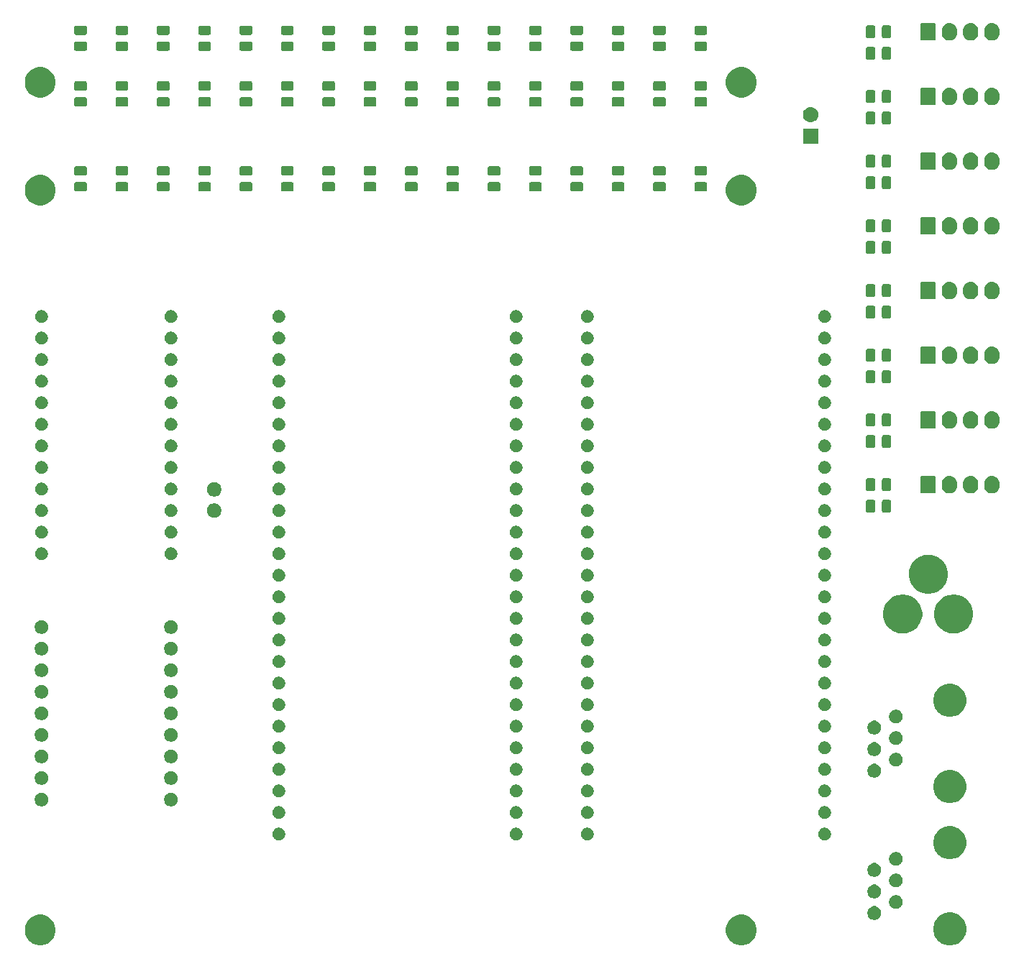
<source format=gbr>
G04 #@! TF.GenerationSoftware,KiCad,Pcbnew,(5.1.2-1)-1*
G04 #@! TF.CreationDate,2019-11-07T15:24:45-05:00*
G04 #@! TF.ProjectId,flow_rate,666c6f77-5f72-4617-9465-2e6b69636164,rev?*
G04 #@! TF.SameCoordinates,Original*
G04 #@! TF.FileFunction,Soldermask,Top*
G04 #@! TF.FilePolarity,Negative*
%FSLAX46Y46*%
G04 Gerber Fmt 4.6, Leading zero omitted, Abs format (unit mm)*
G04 Created by KiCad (PCBNEW (5.1.2-1)-1) date 2019-11-07 15:24:45*
%MOMM*%
%LPD*%
G04 APERTURE LIST*
%ADD10C,0.100000*%
G04 APERTURE END LIST*
D10*
G36*
X219771085Y-132997975D02*
G01*
X219954806Y-133074075D01*
X220126145Y-133145046D01*
X220445690Y-133358559D01*
X220717441Y-133630310D01*
X220930954Y-133949855D01*
X220930955Y-133949857D01*
X221078025Y-134304915D01*
X221153000Y-134681842D01*
X221153000Y-135066158D01*
X221078025Y-135443085D01*
X221043957Y-135525332D01*
X220930954Y-135798145D01*
X220717441Y-136117690D01*
X220445690Y-136389441D01*
X220126145Y-136602954D01*
X220126144Y-136602955D01*
X220126143Y-136602955D01*
X219771085Y-136750025D01*
X219394158Y-136825000D01*
X219009842Y-136825000D01*
X218632915Y-136750025D01*
X218277857Y-136602955D01*
X218277856Y-136602955D01*
X218277855Y-136602954D01*
X217958310Y-136389441D01*
X217686559Y-136117690D01*
X217473046Y-135798145D01*
X217360043Y-135525332D01*
X217325975Y-135443085D01*
X217251000Y-135066158D01*
X217251000Y-134681842D01*
X217325975Y-134304915D01*
X217473045Y-133949857D01*
X217473046Y-133949855D01*
X217686559Y-133630310D01*
X217958310Y-133358559D01*
X218277855Y-133145046D01*
X218449194Y-133074075D01*
X218632915Y-132997975D01*
X219009842Y-132923000D01*
X219394158Y-132923000D01*
X219771085Y-132997975D01*
X219771085Y-132997975D01*
G37*
G36*
X112633831Y-133268211D02*
G01*
X112961592Y-133403974D01*
X113256570Y-133601072D01*
X113507428Y-133851930D01*
X113704526Y-134146908D01*
X113840289Y-134474669D01*
X113909500Y-134822616D01*
X113909500Y-135177384D01*
X113840289Y-135525331D01*
X113704526Y-135853092D01*
X113507428Y-136148070D01*
X113256570Y-136398928D01*
X112961592Y-136596026D01*
X112633831Y-136731789D01*
X112285884Y-136801000D01*
X111931116Y-136801000D01*
X111583169Y-136731789D01*
X111255408Y-136596026D01*
X110960430Y-136398928D01*
X110709572Y-136148070D01*
X110512474Y-135853092D01*
X110376711Y-135525331D01*
X110307500Y-135177384D01*
X110307500Y-134822616D01*
X110376711Y-134474669D01*
X110512474Y-134146908D01*
X110709572Y-133851930D01*
X110960430Y-133601072D01*
X111255408Y-133403974D01*
X111583169Y-133268211D01*
X111931116Y-133199000D01*
X112285884Y-133199000D01*
X112633831Y-133268211D01*
X112633831Y-133268211D01*
G37*
G36*
X195170331Y-133268211D02*
G01*
X195498092Y-133403974D01*
X195793070Y-133601072D01*
X196043928Y-133851930D01*
X196241026Y-134146908D01*
X196376789Y-134474669D01*
X196446000Y-134822616D01*
X196446000Y-135177384D01*
X196376789Y-135525331D01*
X196241026Y-135853092D01*
X196043928Y-136148070D01*
X195793070Y-136398928D01*
X195498092Y-136596026D01*
X195170331Y-136731789D01*
X194822384Y-136801000D01*
X194467616Y-136801000D01*
X194119669Y-136731789D01*
X193791908Y-136596026D01*
X193496930Y-136398928D01*
X193246072Y-136148070D01*
X193048974Y-135853092D01*
X192913211Y-135525331D01*
X192844000Y-135177384D01*
X192844000Y-134822616D01*
X192913211Y-134474669D01*
X193048974Y-134146908D01*
X193246072Y-133851930D01*
X193496930Y-133601072D01*
X193791908Y-133403974D01*
X194119669Y-133268211D01*
X194467616Y-133199000D01*
X194822384Y-133199000D01*
X195170331Y-133268211D01*
X195170331Y-133268211D01*
G37*
G36*
X210549142Y-132212242D02*
G01*
X210697101Y-132273529D01*
X210830255Y-132362499D01*
X210943501Y-132475745D01*
X211032471Y-132608899D01*
X211093758Y-132756858D01*
X211125000Y-132913925D01*
X211125000Y-133074075D01*
X211093758Y-133231142D01*
X211032471Y-133379101D01*
X210943501Y-133512255D01*
X210830255Y-133625501D01*
X210697101Y-133714471D01*
X210549142Y-133775758D01*
X210392075Y-133807000D01*
X210231925Y-133807000D01*
X210074858Y-133775758D01*
X209926899Y-133714471D01*
X209793745Y-133625501D01*
X209680499Y-133512255D01*
X209591529Y-133379101D01*
X209530242Y-133231142D01*
X209499000Y-133074075D01*
X209499000Y-132913925D01*
X209530242Y-132756858D01*
X209591529Y-132608899D01*
X209680499Y-132475745D01*
X209793745Y-132362499D01*
X209926899Y-132273529D01*
X210074858Y-132212242D01*
X210231925Y-132181000D01*
X210392075Y-132181000D01*
X210549142Y-132212242D01*
X210549142Y-132212242D01*
G37*
G36*
X213089142Y-130922242D02*
G01*
X213237101Y-130983529D01*
X213370255Y-131072499D01*
X213483501Y-131185745D01*
X213572471Y-131318899D01*
X213633758Y-131466858D01*
X213665000Y-131623925D01*
X213665000Y-131784075D01*
X213633758Y-131941142D01*
X213572471Y-132089101D01*
X213483501Y-132222255D01*
X213370255Y-132335501D01*
X213237101Y-132424471D01*
X213089142Y-132485758D01*
X212932075Y-132517000D01*
X212771925Y-132517000D01*
X212614858Y-132485758D01*
X212466899Y-132424471D01*
X212333745Y-132335501D01*
X212220499Y-132222255D01*
X212131529Y-132089101D01*
X212070242Y-131941142D01*
X212039000Y-131784075D01*
X212039000Y-131623925D01*
X212070242Y-131466858D01*
X212131529Y-131318899D01*
X212220499Y-131185745D01*
X212333745Y-131072499D01*
X212466899Y-130983529D01*
X212614858Y-130922242D01*
X212771925Y-130891000D01*
X212932075Y-130891000D01*
X213089142Y-130922242D01*
X213089142Y-130922242D01*
G37*
G36*
X210549142Y-129672242D02*
G01*
X210697101Y-129733529D01*
X210830255Y-129822499D01*
X210943501Y-129935745D01*
X211032471Y-130068899D01*
X211093758Y-130216858D01*
X211125000Y-130373925D01*
X211125000Y-130534075D01*
X211093758Y-130691142D01*
X211032471Y-130839101D01*
X210943501Y-130972255D01*
X210830255Y-131085501D01*
X210697101Y-131174471D01*
X210549142Y-131235758D01*
X210392075Y-131267000D01*
X210231925Y-131267000D01*
X210074858Y-131235758D01*
X209926899Y-131174471D01*
X209793745Y-131085501D01*
X209680499Y-130972255D01*
X209591529Y-130839101D01*
X209530242Y-130691142D01*
X209499000Y-130534075D01*
X209499000Y-130373925D01*
X209530242Y-130216858D01*
X209591529Y-130068899D01*
X209680499Y-129935745D01*
X209793745Y-129822499D01*
X209926899Y-129733529D01*
X210074858Y-129672242D01*
X210231925Y-129641000D01*
X210392075Y-129641000D01*
X210549142Y-129672242D01*
X210549142Y-129672242D01*
G37*
G36*
X213089142Y-128382242D02*
G01*
X213237101Y-128443529D01*
X213370255Y-128532499D01*
X213483501Y-128645745D01*
X213572471Y-128778899D01*
X213633758Y-128926858D01*
X213665000Y-129083925D01*
X213665000Y-129244075D01*
X213633758Y-129401142D01*
X213572471Y-129549101D01*
X213483501Y-129682255D01*
X213370255Y-129795501D01*
X213237101Y-129884471D01*
X213089142Y-129945758D01*
X212932075Y-129977000D01*
X212771925Y-129977000D01*
X212614858Y-129945758D01*
X212466899Y-129884471D01*
X212333745Y-129795501D01*
X212220499Y-129682255D01*
X212131529Y-129549101D01*
X212070242Y-129401142D01*
X212039000Y-129244075D01*
X212039000Y-129083925D01*
X212070242Y-128926858D01*
X212131529Y-128778899D01*
X212220499Y-128645745D01*
X212333745Y-128532499D01*
X212466899Y-128443529D01*
X212614858Y-128382242D01*
X212771925Y-128351000D01*
X212932075Y-128351000D01*
X213089142Y-128382242D01*
X213089142Y-128382242D01*
G37*
G36*
X210549142Y-127132242D02*
G01*
X210697101Y-127193529D01*
X210830255Y-127282499D01*
X210943501Y-127395745D01*
X211032471Y-127528899D01*
X211093758Y-127676858D01*
X211125000Y-127833925D01*
X211125000Y-127994075D01*
X211093758Y-128151142D01*
X211032471Y-128299101D01*
X210943501Y-128432255D01*
X210830255Y-128545501D01*
X210697101Y-128634471D01*
X210549142Y-128695758D01*
X210392075Y-128727000D01*
X210231925Y-128727000D01*
X210074858Y-128695758D01*
X209926899Y-128634471D01*
X209793745Y-128545501D01*
X209680499Y-128432255D01*
X209591529Y-128299101D01*
X209530242Y-128151142D01*
X209499000Y-127994075D01*
X209499000Y-127833925D01*
X209530242Y-127676858D01*
X209591529Y-127528899D01*
X209680499Y-127395745D01*
X209793745Y-127282499D01*
X209926899Y-127193529D01*
X210074858Y-127132242D01*
X210231925Y-127101000D01*
X210392075Y-127101000D01*
X210549142Y-127132242D01*
X210549142Y-127132242D01*
G37*
G36*
X213089142Y-125842242D02*
G01*
X213237101Y-125903529D01*
X213370255Y-125992499D01*
X213483501Y-126105745D01*
X213572471Y-126238899D01*
X213633758Y-126386858D01*
X213665000Y-126543925D01*
X213665000Y-126704075D01*
X213633758Y-126861142D01*
X213572471Y-127009101D01*
X213483501Y-127142255D01*
X213370255Y-127255501D01*
X213237101Y-127344471D01*
X213089142Y-127405758D01*
X212932075Y-127437000D01*
X212771925Y-127437000D01*
X212614858Y-127405758D01*
X212466899Y-127344471D01*
X212333745Y-127255501D01*
X212220499Y-127142255D01*
X212131529Y-127009101D01*
X212070242Y-126861142D01*
X212039000Y-126704075D01*
X212039000Y-126543925D01*
X212070242Y-126386858D01*
X212131529Y-126238899D01*
X212220499Y-126105745D01*
X212333745Y-125992499D01*
X212466899Y-125903529D01*
X212614858Y-125842242D01*
X212771925Y-125811000D01*
X212932075Y-125811000D01*
X213089142Y-125842242D01*
X213089142Y-125842242D01*
G37*
G36*
X219771085Y-122837975D02*
G01*
X220107452Y-122977303D01*
X220126145Y-122985046D01*
X220445690Y-123198559D01*
X220717441Y-123470310D01*
X220918903Y-123771820D01*
X220930955Y-123789857D01*
X221078025Y-124144915D01*
X221153000Y-124521842D01*
X221153000Y-124906158D01*
X221078025Y-125283085D01*
X220930955Y-125638143D01*
X220930954Y-125638145D01*
X220717441Y-125957690D01*
X220445690Y-126229441D01*
X220126145Y-126442954D01*
X220126144Y-126442955D01*
X220126143Y-126442955D01*
X219771085Y-126590025D01*
X219394158Y-126665000D01*
X219009842Y-126665000D01*
X218632915Y-126590025D01*
X218277857Y-126442955D01*
X218277856Y-126442955D01*
X218277855Y-126442954D01*
X217958310Y-126229441D01*
X217686559Y-125957690D01*
X217473046Y-125638145D01*
X217473045Y-125638143D01*
X217325975Y-125283085D01*
X217251000Y-124906158D01*
X217251000Y-124521842D01*
X217325975Y-124144915D01*
X217473045Y-123789857D01*
X217485097Y-123771820D01*
X217686559Y-123470310D01*
X217958310Y-123198559D01*
X218277855Y-122985046D01*
X218296548Y-122977303D01*
X218632915Y-122837975D01*
X219009842Y-122763000D01*
X219394158Y-122763000D01*
X219771085Y-122837975D01*
X219771085Y-122837975D01*
G37*
G36*
X168242425Y-122952599D02*
G01*
X168366621Y-122977302D01*
X168503022Y-123033801D01*
X168625779Y-123115825D01*
X168730175Y-123220221D01*
X168812199Y-123342978D01*
X168868698Y-123479379D01*
X168897500Y-123624181D01*
X168897500Y-123771819D01*
X168868698Y-123916621D01*
X168812199Y-124053022D01*
X168730175Y-124175779D01*
X168625779Y-124280175D01*
X168503022Y-124362199D01*
X168366621Y-124418698D01*
X168242425Y-124443401D01*
X168221820Y-124447500D01*
X168074180Y-124447500D01*
X168053575Y-124443401D01*
X167929379Y-124418698D01*
X167792978Y-124362199D01*
X167670221Y-124280175D01*
X167565825Y-124175779D01*
X167483801Y-124053022D01*
X167427302Y-123916621D01*
X167398500Y-123771819D01*
X167398500Y-123624181D01*
X167427302Y-123479379D01*
X167483801Y-123342978D01*
X167565825Y-123220221D01*
X167670221Y-123115825D01*
X167792978Y-123033801D01*
X167929379Y-122977302D01*
X168053575Y-122952599D01*
X168074180Y-122948500D01*
X168221820Y-122948500D01*
X168242425Y-122952599D01*
X168242425Y-122952599D01*
G37*
G36*
X140302425Y-122952599D02*
G01*
X140426621Y-122977302D01*
X140563022Y-123033801D01*
X140685779Y-123115825D01*
X140790175Y-123220221D01*
X140872199Y-123342978D01*
X140928698Y-123479379D01*
X140957500Y-123624181D01*
X140957500Y-123771819D01*
X140928698Y-123916621D01*
X140872199Y-124053022D01*
X140790175Y-124175779D01*
X140685779Y-124280175D01*
X140563022Y-124362199D01*
X140426621Y-124418698D01*
X140302425Y-124443401D01*
X140281820Y-124447500D01*
X140134180Y-124447500D01*
X140113575Y-124443401D01*
X139989379Y-124418698D01*
X139852978Y-124362199D01*
X139730221Y-124280175D01*
X139625825Y-124175779D01*
X139543801Y-124053022D01*
X139487302Y-123916621D01*
X139458500Y-123771819D01*
X139458500Y-123624181D01*
X139487302Y-123479379D01*
X139543801Y-123342978D01*
X139625825Y-123220221D01*
X139730221Y-123115825D01*
X139852978Y-123033801D01*
X139989379Y-122977302D01*
X140113575Y-122952599D01*
X140134180Y-122948500D01*
X140281820Y-122948500D01*
X140302425Y-122952599D01*
X140302425Y-122952599D01*
G37*
G36*
X176624425Y-122952599D02*
G01*
X176748621Y-122977302D01*
X176885022Y-123033801D01*
X177007779Y-123115825D01*
X177112175Y-123220221D01*
X177194199Y-123342978D01*
X177250698Y-123479379D01*
X177279500Y-123624181D01*
X177279500Y-123771819D01*
X177250698Y-123916621D01*
X177194199Y-124053022D01*
X177112175Y-124175779D01*
X177007779Y-124280175D01*
X176885022Y-124362199D01*
X176748621Y-124418698D01*
X176624425Y-124443401D01*
X176603820Y-124447500D01*
X176456180Y-124447500D01*
X176435575Y-124443401D01*
X176311379Y-124418698D01*
X176174978Y-124362199D01*
X176052221Y-124280175D01*
X175947825Y-124175779D01*
X175865801Y-124053022D01*
X175809302Y-123916621D01*
X175780500Y-123771819D01*
X175780500Y-123624181D01*
X175809302Y-123479379D01*
X175865801Y-123342978D01*
X175947825Y-123220221D01*
X176052221Y-123115825D01*
X176174978Y-123033801D01*
X176311379Y-122977302D01*
X176435575Y-122952599D01*
X176456180Y-122948500D01*
X176603820Y-122948500D01*
X176624425Y-122952599D01*
X176624425Y-122952599D01*
G37*
G36*
X204564425Y-122952599D02*
G01*
X204688621Y-122977302D01*
X204825022Y-123033801D01*
X204947779Y-123115825D01*
X205052175Y-123220221D01*
X205134199Y-123342978D01*
X205190698Y-123479379D01*
X205219500Y-123624181D01*
X205219500Y-123771819D01*
X205190698Y-123916621D01*
X205134199Y-124053022D01*
X205052175Y-124175779D01*
X204947779Y-124280175D01*
X204825022Y-124362199D01*
X204688621Y-124418698D01*
X204564425Y-124443401D01*
X204543820Y-124447500D01*
X204396180Y-124447500D01*
X204375575Y-124443401D01*
X204251379Y-124418698D01*
X204114978Y-124362199D01*
X203992221Y-124280175D01*
X203887825Y-124175779D01*
X203805801Y-124053022D01*
X203749302Y-123916621D01*
X203720500Y-123771819D01*
X203720500Y-123624181D01*
X203749302Y-123479379D01*
X203805801Y-123342978D01*
X203887825Y-123220221D01*
X203992221Y-123115825D01*
X204114978Y-123033801D01*
X204251379Y-122977302D01*
X204375575Y-122952599D01*
X204396180Y-122948500D01*
X204543820Y-122948500D01*
X204564425Y-122952599D01*
X204564425Y-122952599D01*
G37*
G36*
X176624425Y-120412599D02*
G01*
X176748621Y-120437302D01*
X176885022Y-120493801D01*
X177007779Y-120575825D01*
X177112175Y-120680221D01*
X177194199Y-120802978D01*
X177250698Y-120939379D01*
X177279500Y-121084181D01*
X177279500Y-121231819D01*
X177250698Y-121376621D01*
X177194199Y-121513022D01*
X177112175Y-121635779D01*
X177007779Y-121740175D01*
X176885022Y-121822199D01*
X176748621Y-121878698D01*
X176624425Y-121903401D01*
X176603820Y-121907500D01*
X176456180Y-121907500D01*
X176435575Y-121903401D01*
X176311379Y-121878698D01*
X176174978Y-121822199D01*
X176052221Y-121740175D01*
X175947825Y-121635779D01*
X175865801Y-121513022D01*
X175809302Y-121376621D01*
X175780500Y-121231819D01*
X175780500Y-121084181D01*
X175809302Y-120939379D01*
X175865801Y-120802978D01*
X175947825Y-120680221D01*
X176052221Y-120575825D01*
X176174978Y-120493801D01*
X176311379Y-120437302D01*
X176435575Y-120412599D01*
X176456180Y-120408500D01*
X176603820Y-120408500D01*
X176624425Y-120412599D01*
X176624425Y-120412599D01*
G37*
G36*
X140302425Y-120412599D02*
G01*
X140426621Y-120437302D01*
X140563022Y-120493801D01*
X140685779Y-120575825D01*
X140790175Y-120680221D01*
X140872199Y-120802978D01*
X140928698Y-120939379D01*
X140957500Y-121084181D01*
X140957500Y-121231819D01*
X140928698Y-121376621D01*
X140872199Y-121513022D01*
X140790175Y-121635779D01*
X140685779Y-121740175D01*
X140563022Y-121822199D01*
X140426621Y-121878698D01*
X140302425Y-121903401D01*
X140281820Y-121907500D01*
X140134180Y-121907500D01*
X140113575Y-121903401D01*
X139989379Y-121878698D01*
X139852978Y-121822199D01*
X139730221Y-121740175D01*
X139625825Y-121635779D01*
X139543801Y-121513022D01*
X139487302Y-121376621D01*
X139458500Y-121231819D01*
X139458500Y-121084181D01*
X139487302Y-120939379D01*
X139543801Y-120802978D01*
X139625825Y-120680221D01*
X139730221Y-120575825D01*
X139852978Y-120493801D01*
X139989379Y-120437302D01*
X140113575Y-120412599D01*
X140134180Y-120408500D01*
X140281820Y-120408500D01*
X140302425Y-120412599D01*
X140302425Y-120412599D01*
G37*
G36*
X204564425Y-120412599D02*
G01*
X204688621Y-120437302D01*
X204825022Y-120493801D01*
X204947779Y-120575825D01*
X205052175Y-120680221D01*
X205134199Y-120802978D01*
X205190698Y-120939379D01*
X205219500Y-121084181D01*
X205219500Y-121231819D01*
X205190698Y-121376621D01*
X205134199Y-121513022D01*
X205052175Y-121635779D01*
X204947779Y-121740175D01*
X204825022Y-121822199D01*
X204688621Y-121878698D01*
X204564425Y-121903401D01*
X204543820Y-121907500D01*
X204396180Y-121907500D01*
X204375575Y-121903401D01*
X204251379Y-121878698D01*
X204114978Y-121822199D01*
X203992221Y-121740175D01*
X203887825Y-121635779D01*
X203805801Y-121513022D01*
X203749302Y-121376621D01*
X203720500Y-121231819D01*
X203720500Y-121084181D01*
X203749302Y-120939379D01*
X203805801Y-120802978D01*
X203887825Y-120680221D01*
X203992221Y-120575825D01*
X204114978Y-120493801D01*
X204251379Y-120437302D01*
X204375575Y-120412599D01*
X204396180Y-120408500D01*
X204543820Y-120408500D01*
X204564425Y-120412599D01*
X204564425Y-120412599D01*
G37*
G36*
X168242425Y-120412599D02*
G01*
X168366621Y-120437302D01*
X168503022Y-120493801D01*
X168625779Y-120575825D01*
X168730175Y-120680221D01*
X168812199Y-120802978D01*
X168868698Y-120939379D01*
X168897500Y-121084181D01*
X168897500Y-121231819D01*
X168868698Y-121376621D01*
X168812199Y-121513022D01*
X168730175Y-121635779D01*
X168625779Y-121740175D01*
X168503022Y-121822199D01*
X168366621Y-121878698D01*
X168242425Y-121903401D01*
X168221820Y-121907500D01*
X168074180Y-121907500D01*
X168053575Y-121903401D01*
X167929379Y-121878698D01*
X167792978Y-121822199D01*
X167670221Y-121740175D01*
X167565825Y-121635779D01*
X167483801Y-121513022D01*
X167427302Y-121376621D01*
X167398500Y-121231819D01*
X167398500Y-121084181D01*
X167427302Y-120939379D01*
X167483801Y-120802978D01*
X167565825Y-120680221D01*
X167670221Y-120575825D01*
X167792978Y-120493801D01*
X167929379Y-120437302D01*
X168053575Y-120412599D01*
X168074180Y-120408500D01*
X168221820Y-120408500D01*
X168242425Y-120412599D01*
X168242425Y-120412599D01*
G37*
G36*
X112505142Y-118852242D02*
G01*
X112653101Y-118913529D01*
X112786255Y-119002499D01*
X112899501Y-119115745D01*
X112988471Y-119248899D01*
X113049758Y-119396858D01*
X113081000Y-119553925D01*
X113081000Y-119714075D01*
X113049758Y-119871142D01*
X112988471Y-120019101D01*
X112899501Y-120152255D01*
X112786255Y-120265501D01*
X112653101Y-120354471D01*
X112505142Y-120415758D01*
X112348075Y-120447000D01*
X112187925Y-120447000D01*
X112030858Y-120415758D01*
X111882899Y-120354471D01*
X111749745Y-120265501D01*
X111636499Y-120152255D01*
X111547529Y-120019101D01*
X111486242Y-119871142D01*
X111455000Y-119714075D01*
X111455000Y-119553925D01*
X111486242Y-119396858D01*
X111547529Y-119248899D01*
X111636499Y-119115745D01*
X111749745Y-119002499D01*
X111882899Y-118913529D01*
X112030858Y-118852242D01*
X112187925Y-118821000D01*
X112348075Y-118821000D01*
X112505142Y-118852242D01*
X112505142Y-118852242D01*
G37*
G36*
X127745142Y-118852242D02*
G01*
X127893101Y-118913529D01*
X128026255Y-119002499D01*
X128139501Y-119115745D01*
X128228471Y-119248899D01*
X128289758Y-119396858D01*
X128321000Y-119553925D01*
X128321000Y-119714075D01*
X128289758Y-119871142D01*
X128228471Y-120019101D01*
X128139501Y-120152255D01*
X128026255Y-120265501D01*
X127893101Y-120354471D01*
X127745142Y-120415758D01*
X127588075Y-120447000D01*
X127427925Y-120447000D01*
X127270858Y-120415758D01*
X127122899Y-120354471D01*
X126989745Y-120265501D01*
X126876499Y-120152255D01*
X126787529Y-120019101D01*
X126726242Y-119871142D01*
X126695000Y-119714075D01*
X126695000Y-119553925D01*
X126726242Y-119396858D01*
X126787529Y-119248899D01*
X126876499Y-119115745D01*
X126989745Y-119002499D01*
X127122899Y-118913529D01*
X127270858Y-118852242D01*
X127427925Y-118821000D01*
X127588075Y-118821000D01*
X127745142Y-118852242D01*
X127745142Y-118852242D01*
G37*
G36*
X219771085Y-116233975D02*
G01*
X220126143Y-116381045D01*
X220126145Y-116381046D01*
X220445690Y-116594559D01*
X220717441Y-116866310D01*
X220835501Y-117043000D01*
X220930955Y-117185857D01*
X221078025Y-117540915D01*
X221153000Y-117917842D01*
X221153000Y-118302158D01*
X221078025Y-118679085D01*
X220930955Y-119034143D01*
X220930954Y-119034145D01*
X220717441Y-119353690D01*
X220445690Y-119625441D01*
X220126145Y-119838954D01*
X220126144Y-119838955D01*
X220126143Y-119838955D01*
X219771085Y-119986025D01*
X219394158Y-120061000D01*
X219009842Y-120061000D01*
X218632915Y-119986025D01*
X218277857Y-119838955D01*
X218277856Y-119838955D01*
X218277855Y-119838954D01*
X217958310Y-119625441D01*
X217686559Y-119353690D01*
X217473046Y-119034145D01*
X217473045Y-119034143D01*
X217325975Y-118679085D01*
X217251000Y-118302158D01*
X217251000Y-117917842D01*
X217325975Y-117540915D01*
X217473045Y-117185857D01*
X217568499Y-117043000D01*
X217686559Y-116866310D01*
X217958310Y-116594559D01*
X218277855Y-116381046D01*
X218277857Y-116381045D01*
X218632915Y-116233975D01*
X219009842Y-116159000D01*
X219394158Y-116159000D01*
X219771085Y-116233975D01*
X219771085Y-116233975D01*
G37*
G36*
X168242425Y-117872599D02*
G01*
X168366621Y-117897302D01*
X168503022Y-117953801D01*
X168625779Y-118035825D01*
X168730175Y-118140221D01*
X168812199Y-118262978D01*
X168868698Y-118399379D01*
X168897500Y-118544181D01*
X168897500Y-118691819D01*
X168868698Y-118836621D01*
X168812199Y-118973022D01*
X168730175Y-119095779D01*
X168625779Y-119200175D01*
X168503022Y-119282199D01*
X168366621Y-119338698D01*
X168242425Y-119363401D01*
X168221820Y-119367500D01*
X168074180Y-119367500D01*
X168053575Y-119363401D01*
X167929379Y-119338698D01*
X167792978Y-119282199D01*
X167670221Y-119200175D01*
X167565825Y-119095779D01*
X167483801Y-118973022D01*
X167427302Y-118836621D01*
X167398500Y-118691819D01*
X167398500Y-118544181D01*
X167427302Y-118399379D01*
X167483801Y-118262978D01*
X167565825Y-118140221D01*
X167670221Y-118035825D01*
X167792978Y-117953801D01*
X167929379Y-117897302D01*
X168053575Y-117872599D01*
X168074180Y-117868500D01*
X168221820Y-117868500D01*
X168242425Y-117872599D01*
X168242425Y-117872599D01*
G37*
G36*
X140302425Y-117872599D02*
G01*
X140426621Y-117897302D01*
X140563022Y-117953801D01*
X140685779Y-118035825D01*
X140790175Y-118140221D01*
X140872199Y-118262978D01*
X140928698Y-118399379D01*
X140957500Y-118544181D01*
X140957500Y-118691819D01*
X140928698Y-118836621D01*
X140872199Y-118973022D01*
X140790175Y-119095779D01*
X140685779Y-119200175D01*
X140563022Y-119282199D01*
X140426621Y-119338698D01*
X140302425Y-119363401D01*
X140281820Y-119367500D01*
X140134180Y-119367500D01*
X140113575Y-119363401D01*
X139989379Y-119338698D01*
X139852978Y-119282199D01*
X139730221Y-119200175D01*
X139625825Y-119095779D01*
X139543801Y-118973022D01*
X139487302Y-118836621D01*
X139458500Y-118691819D01*
X139458500Y-118544181D01*
X139487302Y-118399379D01*
X139543801Y-118262978D01*
X139625825Y-118140221D01*
X139730221Y-118035825D01*
X139852978Y-117953801D01*
X139989379Y-117897302D01*
X140113575Y-117872599D01*
X140134180Y-117868500D01*
X140281820Y-117868500D01*
X140302425Y-117872599D01*
X140302425Y-117872599D01*
G37*
G36*
X176624425Y-117872599D02*
G01*
X176748621Y-117897302D01*
X176885022Y-117953801D01*
X177007779Y-118035825D01*
X177112175Y-118140221D01*
X177194199Y-118262978D01*
X177250698Y-118399379D01*
X177279500Y-118544181D01*
X177279500Y-118691819D01*
X177250698Y-118836621D01*
X177194199Y-118973022D01*
X177112175Y-119095779D01*
X177007779Y-119200175D01*
X176885022Y-119282199D01*
X176748621Y-119338698D01*
X176624425Y-119363401D01*
X176603820Y-119367500D01*
X176456180Y-119367500D01*
X176435575Y-119363401D01*
X176311379Y-119338698D01*
X176174978Y-119282199D01*
X176052221Y-119200175D01*
X175947825Y-119095779D01*
X175865801Y-118973022D01*
X175809302Y-118836621D01*
X175780500Y-118691819D01*
X175780500Y-118544181D01*
X175809302Y-118399379D01*
X175865801Y-118262978D01*
X175947825Y-118140221D01*
X176052221Y-118035825D01*
X176174978Y-117953801D01*
X176311379Y-117897302D01*
X176435575Y-117872599D01*
X176456180Y-117868500D01*
X176603820Y-117868500D01*
X176624425Y-117872599D01*
X176624425Y-117872599D01*
G37*
G36*
X204564425Y-117872599D02*
G01*
X204688621Y-117897302D01*
X204825022Y-117953801D01*
X204947779Y-118035825D01*
X205052175Y-118140221D01*
X205134199Y-118262978D01*
X205190698Y-118399379D01*
X205219500Y-118544181D01*
X205219500Y-118691819D01*
X205190698Y-118836621D01*
X205134199Y-118973022D01*
X205052175Y-119095779D01*
X204947779Y-119200175D01*
X204825022Y-119282199D01*
X204688621Y-119338698D01*
X204564425Y-119363401D01*
X204543820Y-119367500D01*
X204396180Y-119367500D01*
X204375575Y-119363401D01*
X204251379Y-119338698D01*
X204114978Y-119282199D01*
X203992221Y-119200175D01*
X203887825Y-119095779D01*
X203805801Y-118973022D01*
X203749302Y-118836621D01*
X203720500Y-118691819D01*
X203720500Y-118544181D01*
X203749302Y-118399379D01*
X203805801Y-118262978D01*
X203887825Y-118140221D01*
X203992221Y-118035825D01*
X204114978Y-117953801D01*
X204251379Y-117897302D01*
X204375575Y-117872599D01*
X204396180Y-117868500D01*
X204543820Y-117868500D01*
X204564425Y-117872599D01*
X204564425Y-117872599D01*
G37*
G36*
X112505142Y-116312242D02*
G01*
X112653101Y-116373529D01*
X112786255Y-116462499D01*
X112899501Y-116575745D01*
X112988471Y-116708899D01*
X113049758Y-116856858D01*
X113081000Y-117013925D01*
X113081000Y-117174075D01*
X113049758Y-117331142D01*
X112988471Y-117479101D01*
X112899501Y-117612255D01*
X112786255Y-117725501D01*
X112653101Y-117814471D01*
X112505142Y-117875758D01*
X112348075Y-117907000D01*
X112187925Y-117907000D01*
X112030858Y-117875758D01*
X111882899Y-117814471D01*
X111749745Y-117725501D01*
X111636499Y-117612255D01*
X111547529Y-117479101D01*
X111486242Y-117331142D01*
X111455000Y-117174075D01*
X111455000Y-117013925D01*
X111486242Y-116856858D01*
X111547529Y-116708899D01*
X111636499Y-116575745D01*
X111749745Y-116462499D01*
X111882899Y-116373529D01*
X112030858Y-116312242D01*
X112187925Y-116281000D01*
X112348075Y-116281000D01*
X112505142Y-116312242D01*
X112505142Y-116312242D01*
G37*
G36*
X127745142Y-116312242D02*
G01*
X127893101Y-116373529D01*
X128026255Y-116462499D01*
X128139501Y-116575745D01*
X128228471Y-116708899D01*
X128289758Y-116856858D01*
X128321000Y-117013925D01*
X128321000Y-117174075D01*
X128289758Y-117331142D01*
X128228471Y-117479101D01*
X128139501Y-117612255D01*
X128026255Y-117725501D01*
X127893101Y-117814471D01*
X127745142Y-117875758D01*
X127588075Y-117907000D01*
X127427925Y-117907000D01*
X127270858Y-117875758D01*
X127122899Y-117814471D01*
X126989745Y-117725501D01*
X126876499Y-117612255D01*
X126787529Y-117479101D01*
X126726242Y-117331142D01*
X126695000Y-117174075D01*
X126695000Y-117013925D01*
X126726242Y-116856858D01*
X126787529Y-116708899D01*
X126876499Y-116575745D01*
X126989745Y-116462499D01*
X127122899Y-116373529D01*
X127270858Y-116312242D01*
X127427925Y-116281000D01*
X127588075Y-116281000D01*
X127745142Y-116312242D01*
X127745142Y-116312242D01*
G37*
G36*
X210549142Y-115448242D02*
G01*
X210697101Y-115509529D01*
X210830255Y-115598499D01*
X210943501Y-115711745D01*
X211032471Y-115844899D01*
X211093758Y-115992858D01*
X211125000Y-116149925D01*
X211125000Y-116310075D01*
X211093758Y-116467142D01*
X211032471Y-116615101D01*
X210943501Y-116748255D01*
X210830255Y-116861501D01*
X210697101Y-116950471D01*
X210549142Y-117011758D01*
X210392075Y-117043000D01*
X210231925Y-117043000D01*
X210074858Y-117011758D01*
X209926899Y-116950471D01*
X209793745Y-116861501D01*
X209680499Y-116748255D01*
X209591529Y-116615101D01*
X209530242Y-116467142D01*
X209499000Y-116310075D01*
X209499000Y-116149925D01*
X209530242Y-115992858D01*
X209591529Y-115844899D01*
X209680499Y-115711745D01*
X209793745Y-115598499D01*
X209926899Y-115509529D01*
X210074858Y-115448242D01*
X210231925Y-115417000D01*
X210392075Y-115417000D01*
X210549142Y-115448242D01*
X210549142Y-115448242D01*
G37*
G36*
X176624425Y-115332599D02*
G01*
X176748621Y-115357302D01*
X176885022Y-115413801D01*
X177007779Y-115495825D01*
X177112175Y-115600221D01*
X177194199Y-115722978D01*
X177250698Y-115859379D01*
X177279500Y-116004181D01*
X177279500Y-116151819D01*
X177250698Y-116296621D01*
X177194199Y-116433022D01*
X177112175Y-116555779D01*
X177007779Y-116660175D01*
X176885022Y-116742199D01*
X176748621Y-116798698D01*
X176624425Y-116823401D01*
X176603820Y-116827500D01*
X176456180Y-116827500D01*
X176435575Y-116823401D01*
X176311379Y-116798698D01*
X176174978Y-116742199D01*
X176052221Y-116660175D01*
X175947825Y-116555779D01*
X175865801Y-116433022D01*
X175809302Y-116296621D01*
X175780500Y-116151819D01*
X175780500Y-116004181D01*
X175809302Y-115859379D01*
X175865801Y-115722978D01*
X175947825Y-115600221D01*
X176052221Y-115495825D01*
X176174978Y-115413801D01*
X176311379Y-115357302D01*
X176435575Y-115332599D01*
X176456180Y-115328500D01*
X176603820Y-115328500D01*
X176624425Y-115332599D01*
X176624425Y-115332599D01*
G37*
G36*
X168242425Y-115332599D02*
G01*
X168366621Y-115357302D01*
X168503022Y-115413801D01*
X168625779Y-115495825D01*
X168730175Y-115600221D01*
X168812199Y-115722978D01*
X168868698Y-115859379D01*
X168897500Y-116004181D01*
X168897500Y-116151819D01*
X168868698Y-116296621D01*
X168812199Y-116433022D01*
X168730175Y-116555779D01*
X168625779Y-116660175D01*
X168503022Y-116742199D01*
X168366621Y-116798698D01*
X168242425Y-116823401D01*
X168221820Y-116827500D01*
X168074180Y-116827500D01*
X168053575Y-116823401D01*
X167929379Y-116798698D01*
X167792978Y-116742199D01*
X167670221Y-116660175D01*
X167565825Y-116555779D01*
X167483801Y-116433022D01*
X167427302Y-116296621D01*
X167398500Y-116151819D01*
X167398500Y-116004181D01*
X167427302Y-115859379D01*
X167483801Y-115722978D01*
X167565825Y-115600221D01*
X167670221Y-115495825D01*
X167792978Y-115413801D01*
X167929379Y-115357302D01*
X168053575Y-115332599D01*
X168074180Y-115328500D01*
X168221820Y-115328500D01*
X168242425Y-115332599D01*
X168242425Y-115332599D01*
G37*
G36*
X140302425Y-115332599D02*
G01*
X140426621Y-115357302D01*
X140563022Y-115413801D01*
X140685779Y-115495825D01*
X140790175Y-115600221D01*
X140872199Y-115722978D01*
X140928698Y-115859379D01*
X140957500Y-116004181D01*
X140957500Y-116151819D01*
X140928698Y-116296621D01*
X140872199Y-116433022D01*
X140790175Y-116555779D01*
X140685779Y-116660175D01*
X140563022Y-116742199D01*
X140426621Y-116798698D01*
X140302425Y-116823401D01*
X140281820Y-116827500D01*
X140134180Y-116827500D01*
X140113575Y-116823401D01*
X139989379Y-116798698D01*
X139852978Y-116742199D01*
X139730221Y-116660175D01*
X139625825Y-116555779D01*
X139543801Y-116433022D01*
X139487302Y-116296621D01*
X139458500Y-116151819D01*
X139458500Y-116004181D01*
X139487302Y-115859379D01*
X139543801Y-115722978D01*
X139625825Y-115600221D01*
X139730221Y-115495825D01*
X139852978Y-115413801D01*
X139989379Y-115357302D01*
X140113575Y-115332599D01*
X140134180Y-115328500D01*
X140281820Y-115328500D01*
X140302425Y-115332599D01*
X140302425Y-115332599D01*
G37*
G36*
X204564425Y-115332599D02*
G01*
X204688621Y-115357302D01*
X204825022Y-115413801D01*
X204947779Y-115495825D01*
X205052175Y-115600221D01*
X205134199Y-115722978D01*
X205190698Y-115859379D01*
X205219500Y-116004181D01*
X205219500Y-116151819D01*
X205190698Y-116296621D01*
X205134199Y-116433022D01*
X205052175Y-116555779D01*
X204947779Y-116660175D01*
X204825022Y-116742199D01*
X204688621Y-116798698D01*
X204564425Y-116823401D01*
X204543820Y-116827500D01*
X204396180Y-116827500D01*
X204375575Y-116823401D01*
X204251379Y-116798698D01*
X204114978Y-116742199D01*
X203992221Y-116660175D01*
X203887825Y-116555779D01*
X203805801Y-116433022D01*
X203749302Y-116296621D01*
X203720500Y-116151819D01*
X203720500Y-116004181D01*
X203749302Y-115859379D01*
X203805801Y-115722978D01*
X203887825Y-115600221D01*
X203992221Y-115495825D01*
X204114978Y-115413801D01*
X204251379Y-115357302D01*
X204375575Y-115332599D01*
X204396180Y-115328500D01*
X204543820Y-115328500D01*
X204564425Y-115332599D01*
X204564425Y-115332599D01*
G37*
G36*
X213089142Y-114158242D02*
G01*
X213237101Y-114219529D01*
X213370255Y-114308499D01*
X213483501Y-114421745D01*
X213572471Y-114554899D01*
X213633758Y-114702858D01*
X213665000Y-114859925D01*
X213665000Y-115020075D01*
X213633758Y-115177142D01*
X213572471Y-115325101D01*
X213483501Y-115458255D01*
X213370255Y-115571501D01*
X213237101Y-115660471D01*
X213089142Y-115721758D01*
X212932075Y-115753000D01*
X212771925Y-115753000D01*
X212614858Y-115721758D01*
X212466899Y-115660471D01*
X212333745Y-115571501D01*
X212220499Y-115458255D01*
X212131529Y-115325101D01*
X212070242Y-115177142D01*
X212039000Y-115020075D01*
X212039000Y-114859925D01*
X212070242Y-114702858D01*
X212131529Y-114554899D01*
X212220499Y-114421745D01*
X212333745Y-114308499D01*
X212466899Y-114219529D01*
X212614858Y-114158242D01*
X212771925Y-114127000D01*
X212932075Y-114127000D01*
X213089142Y-114158242D01*
X213089142Y-114158242D01*
G37*
G36*
X127745142Y-113772242D02*
G01*
X127893101Y-113833529D01*
X128026255Y-113922499D01*
X128139501Y-114035745D01*
X128228471Y-114168899D01*
X128289758Y-114316858D01*
X128321000Y-114473925D01*
X128321000Y-114634075D01*
X128289758Y-114791142D01*
X128228471Y-114939101D01*
X128139501Y-115072255D01*
X128026255Y-115185501D01*
X127893101Y-115274471D01*
X127745142Y-115335758D01*
X127588075Y-115367000D01*
X127427925Y-115367000D01*
X127270858Y-115335758D01*
X127122899Y-115274471D01*
X126989745Y-115185501D01*
X126876499Y-115072255D01*
X126787529Y-114939101D01*
X126726242Y-114791142D01*
X126695000Y-114634075D01*
X126695000Y-114473925D01*
X126726242Y-114316858D01*
X126787529Y-114168899D01*
X126876499Y-114035745D01*
X126989745Y-113922499D01*
X127122899Y-113833529D01*
X127270858Y-113772242D01*
X127427925Y-113741000D01*
X127588075Y-113741000D01*
X127745142Y-113772242D01*
X127745142Y-113772242D01*
G37*
G36*
X112505142Y-113772242D02*
G01*
X112653101Y-113833529D01*
X112786255Y-113922499D01*
X112899501Y-114035745D01*
X112988471Y-114168899D01*
X113049758Y-114316858D01*
X113081000Y-114473925D01*
X113081000Y-114634075D01*
X113049758Y-114791142D01*
X112988471Y-114939101D01*
X112899501Y-115072255D01*
X112786255Y-115185501D01*
X112653101Y-115274471D01*
X112505142Y-115335758D01*
X112348075Y-115367000D01*
X112187925Y-115367000D01*
X112030858Y-115335758D01*
X111882899Y-115274471D01*
X111749745Y-115185501D01*
X111636499Y-115072255D01*
X111547529Y-114939101D01*
X111486242Y-114791142D01*
X111455000Y-114634075D01*
X111455000Y-114473925D01*
X111486242Y-114316858D01*
X111547529Y-114168899D01*
X111636499Y-114035745D01*
X111749745Y-113922499D01*
X111882899Y-113833529D01*
X112030858Y-113772242D01*
X112187925Y-113741000D01*
X112348075Y-113741000D01*
X112505142Y-113772242D01*
X112505142Y-113772242D01*
G37*
G36*
X210549142Y-112908242D02*
G01*
X210697101Y-112969529D01*
X210830255Y-113058499D01*
X210943501Y-113171745D01*
X211032471Y-113304899D01*
X211093758Y-113452858D01*
X211125000Y-113609925D01*
X211125000Y-113770075D01*
X211093758Y-113927142D01*
X211032471Y-114075101D01*
X210943501Y-114208255D01*
X210830255Y-114321501D01*
X210697101Y-114410471D01*
X210549142Y-114471758D01*
X210392075Y-114503000D01*
X210231925Y-114503000D01*
X210074858Y-114471758D01*
X209926899Y-114410471D01*
X209793745Y-114321501D01*
X209680499Y-114208255D01*
X209591529Y-114075101D01*
X209530242Y-113927142D01*
X209499000Y-113770075D01*
X209499000Y-113609925D01*
X209530242Y-113452858D01*
X209591529Y-113304899D01*
X209680499Y-113171745D01*
X209793745Y-113058499D01*
X209926899Y-112969529D01*
X210074858Y-112908242D01*
X210231925Y-112877000D01*
X210392075Y-112877000D01*
X210549142Y-112908242D01*
X210549142Y-112908242D01*
G37*
G36*
X176624425Y-112792599D02*
G01*
X176748621Y-112817302D01*
X176885022Y-112873801D01*
X177007779Y-112955825D01*
X177112175Y-113060221D01*
X177194199Y-113182978D01*
X177250698Y-113319379D01*
X177279500Y-113464181D01*
X177279500Y-113611819D01*
X177250698Y-113756621D01*
X177194199Y-113893022D01*
X177112175Y-114015779D01*
X177007779Y-114120175D01*
X176885022Y-114202199D01*
X176748621Y-114258698D01*
X176624425Y-114283401D01*
X176603820Y-114287500D01*
X176456180Y-114287500D01*
X176435575Y-114283401D01*
X176311379Y-114258698D01*
X176174978Y-114202199D01*
X176052221Y-114120175D01*
X175947825Y-114015779D01*
X175865801Y-113893022D01*
X175809302Y-113756621D01*
X175780500Y-113611819D01*
X175780500Y-113464181D01*
X175809302Y-113319379D01*
X175865801Y-113182978D01*
X175947825Y-113060221D01*
X176052221Y-112955825D01*
X176174978Y-112873801D01*
X176311379Y-112817302D01*
X176435575Y-112792599D01*
X176456180Y-112788500D01*
X176603820Y-112788500D01*
X176624425Y-112792599D01*
X176624425Y-112792599D01*
G37*
G36*
X204564425Y-112792599D02*
G01*
X204688621Y-112817302D01*
X204825022Y-112873801D01*
X204947779Y-112955825D01*
X205052175Y-113060221D01*
X205134199Y-113182978D01*
X205190698Y-113319379D01*
X205219500Y-113464181D01*
X205219500Y-113611819D01*
X205190698Y-113756621D01*
X205134199Y-113893022D01*
X205052175Y-114015779D01*
X204947779Y-114120175D01*
X204825022Y-114202199D01*
X204688621Y-114258698D01*
X204564425Y-114283401D01*
X204543820Y-114287500D01*
X204396180Y-114287500D01*
X204375575Y-114283401D01*
X204251379Y-114258698D01*
X204114978Y-114202199D01*
X203992221Y-114120175D01*
X203887825Y-114015779D01*
X203805801Y-113893022D01*
X203749302Y-113756621D01*
X203720500Y-113611819D01*
X203720500Y-113464181D01*
X203749302Y-113319379D01*
X203805801Y-113182978D01*
X203887825Y-113060221D01*
X203992221Y-112955825D01*
X204114978Y-112873801D01*
X204251379Y-112817302D01*
X204375575Y-112792599D01*
X204396180Y-112788500D01*
X204543820Y-112788500D01*
X204564425Y-112792599D01*
X204564425Y-112792599D01*
G37*
G36*
X140302425Y-112792599D02*
G01*
X140426621Y-112817302D01*
X140563022Y-112873801D01*
X140685779Y-112955825D01*
X140790175Y-113060221D01*
X140872199Y-113182978D01*
X140928698Y-113319379D01*
X140957500Y-113464181D01*
X140957500Y-113611819D01*
X140928698Y-113756621D01*
X140872199Y-113893022D01*
X140790175Y-114015779D01*
X140685779Y-114120175D01*
X140563022Y-114202199D01*
X140426621Y-114258698D01*
X140302425Y-114283401D01*
X140281820Y-114287500D01*
X140134180Y-114287500D01*
X140113575Y-114283401D01*
X139989379Y-114258698D01*
X139852978Y-114202199D01*
X139730221Y-114120175D01*
X139625825Y-114015779D01*
X139543801Y-113893022D01*
X139487302Y-113756621D01*
X139458500Y-113611819D01*
X139458500Y-113464181D01*
X139487302Y-113319379D01*
X139543801Y-113182978D01*
X139625825Y-113060221D01*
X139730221Y-112955825D01*
X139852978Y-112873801D01*
X139989379Y-112817302D01*
X140113575Y-112792599D01*
X140134180Y-112788500D01*
X140281820Y-112788500D01*
X140302425Y-112792599D01*
X140302425Y-112792599D01*
G37*
G36*
X168242425Y-112792599D02*
G01*
X168366621Y-112817302D01*
X168503022Y-112873801D01*
X168625779Y-112955825D01*
X168730175Y-113060221D01*
X168812199Y-113182978D01*
X168868698Y-113319379D01*
X168897500Y-113464181D01*
X168897500Y-113611819D01*
X168868698Y-113756621D01*
X168812199Y-113893022D01*
X168730175Y-114015779D01*
X168625779Y-114120175D01*
X168503022Y-114202199D01*
X168366621Y-114258698D01*
X168242425Y-114283401D01*
X168221820Y-114287500D01*
X168074180Y-114287500D01*
X168053575Y-114283401D01*
X167929379Y-114258698D01*
X167792978Y-114202199D01*
X167670221Y-114120175D01*
X167565825Y-114015779D01*
X167483801Y-113893022D01*
X167427302Y-113756621D01*
X167398500Y-113611819D01*
X167398500Y-113464181D01*
X167427302Y-113319379D01*
X167483801Y-113182978D01*
X167565825Y-113060221D01*
X167670221Y-112955825D01*
X167792978Y-112873801D01*
X167929379Y-112817302D01*
X168053575Y-112792599D01*
X168074180Y-112788500D01*
X168221820Y-112788500D01*
X168242425Y-112792599D01*
X168242425Y-112792599D01*
G37*
G36*
X213089142Y-111618242D02*
G01*
X213237101Y-111679529D01*
X213370255Y-111768499D01*
X213483501Y-111881745D01*
X213572471Y-112014899D01*
X213633758Y-112162858D01*
X213665000Y-112319925D01*
X213665000Y-112480075D01*
X213633758Y-112637142D01*
X213572471Y-112785101D01*
X213483501Y-112918255D01*
X213370255Y-113031501D01*
X213237101Y-113120471D01*
X213089142Y-113181758D01*
X212932075Y-113213000D01*
X212771925Y-113213000D01*
X212614858Y-113181758D01*
X212466899Y-113120471D01*
X212333745Y-113031501D01*
X212220499Y-112918255D01*
X212131529Y-112785101D01*
X212070242Y-112637142D01*
X212039000Y-112480075D01*
X212039000Y-112319925D01*
X212070242Y-112162858D01*
X212131529Y-112014899D01*
X212220499Y-111881745D01*
X212333745Y-111768499D01*
X212466899Y-111679529D01*
X212614858Y-111618242D01*
X212771925Y-111587000D01*
X212932075Y-111587000D01*
X213089142Y-111618242D01*
X213089142Y-111618242D01*
G37*
G36*
X112505142Y-111232242D02*
G01*
X112653101Y-111293529D01*
X112786255Y-111382499D01*
X112899501Y-111495745D01*
X112988471Y-111628899D01*
X113049758Y-111776858D01*
X113081000Y-111933925D01*
X113081000Y-112094075D01*
X113049758Y-112251142D01*
X112988471Y-112399101D01*
X112899501Y-112532255D01*
X112786255Y-112645501D01*
X112653101Y-112734471D01*
X112505142Y-112795758D01*
X112348075Y-112827000D01*
X112187925Y-112827000D01*
X112030858Y-112795758D01*
X111882899Y-112734471D01*
X111749745Y-112645501D01*
X111636499Y-112532255D01*
X111547529Y-112399101D01*
X111486242Y-112251142D01*
X111455000Y-112094075D01*
X111455000Y-111933925D01*
X111486242Y-111776858D01*
X111547529Y-111628899D01*
X111636499Y-111495745D01*
X111749745Y-111382499D01*
X111882899Y-111293529D01*
X112030858Y-111232242D01*
X112187925Y-111201000D01*
X112348075Y-111201000D01*
X112505142Y-111232242D01*
X112505142Y-111232242D01*
G37*
G36*
X127745142Y-111232242D02*
G01*
X127893101Y-111293529D01*
X128026255Y-111382499D01*
X128139501Y-111495745D01*
X128228471Y-111628899D01*
X128289758Y-111776858D01*
X128321000Y-111933925D01*
X128321000Y-112094075D01*
X128289758Y-112251142D01*
X128228471Y-112399101D01*
X128139501Y-112532255D01*
X128026255Y-112645501D01*
X127893101Y-112734471D01*
X127745142Y-112795758D01*
X127588075Y-112827000D01*
X127427925Y-112827000D01*
X127270858Y-112795758D01*
X127122899Y-112734471D01*
X126989745Y-112645501D01*
X126876499Y-112532255D01*
X126787529Y-112399101D01*
X126726242Y-112251142D01*
X126695000Y-112094075D01*
X126695000Y-111933925D01*
X126726242Y-111776858D01*
X126787529Y-111628899D01*
X126876499Y-111495745D01*
X126989745Y-111382499D01*
X127122899Y-111293529D01*
X127270858Y-111232242D01*
X127427925Y-111201000D01*
X127588075Y-111201000D01*
X127745142Y-111232242D01*
X127745142Y-111232242D01*
G37*
G36*
X210549142Y-110368242D02*
G01*
X210697101Y-110429529D01*
X210830255Y-110518499D01*
X210943501Y-110631745D01*
X211032471Y-110764899D01*
X211093758Y-110912858D01*
X211125000Y-111069925D01*
X211125000Y-111230075D01*
X211093758Y-111387142D01*
X211032471Y-111535101D01*
X210943501Y-111668255D01*
X210830255Y-111781501D01*
X210697101Y-111870471D01*
X210549142Y-111931758D01*
X210392075Y-111963000D01*
X210231925Y-111963000D01*
X210074858Y-111931758D01*
X209926899Y-111870471D01*
X209793745Y-111781501D01*
X209680499Y-111668255D01*
X209591529Y-111535101D01*
X209530242Y-111387142D01*
X209499000Y-111230075D01*
X209499000Y-111069925D01*
X209530242Y-110912858D01*
X209591529Y-110764899D01*
X209680499Y-110631745D01*
X209793745Y-110518499D01*
X209926899Y-110429529D01*
X210074858Y-110368242D01*
X210231925Y-110337000D01*
X210392075Y-110337000D01*
X210549142Y-110368242D01*
X210549142Y-110368242D01*
G37*
G36*
X168242425Y-110252599D02*
G01*
X168366621Y-110277302D01*
X168503022Y-110333801D01*
X168625779Y-110415825D01*
X168730175Y-110520221D01*
X168812199Y-110642978D01*
X168868698Y-110779379D01*
X168897500Y-110924181D01*
X168897500Y-111071819D01*
X168868698Y-111216621D01*
X168812199Y-111353022D01*
X168730175Y-111475779D01*
X168625779Y-111580175D01*
X168503022Y-111662199D01*
X168366621Y-111718698D01*
X168242425Y-111743401D01*
X168221820Y-111747500D01*
X168074180Y-111747500D01*
X168053575Y-111743401D01*
X167929379Y-111718698D01*
X167792978Y-111662199D01*
X167670221Y-111580175D01*
X167565825Y-111475779D01*
X167483801Y-111353022D01*
X167427302Y-111216621D01*
X167398500Y-111071819D01*
X167398500Y-110924181D01*
X167427302Y-110779379D01*
X167483801Y-110642978D01*
X167565825Y-110520221D01*
X167670221Y-110415825D01*
X167792978Y-110333801D01*
X167929379Y-110277302D01*
X168053575Y-110252599D01*
X168074180Y-110248500D01*
X168221820Y-110248500D01*
X168242425Y-110252599D01*
X168242425Y-110252599D01*
G37*
G36*
X140302425Y-110252599D02*
G01*
X140426621Y-110277302D01*
X140563022Y-110333801D01*
X140685779Y-110415825D01*
X140790175Y-110520221D01*
X140872199Y-110642978D01*
X140928698Y-110779379D01*
X140957500Y-110924181D01*
X140957500Y-111071819D01*
X140928698Y-111216621D01*
X140872199Y-111353022D01*
X140790175Y-111475779D01*
X140685779Y-111580175D01*
X140563022Y-111662199D01*
X140426621Y-111718698D01*
X140302425Y-111743401D01*
X140281820Y-111747500D01*
X140134180Y-111747500D01*
X140113575Y-111743401D01*
X139989379Y-111718698D01*
X139852978Y-111662199D01*
X139730221Y-111580175D01*
X139625825Y-111475779D01*
X139543801Y-111353022D01*
X139487302Y-111216621D01*
X139458500Y-111071819D01*
X139458500Y-110924181D01*
X139487302Y-110779379D01*
X139543801Y-110642978D01*
X139625825Y-110520221D01*
X139730221Y-110415825D01*
X139852978Y-110333801D01*
X139989379Y-110277302D01*
X140113575Y-110252599D01*
X140134180Y-110248500D01*
X140281820Y-110248500D01*
X140302425Y-110252599D01*
X140302425Y-110252599D01*
G37*
G36*
X176624425Y-110252599D02*
G01*
X176748621Y-110277302D01*
X176885022Y-110333801D01*
X177007779Y-110415825D01*
X177112175Y-110520221D01*
X177194199Y-110642978D01*
X177250698Y-110779379D01*
X177279500Y-110924181D01*
X177279500Y-111071819D01*
X177250698Y-111216621D01*
X177194199Y-111353022D01*
X177112175Y-111475779D01*
X177007779Y-111580175D01*
X176885022Y-111662199D01*
X176748621Y-111718698D01*
X176624425Y-111743401D01*
X176603820Y-111747500D01*
X176456180Y-111747500D01*
X176435575Y-111743401D01*
X176311379Y-111718698D01*
X176174978Y-111662199D01*
X176052221Y-111580175D01*
X175947825Y-111475779D01*
X175865801Y-111353022D01*
X175809302Y-111216621D01*
X175780500Y-111071819D01*
X175780500Y-110924181D01*
X175809302Y-110779379D01*
X175865801Y-110642978D01*
X175947825Y-110520221D01*
X176052221Y-110415825D01*
X176174978Y-110333801D01*
X176311379Y-110277302D01*
X176435575Y-110252599D01*
X176456180Y-110248500D01*
X176603820Y-110248500D01*
X176624425Y-110252599D01*
X176624425Y-110252599D01*
G37*
G36*
X204564425Y-110252599D02*
G01*
X204688621Y-110277302D01*
X204825022Y-110333801D01*
X204947779Y-110415825D01*
X205052175Y-110520221D01*
X205134199Y-110642978D01*
X205190698Y-110779379D01*
X205219500Y-110924181D01*
X205219500Y-111071819D01*
X205190698Y-111216621D01*
X205134199Y-111353022D01*
X205052175Y-111475779D01*
X204947779Y-111580175D01*
X204825022Y-111662199D01*
X204688621Y-111718698D01*
X204564425Y-111743401D01*
X204543820Y-111747500D01*
X204396180Y-111747500D01*
X204375575Y-111743401D01*
X204251379Y-111718698D01*
X204114978Y-111662199D01*
X203992221Y-111580175D01*
X203887825Y-111475779D01*
X203805801Y-111353022D01*
X203749302Y-111216621D01*
X203720500Y-111071819D01*
X203720500Y-110924181D01*
X203749302Y-110779379D01*
X203805801Y-110642978D01*
X203887825Y-110520221D01*
X203992221Y-110415825D01*
X204114978Y-110333801D01*
X204251379Y-110277302D01*
X204375575Y-110252599D01*
X204396180Y-110248500D01*
X204543820Y-110248500D01*
X204564425Y-110252599D01*
X204564425Y-110252599D01*
G37*
G36*
X213089142Y-109078242D02*
G01*
X213237101Y-109139529D01*
X213370255Y-109228499D01*
X213483501Y-109341745D01*
X213572471Y-109474899D01*
X213633758Y-109622858D01*
X213665000Y-109779925D01*
X213665000Y-109940075D01*
X213633758Y-110097142D01*
X213572471Y-110245101D01*
X213483501Y-110378255D01*
X213370255Y-110491501D01*
X213237101Y-110580471D01*
X213089142Y-110641758D01*
X212932075Y-110673000D01*
X212771925Y-110673000D01*
X212614858Y-110641758D01*
X212466899Y-110580471D01*
X212333745Y-110491501D01*
X212220499Y-110378255D01*
X212131529Y-110245101D01*
X212070242Y-110097142D01*
X212039000Y-109940075D01*
X212039000Y-109779925D01*
X212070242Y-109622858D01*
X212131529Y-109474899D01*
X212220499Y-109341745D01*
X212333745Y-109228499D01*
X212466899Y-109139529D01*
X212614858Y-109078242D01*
X212771925Y-109047000D01*
X212932075Y-109047000D01*
X213089142Y-109078242D01*
X213089142Y-109078242D01*
G37*
G36*
X112505142Y-108692242D02*
G01*
X112653101Y-108753529D01*
X112786255Y-108842499D01*
X112899501Y-108955745D01*
X112988471Y-109088899D01*
X113049758Y-109236858D01*
X113081000Y-109393925D01*
X113081000Y-109554075D01*
X113049758Y-109711142D01*
X112988471Y-109859101D01*
X112899501Y-109992255D01*
X112786255Y-110105501D01*
X112653101Y-110194471D01*
X112505142Y-110255758D01*
X112348075Y-110287000D01*
X112187925Y-110287000D01*
X112030858Y-110255758D01*
X111882899Y-110194471D01*
X111749745Y-110105501D01*
X111636499Y-109992255D01*
X111547529Y-109859101D01*
X111486242Y-109711142D01*
X111455000Y-109554075D01*
X111455000Y-109393925D01*
X111486242Y-109236858D01*
X111547529Y-109088899D01*
X111636499Y-108955745D01*
X111749745Y-108842499D01*
X111882899Y-108753529D01*
X112030858Y-108692242D01*
X112187925Y-108661000D01*
X112348075Y-108661000D01*
X112505142Y-108692242D01*
X112505142Y-108692242D01*
G37*
G36*
X127745142Y-108692242D02*
G01*
X127893101Y-108753529D01*
X128026255Y-108842499D01*
X128139501Y-108955745D01*
X128228471Y-109088899D01*
X128289758Y-109236858D01*
X128321000Y-109393925D01*
X128321000Y-109554075D01*
X128289758Y-109711142D01*
X128228471Y-109859101D01*
X128139501Y-109992255D01*
X128026255Y-110105501D01*
X127893101Y-110194471D01*
X127745142Y-110255758D01*
X127588075Y-110287000D01*
X127427925Y-110287000D01*
X127270858Y-110255758D01*
X127122899Y-110194471D01*
X126989745Y-110105501D01*
X126876499Y-109992255D01*
X126787529Y-109859101D01*
X126726242Y-109711142D01*
X126695000Y-109554075D01*
X126695000Y-109393925D01*
X126726242Y-109236858D01*
X126787529Y-109088899D01*
X126876499Y-108955745D01*
X126989745Y-108842499D01*
X127122899Y-108753529D01*
X127270858Y-108692242D01*
X127427925Y-108661000D01*
X127588075Y-108661000D01*
X127745142Y-108692242D01*
X127745142Y-108692242D01*
G37*
G36*
X219771085Y-106073975D02*
G01*
X220126143Y-106221045D01*
X220126145Y-106221046D01*
X220445690Y-106434559D01*
X220717441Y-106706310D01*
X220923082Y-107014074D01*
X220930955Y-107025857D01*
X221078025Y-107380915D01*
X221153000Y-107757842D01*
X221153000Y-108142158D01*
X221078025Y-108519085D01*
X220930955Y-108874143D01*
X220930954Y-108874145D01*
X220717441Y-109193690D01*
X220445690Y-109465441D01*
X220126145Y-109678954D01*
X220126144Y-109678955D01*
X220126143Y-109678955D01*
X219771085Y-109826025D01*
X219394158Y-109901000D01*
X219009842Y-109901000D01*
X218632915Y-109826025D01*
X218277857Y-109678955D01*
X218277856Y-109678955D01*
X218277855Y-109678954D01*
X217958310Y-109465441D01*
X217686559Y-109193690D01*
X217473046Y-108874145D01*
X217473045Y-108874143D01*
X217325975Y-108519085D01*
X217251000Y-108142158D01*
X217251000Y-107757842D01*
X217325975Y-107380915D01*
X217473045Y-107025857D01*
X217480918Y-107014074D01*
X217686559Y-106706310D01*
X217958310Y-106434559D01*
X218277855Y-106221046D01*
X218277857Y-106221045D01*
X218632915Y-106073975D01*
X219009842Y-105999000D01*
X219394158Y-105999000D01*
X219771085Y-106073975D01*
X219771085Y-106073975D01*
G37*
G36*
X176624425Y-107712599D02*
G01*
X176748621Y-107737302D01*
X176885022Y-107793801D01*
X177007779Y-107875825D01*
X177112175Y-107980221D01*
X177194199Y-108102978D01*
X177250698Y-108239379D01*
X177279500Y-108384181D01*
X177279500Y-108531819D01*
X177250698Y-108676621D01*
X177194199Y-108813022D01*
X177112175Y-108935779D01*
X177007779Y-109040175D01*
X176885022Y-109122199D01*
X176748621Y-109178698D01*
X176624425Y-109203401D01*
X176603820Y-109207500D01*
X176456180Y-109207500D01*
X176435575Y-109203401D01*
X176311379Y-109178698D01*
X176174978Y-109122199D01*
X176052221Y-109040175D01*
X175947825Y-108935779D01*
X175865801Y-108813022D01*
X175809302Y-108676621D01*
X175780500Y-108531819D01*
X175780500Y-108384181D01*
X175809302Y-108239379D01*
X175865801Y-108102978D01*
X175947825Y-107980221D01*
X176052221Y-107875825D01*
X176174978Y-107793801D01*
X176311379Y-107737302D01*
X176435575Y-107712599D01*
X176456180Y-107708500D01*
X176603820Y-107708500D01*
X176624425Y-107712599D01*
X176624425Y-107712599D01*
G37*
G36*
X168242425Y-107712599D02*
G01*
X168366621Y-107737302D01*
X168503022Y-107793801D01*
X168625779Y-107875825D01*
X168730175Y-107980221D01*
X168812199Y-108102978D01*
X168868698Y-108239379D01*
X168897500Y-108384181D01*
X168897500Y-108531819D01*
X168868698Y-108676621D01*
X168812199Y-108813022D01*
X168730175Y-108935779D01*
X168625779Y-109040175D01*
X168503022Y-109122199D01*
X168366621Y-109178698D01*
X168242425Y-109203401D01*
X168221820Y-109207500D01*
X168074180Y-109207500D01*
X168053575Y-109203401D01*
X167929379Y-109178698D01*
X167792978Y-109122199D01*
X167670221Y-109040175D01*
X167565825Y-108935779D01*
X167483801Y-108813022D01*
X167427302Y-108676621D01*
X167398500Y-108531819D01*
X167398500Y-108384181D01*
X167427302Y-108239379D01*
X167483801Y-108102978D01*
X167565825Y-107980221D01*
X167670221Y-107875825D01*
X167792978Y-107793801D01*
X167929379Y-107737302D01*
X168053575Y-107712599D01*
X168074180Y-107708500D01*
X168221820Y-107708500D01*
X168242425Y-107712599D01*
X168242425Y-107712599D01*
G37*
G36*
X140302425Y-107712599D02*
G01*
X140426621Y-107737302D01*
X140563022Y-107793801D01*
X140685779Y-107875825D01*
X140790175Y-107980221D01*
X140872199Y-108102978D01*
X140928698Y-108239379D01*
X140957500Y-108384181D01*
X140957500Y-108531819D01*
X140928698Y-108676621D01*
X140872199Y-108813022D01*
X140790175Y-108935779D01*
X140685779Y-109040175D01*
X140563022Y-109122199D01*
X140426621Y-109178698D01*
X140302425Y-109203401D01*
X140281820Y-109207500D01*
X140134180Y-109207500D01*
X140113575Y-109203401D01*
X139989379Y-109178698D01*
X139852978Y-109122199D01*
X139730221Y-109040175D01*
X139625825Y-108935779D01*
X139543801Y-108813022D01*
X139487302Y-108676621D01*
X139458500Y-108531819D01*
X139458500Y-108384181D01*
X139487302Y-108239379D01*
X139543801Y-108102978D01*
X139625825Y-107980221D01*
X139730221Y-107875825D01*
X139852978Y-107793801D01*
X139989379Y-107737302D01*
X140113575Y-107712599D01*
X140134180Y-107708500D01*
X140281820Y-107708500D01*
X140302425Y-107712599D01*
X140302425Y-107712599D01*
G37*
G36*
X204564425Y-107712599D02*
G01*
X204688621Y-107737302D01*
X204825022Y-107793801D01*
X204947779Y-107875825D01*
X205052175Y-107980221D01*
X205134199Y-108102978D01*
X205190698Y-108239379D01*
X205219500Y-108384181D01*
X205219500Y-108531819D01*
X205190698Y-108676621D01*
X205134199Y-108813022D01*
X205052175Y-108935779D01*
X204947779Y-109040175D01*
X204825022Y-109122199D01*
X204688621Y-109178698D01*
X204564425Y-109203401D01*
X204543820Y-109207500D01*
X204396180Y-109207500D01*
X204375575Y-109203401D01*
X204251379Y-109178698D01*
X204114978Y-109122199D01*
X203992221Y-109040175D01*
X203887825Y-108935779D01*
X203805801Y-108813022D01*
X203749302Y-108676621D01*
X203720500Y-108531819D01*
X203720500Y-108384181D01*
X203749302Y-108239379D01*
X203805801Y-108102978D01*
X203887825Y-107980221D01*
X203992221Y-107875825D01*
X204114978Y-107793801D01*
X204251379Y-107737302D01*
X204375575Y-107712599D01*
X204396180Y-107708500D01*
X204543820Y-107708500D01*
X204564425Y-107712599D01*
X204564425Y-107712599D01*
G37*
G36*
X112505142Y-106152242D02*
G01*
X112653101Y-106213529D01*
X112786255Y-106302499D01*
X112899501Y-106415745D01*
X112988471Y-106548899D01*
X113049758Y-106696858D01*
X113081000Y-106853925D01*
X113081000Y-107014075D01*
X113049758Y-107171142D01*
X112988471Y-107319101D01*
X112899501Y-107452255D01*
X112786255Y-107565501D01*
X112653101Y-107654471D01*
X112505142Y-107715758D01*
X112348075Y-107747000D01*
X112187925Y-107747000D01*
X112030858Y-107715758D01*
X111882899Y-107654471D01*
X111749745Y-107565501D01*
X111636499Y-107452255D01*
X111547529Y-107319101D01*
X111486242Y-107171142D01*
X111455000Y-107014075D01*
X111455000Y-106853925D01*
X111486242Y-106696858D01*
X111547529Y-106548899D01*
X111636499Y-106415745D01*
X111749745Y-106302499D01*
X111882899Y-106213529D01*
X112030858Y-106152242D01*
X112187925Y-106121000D01*
X112348075Y-106121000D01*
X112505142Y-106152242D01*
X112505142Y-106152242D01*
G37*
G36*
X127745142Y-106152242D02*
G01*
X127893101Y-106213529D01*
X128026255Y-106302499D01*
X128139501Y-106415745D01*
X128228471Y-106548899D01*
X128289758Y-106696858D01*
X128321000Y-106853925D01*
X128321000Y-107014075D01*
X128289758Y-107171142D01*
X128228471Y-107319101D01*
X128139501Y-107452255D01*
X128026255Y-107565501D01*
X127893101Y-107654471D01*
X127745142Y-107715758D01*
X127588075Y-107747000D01*
X127427925Y-107747000D01*
X127270858Y-107715758D01*
X127122899Y-107654471D01*
X126989745Y-107565501D01*
X126876499Y-107452255D01*
X126787529Y-107319101D01*
X126726242Y-107171142D01*
X126695000Y-107014075D01*
X126695000Y-106853925D01*
X126726242Y-106696858D01*
X126787529Y-106548899D01*
X126876499Y-106415745D01*
X126989745Y-106302499D01*
X127122899Y-106213529D01*
X127270858Y-106152242D01*
X127427925Y-106121000D01*
X127588075Y-106121000D01*
X127745142Y-106152242D01*
X127745142Y-106152242D01*
G37*
G36*
X204564425Y-105172599D02*
G01*
X204688621Y-105197302D01*
X204825022Y-105253801D01*
X204947779Y-105335825D01*
X205052175Y-105440221D01*
X205134199Y-105562978D01*
X205190698Y-105699379D01*
X205219500Y-105844181D01*
X205219500Y-105991819D01*
X205190698Y-106136621D01*
X205134199Y-106273022D01*
X205052175Y-106395779D01*
X204947779Y-106500175D01*
X204825022Y-106582199D01*
X204688621Y-106638698D01*
X204564425Y-106663401D01*
X204543820Y-106667500D01*
X204396180Y-106667500D01*
X204375575Y-106663401D01*
X204251379Y-106638698D01*
X204114978Y-106582199D01*
X203992221Y-106500175D01*
X203887825Y-106395779D01*
X203805801Y-106273022D01*
X203749302Y-106136621D01*
X203720500Y-105991819D01*
X203720500Y-105844181D01*
X203749302Y-105699379D01*
X203805801Y-105562978D01*
X203887825Y-105440221D01*
X203992221Y-105335825D01*
X204114978Y-105253801D01*
X204251379Y-105197302D01*
X204375575Y-105172599D01*
X204396180Y-105168500D01*
X204543820Y-105168500D01*
X204564425Y-105172599D01*
X204564425Y-105172599D01*
G37*
G36*
X140302425Y-105172599D02*
G01*
X140426621Y-105197302D01*
X140563022Y-105253801D01*
X140685779Y-105335825D01*
X140790175Y-105440221D01*
X140872199Y-105562978D01*
X140928698Y-105699379D01*
X140957500Y-105844181D01*
X140957500Y-105991819D01*
X140928698Y-106136621D01*
X140872199Y-106273022D01*
X140790175Y-106395779D01*
X140685779Y-106500175D01*
X140563022Y-106582199D01*
X140426621Y-106638698D01*
X140302425Y-106663401D01*
X140281820Y-106667500D01*
X140134180Y-106667500D01*
X140113575Y-106663401D01*
X139989379Y-106638698D01*
X139852978Y-106582199D01*
X139730221Y-106500175D01*
X139625825Y-106395779D01*
X139543801Y-106273022D01*
X139487302Y-106136621D01*
X139458500Y-105991819D01*
X139458500Y-105844181D01*
X139487302Y-105699379D01*
X139543801Y-105562978D01*
X139625825Y-105440221D01*
X139730221Y-105335825D01*
X139852978Y-105253801D01*
X139989379Y-105197302D01*
X140113575Y-105172599D01*
X140134180Y-105168500D01*
X140281820Y-105168500D01*
X140302425Y-105172599D01*
X140302425Y-105172599D01*
G37*
G36*
X176624425Y-105172599D02*
G01*
X176748621Y-105197302D01*
X176885022Y-105253801D01*
X177007779Y-105335825D01*
X177112175Y-105440221D01*
X177194199Y-105562978D01*
X177250698Y-105699379D01*
X177279500Y-105844181D01*
X177279500Y-105991819D01*
X177250698Y-106136621D01*
X177194199Y-106273022D01*
X177112175Y-106395779D01*
X177007779Y-106500175D01*
X176885022Y-106582199D01*
X176748621Y-106638698D01*
X176624425Y-106663401D01*
X176603820Y-106667500D01*
X176456180Y-106667500D01*
X176435575Y-106663401D01*
X176311379Y-106638698D01*
X176174978Y-106582199D01*
X176052221Y-106500175D01*
X175947825Y-106395779D01*
X175865801Y-106273022D01*
X175809302Y-106136621D01*
X175780500Y-105991819D01*
X175780500Y-105844181D01*
X175809302Y-105699379D01*
X175865801Y-105562978D01*
X175947825Y-105440221D01*
X176052221Y-105335825D01*
X176174978Y-105253801D01*
X176311379Y-105197302D01*
X176435575Y-105172599D01*
X176456180Y-105168500D01*
X176603820Y-105168500D01*
X176624425Y-105172599D01*
X176624425Y-105172599D01*
G37*
G36*
X168242425Y-105172599D02*
G01*
X168366621Y-105197302D01*
X168503022Y-105253801D01*
X168625779Y-105335825D01*
X168730175Y-105440221D01*
X168812199Y-105562978D01*
X168868698Y-105699379D01*
X168897500Y-105844181D01*
X168897500Y-105991819D01*
X168868698Y-106136621D01*
X168812199Y-106273022D01*
X168730175Y-106395779D01*
X168625779Y-106500175D01*
X168503022Y-106582199D01*
X168366621Y-106638698D01*
X168242425Y-106663401D01*
X168221820Y-106667500D01*
X168074180Y-106667500D01*
X168053575Y-106663401D01*
X167929379Y-106638698D01*
X167792978Y-106582199D01*
X167670221Y-106500175D01*
X167565825Y-106395779D01*
X167483801Y-106273022D01*
X167427302Y-106136621D01*
X167398500Y-105991819D01*
X167398500Y-105844181D01*
X167427302Y-105699379D01*
X167483801Y-105562978D01*
X167565825Y-105440221D01*
X167670221Y-105335825D01*
X167792978Y-105253801D01*
X167929379Y-105197302D01*
X168053575Y-105172599D01*
X168074180Y-105168500D01*
X168221820Y-105168500D01*
X168242425Y-105172599D01*
X168242425Y-105172599D01*
G37*
G36*
X127745142Y-103612242D02*
G01*
X127893101Y-103673529D01*
X128026255Y-103762499D01*
X128139501Y-103875745D01*
X128228471Y-104008899D01*
X128289758Y-104156858D01*
X128321000Y-104313925D01*
X128321000Y-104474075D01*
X128289758Y-104631142D01*
X128228471Y-104779101D01*
X128139501Y-104912255D01*
X128026255Y-105025501D01*
X127893101Y-105114471D01*
X127745142Y-105175758D01*
X127588075Y-105207000D01*
X127427925Y-105207000D01*
X127270858Y-105175758D01*
X127122899Y-105114471D01*
X126989745Y-105025501D01*
X126876499Y-104912255D01*
X126787529Y-104779101D01*
X126726242Y-104631142D01*
X126695000Y-104474075D01*
X126695000Y-104313925D01*
X126726242Y-104156858D01*
X126787529Y-104008899D01*
X126876499Y-103875745D01*
X126989745Y-103762499D01*
X127122899Y-103673529D01*
X127270858Y-103612242D01*
X127427925Y-103581000D01*
X127588075Y-103581000D01*
X127745142Y-103612242D01*
X127745142Y-103612242D01*
G37*
G36*
X112505142Y-103612242D02*
G01*
X112653101Y-103673529D01*
X112786255Y-103762499D01*
X112899501Y-103875745D01*
X112988471Y-104008899D01*
X113049758Y-104156858D01*
X113081000Y-104313925D01*
X113081000Y-104474075D01*
X113049758Y-104631142D01*
X112988471Y-104779101D01*
X112899501Y-104912255D01*
X112786255Y-105025501D01*
X112653101Y-105114471D01*
X112505142Y-105175758D01*
X112348075Y-105207000D01*
X112187925Y-105207000D01*
X112030858Y-105175758D01*
X111882899Y-105114471D01*
X111749745Y-105025501D01*
X111636499Y-104912255D01*
X111547529Y-104779101D01*
X111486242Y-104631142D01*
X111455000Y-104474075D01*
X111455000Y-104313925D01*
X111486242Y-104156858D01*
X111547529Y-104008899D01*
X111636499Y-103875745D01*
X111749745Y-103762499D01*
X111882899Y-103673529D01*
X112030858Y-103612242D01*
X112187925Y-103581000D01*
X112348075Y-103581000D01*
X112505142Y-103612242D01*
X112505142Y-103612242D01*
G37*
G36*
X204564425Y-102632599D02*
G01*
X204688621Y-102657302D01*
X204825022Y-102713801D01*
X204947779Y-102795825D01*
X205052175Y-102900221D01*
X205134199Y-103022978D01*
X205190698Y-103159379D01*
X205219500Y-103304181D01*
X205219500Y-103451819D01*
X205190698Y-103596621D01*
X205134199Y-103733022D01*
X205052175Y-103855779D01*
X204947779Y-103960175D01*
X204825022Y-104042199D01*
X204688621Y-104098698D01*
X204564425Y-104123401D01*
X204543820Y-104127500D01*
X204396180Y-104127500D01*
X204375575Y-104123401D01*
X204251379Y-104098698D01*
X204114978Y-104042199D01*
X203992221Y-103960175D01*
X203887825Y-103855779D01*
X203805801Y-103733022D01*
X203749302Y-103596621D01*
X203720500Y-103451819D01*
X203720500Y-103304181D01*
X203749302Y-103159379D01*
X203805801Y-103022978D01*
X203887825Y-102900221D01*
X203992221Y-102795825D01*
X204114978Y-102713801D01*
X204251379Y-102657302D01*
X204375575Y-102632599D01*
X204396180Y-102628500D01*
X204543820Y-102628500D01*
X204564425Y-102632599D01*
X204564425Y-102632599D01*
G37*
G36*
X168242425Y-102632599D02*
G01*
X168366621Y-102657302D01*
X168503022Y-102713801D01*
X168625779Y-102795825D01*
X168730175Y-102900221D01*
X168812199Y-103022978D01*
X168868698Y-103159379D01*
X168897500Y-103304181D01*
X168897500Y-103451819D01*
X168868698Y-103596621D01*
X168812199Y-103733022D01*
X168730175Y-103855779D01*
X168625779Y-103960175D01*
X168503022Y-104042199D01*
X168366621Y-104098698D01*
X168242425Y-104123401D01*
X168221820Y-104127500D01*
X168074180Y-104127500D01*
X168053575Y-104123401D01*
X167929379Y-104098698D01*
X167792978Y-104042199D01*
X167670221Y-103960175D01*
X167565825Y-103855779D01*
X167483801Y-103733022D01*
X167427302Y-103596621D01*
X167398500Y-103451819D01*
X167398500Y-103304181D01*
X167427302Y-103159379D01*
X167483801Y-103022978D01*
X167565825Y-102900221D01*
X167670221Y-102795825D01*
X167792978Y-102713801D01*
X167929379Y-102657302D01*
X168053575Y-102632599D01*
X168074180Y-102628500D01*
X168221820Y-102628500D01*
X168242425Y-102632599D01*
X168242425Y-102632599D01*
G37*
G36*
X176624425Y-102632599D02*
G01*
X176748621Y-102657302D01*
X176885022Y-102713801D01*
X177007779Y-102795825D01*
X177112175Y-102900221D01*
X177194199Y-103022978D01*
X177250698Y-103159379D01*
X177279500Y-103304181D01*
X177279500Y-103451819D01*
X177250698Y-103596621D01*
X177194199Y-103733022D01*
X177112175Y-103855779D01*
X177007779Y-103960175D01*
X176885022Y-104042199D01*
X176748621Y-104098698D01*
X176624425Y-104123401D01*
X176603820Y-104127500D01*
X176456180Y-104127500D01*
X176435575Y-104123401D01*
X176311379Y-104098698D01*
X176174978Y-104042199D01*
X176052221Y-103960175D01*
X175947825Y-103855779D01*
X175865801Y-103733022D01*
X175809302Y-103596621D01*
X175780500Y-103451819D01*
X175780500Y-103304181D01*
X175809302Y-103159379D01*
X175865801Y-103022978D01*
X175947825Y-102900221D01*
X176052221Y-102795825D01*
X176174978Y-102713801D01*
X176311379Y-102657302D01*
X176435575Y-102632599D01*
X176456180Y-102628500D01*
X176603820Y-102628500D01*
X176624425Y-102632599D01*
X176624425Y-102632599D01*
G37*
G36*
X140302425Y-102632599D02*
G01*
X140426621Y-102657302D01*
X140563022Y-102713801D01*
X140685779Y-102795825D01*
X140790175Y-102900221D01*
X140872199Y-103022978D01*
X140928698Y-103159379D01*
X140957500Y-103304181D01*
X140957500Y-103451819D01*
X140928698Y-103596621D01*
X140872199Y-103733022D01*
X140790175Y-103855779D01*
X140685779Y-103960175D01*
X140563022Y-104042199D01*
X140426621Y-104098698D01*
X140302425Y-104123401D01*
X140281820Y-104127500D01*
X140134180Y-104127500D01*
X140113575Y-104123401D01*
X139989379Y-104098698D01*
X139852978Y-104042199D01*
X139730221Y-103960175D01*
X139625825Y-103855779D01*
X139543801Y-103733022D01*
X139487302Y-103596621D01*
X139458500Y-103451819D01*
X139458500Y-103304181D01*
X139487302Y-103159379D01*
X139543801Y-103022978D01*
X139625825Y-102900221D01*
X139730221Y-102795825D01*
X139852978Y-102713801D01*
X139989379Y-102657302D01*
X140113575Y-102632599D01*
X140134180Y-102628500D01*
X140281820Y-102628500D01*
X140302425Y-102632599D01*
X140302425Y-102632599D01*
G37*
G36*
X112505142Y-101072242D02*
G01*
X112653101Y-101133529D01*
X112786255Y-101222499D01*
X112899501Y-101335745D01*
X112988471Y-101468899D01*
X113049758Y-101616858D01*
X113081000Y-101773925D01*
X113081000Y-101934075D01*
X113049758Y-102091142D01*
X112988471Y-102239101D01*
X112899501Y-102372255D01*
X112786255Y-102485501D01*
X112653101Y-102574471D01*
X112505142Y-102635758D01*
X112348075Y-102667000D01*
X112187925Y-102667000D01*
X112030858Y-102635758D01*
X111882899Y-102574471D01*
X111749745Y-102485501D01*
X111636499Y-102372255D01*
X111547529Y-102239101D01*
X111486242Y-102091142D01*
X111455000Y-101934075D01*
X111455000Y-101773925D01*
X111486242Y-101616858D01*
X111547529Y-101468899D01*
X111636499Y-101335745D01*
X111749745Y-101222499D01*
X111882899Y-101133529D01*
X112030858Y-101072242D01*
X112187925Y-101041000D01*
X112348075Y-101041000D01*
X112505142Y-101072242D01*
X112505142Y-101072242D01*
G37*
G36*
X127745142Y-101072242D02*
G01*
X127893101Y-101133529D01*
X128026255Y-101222499D01*
X128139501Y-101335745D01*
X128228471Y-101468899D01*
X128289758Y-101616858D01*
X128321000Y-101773925D01*
X128321000Y-101934075D01*
X128289758Y-102091142D01*
X128228471Y-102239101D01*
X128139501Y-102372255D01*
X128026255Y-102485501D01*
X127893101Y-102574471D01*
X127745142Y-102635758D01*
X127588075Y-102667000D01*
X127427925Y-102667000D01*
X127270858Y-102635758D01*
X127122899Y-102574471D01*
X126989745Y-102485501D01*
X126876499Y-102372255D01*
X126787529Y-102239101D01*
X126726242Y-102091142D01*
X126695000Y-101934075D01*
X126695000Y-101773925D01*
X126726242Y-101616858D01*
X126787529Y-101468899D01*
X126876499Y-101335745D01*
X126989745Y-101222499D01*
X127122899Y-101133529D01*
X127270858Y-101072242D01*
X127427925Y-101041000D01*
X127588075Y-101041000D01*
X127745142Y-101072242D01*
X127745142Y-101072242D01*
G37*
G36*
X168234388Y-100091000D02*
G01*
X168366621Y-100117302D01*
X168503022Y-100173801D01*
X168625779Y-100255825D01*
X168730175Y-100360221D01*
X168812199Y-100482978D01*
X168868698Y-100619379D01*
X168897500Y-100764181D01*
X168897500Y-100911819D01*
X168868698Y-101056621D01*
X168812199Y-101193022D01*
X168730175Y-101315779D01*
X168625779Y-101420175D01*
X168503022Y-101502199D01*
X168366621Y-101558698D01*
X168242425Y-101583401D01*
X168221820Y-101587500D01*
X168074180Y-101587500D01*
X168053575Y-101583401D01*
X167929379Y-101558698D01*
X167792978Y-101502199D01*
X167670221Y-101420175D01*
X167565825Y-101315779D01*
X167483801Y-101193022D01*
X167427302Y-101056621D01*
X167398500Y-100911819D01*
X167398500Y-100764181D01*
X167427302Y-100619379D01*
X167483801Y-100482978D01*
X167565825Y-100360221D01*
X167670221Y-100255825D01*
X167792978Y-100173801D01*
X167929379Y-100117302D01*
X168061612Y-100091000D01*
X168074180Y-100088500D01*
X168221820Y-100088500D01*
X168234388Y-100091000D01*
X168234388Y-100091000D01*
G37*
G36*
X140294388Y-100091000D02*
G01*
X140426621Y-100117302D01*
X140563022Y-100173801D01*
X140685779Y-100255825D01*
X140790175Y-100360221D01*
X140872199Y-100482978D01*
X140928698Y-100619379D01*
X140957500Y-100764181D01*
X140957500Y-100911819D01*
X140928698Y-101056621D01*
X140872199Y-101193022D01*
X140790175Y-101315779D01*
X140685779Y-101420175D01*
X140563022Y-101502199D01*
X140426621Y-101558698D01*
X140302425Y-101583401D01*
X140281820Y-101587500D01*
X140134180Y-101587500D01*
X140113575Y-101583401D01*
X139989379Y-101558698D01*
X139852978Y-101502199D01*
X139730221Y-101420175D01*
X139625825Y-101315779D01*
X139543801Y-101193022D01*
X139487302Y-101056621D01*
X139458500Y-100911819D01*
X139458500Y-100764181D01*
X139487302Y-100619379D01*
X139543801Y-100482978D01*
X139625825Y-100360221D01*
X139730221Y-100255825D01*
X139852978Y-100173801D01*
X139989379Y-100117302D01*
X140121612Y-100091000D01*
X140134180Y-100088500D01*
X140281820Y-100088500D01*
X140294388Y-100091000D01*
X140294388Y-100091000D01*
G37*
G36*
X176616388Y-100091000D02*
G01*
X176748621Y-100117302D01*
X176885022Y-100173801D01*
X177007779Y-100255825D01*
X177112175Y-100360221D01*
X177194199Y-100482978D01*
X177250698Y-100619379D01*
X177279500Y-100764181D01*
X177279500Y-100911819D01*
X177250698Y-101056621D01*
X177194199Y-101193022D01*
X177112175Y-101315779D01*
X177007779Y-101420175D01*
X176885022Y-101502199D01*
X176748621Y-101558698D01*
X176624425Y-101583401D01*
X176603820Y-101587500D01*
X176456180Y-101587500D01*
X176435575Y-101583401D01*
X176311379Y-101558698D01*
X176174978Y-101502199D01*
X176052221Y-101420175D01*
X175947825Y-101315779D01*
X175865801Y-101193022D01*
X175809302Y-101056621D01*
X175780500Y-100911819D01*
X175780500Y-100764181D01*
X175809302Y-100619379D01*
X175865801Y-100482978D01*
X175947825Y-100360221D01*
X176052221Y-100255825D01*
X176174978Y-100173801D01*
X176311379Y-100117302D01*
X176443612Y-100091000D01*
X176456180Y-100088500D01*
X176603820Y-100088500D01*
X176616388Y-100091000D01*
X176616388Y-100091000D01*
G37*
G36*
X204556388Y-100091000D02*
G01*
X204688621Y-100117302D01*
X204825022Y-100173801D01*
X204947779Y-100255825D01*
X205052175Y-100360221D01*
X205134199Y-100482978D01*
X205190698Y-100619379D01*
X205219500Y-100764181D01*
X205219500Y-100911819D01*
X205190698Y-101056621D01*
X205134199Y-101193022D01*
X205052175Y-101315779D01*
X204947779Y-101420175D01*
X204825022Y-101502199D01*
X204688621Y-101558698D01*
X204564425Y-101583401D01*
X204543820Y-101587500D01*
X204396180Y-101587500D01*
X204375575Y-101583401D01*
X204251379Y-101558698D01*
X204114978Y-101502199D01*
X203992221Y-101420175D01*
X203887825Y-101315779D01*
X203805801Y-101193022D01*
X203749302Y-101056621D01*
X203720500Y-100911819D01*
X203720500Y-100764181D01*
X203749302Y-100619379D01*
X203805801Y-100482978D01*
X203887825Y-100360221D01*
X203992221Y-100255825D01*
X204114978Y-100173801D01*
X204251379Y-100117302D01*
X204383612Y-100091000D01*
X204396180Y-100088500D01*
X204543820Y-100088500D01*
X204556388Y-100091000D01*
X204556388Y-100091000D01*
G37*
G36*
X127745142Y-98532242D02*
G01*
X127893101Y-98593529D01*
X128026255Y-98682499D01*
X128139501Y-98795745D01*
X128228471Y-98928899D01*
X128289758Y-99076858D01*
X128321000Y-99233925D01*
X128321000Y-99394075D01*
X128289758Y-99551142D01*
X128228471Y-99699101D01*
X128139501Y-99832255D01*
X128026255Y-99945501D01*
X127893101Y-100034471D01*
X127745142Y-100095758D01*
X127588075Y-100127000D01*
X127427925Y-100127000D01*
X127270858Y-100095758D01*
X127122899Y-100034471D01*
X126989745Y-99945501D01*
X126876499Y-99832255D01*
X126787529Y-99699101D01*
X126726242Y-99551142D01*
X126695000Y-99394075D01*
X126695000Y-99233925D01*
X126726242Y-99076858D01*
X126787529Y-98928899D01*
X126876499Y-98795745D01*
X126989745Y-98682499D01*
X127122899Y-98593529D01*
X127270858Y-98532242D01*
X127427925Y-98501000D01*
X127588075Y-98501000D01*
X127745142Y-98532242D01*
X127745142Y-98532242D01*
G37*
G36*
X112505142Y-98532242D02*
G01*
X112653101Y-98593529D01*
X112786255Y-98682499D01*
X112899501Y-98795745D01*
X112988471Y-98928899D01*
X113049758Y-99076858D01*
X113081000Y-99233925D01*
X113081000Y-99394075D01*
X113049758Y-99551142D01*
X112988471Y-99699101D01*
X112899501Y-99832255D01*
X112786255Y-99945501D01*
X112653101Y-100034471D01*
X112505142Y-100095758D01*
X112348075Y-100127000D01*
X112187925Y-100127000D01*
X112030858Y-100095758D01*
X111882899Y-100034471D01*
X111749745Y-99945501D01*
X111636499Y-99832255D01*
X111547529Y-99699101D01*
X111486242Y-99551142D01*
X111455000Y-99394075D01*
X111455000Y-99233925D01*
X111486242Y-99076858D01*
X111547529Y-98928899D01*
X111636499Y-98795745D01*
X111749745Y-98682499D01*
X111882899Y-98593529D01*
X112030858Y-98532242D01*
X112187925Y-98501000D01*
X112348075Y-98501000D01*
X112505142Y-98532242D01*
X112505142Y-98532242D01*
G37*
G36*
X214110903Y-95533213D02*
G01*
X214333177Y-95577426D01*
X214751932Y-95750880D01*
X215128802Y-96002696D01*
X215449304Y-96323198D01*
X215701120Y-96700068D01*
X215874574Y-97118823D01*
X215963000Y-97563371D01*
X215963000Y-98016629D01*
X215874574Y-98461177D01*
X215701120Y-98879932D01*
X215449304Y-99256802D01*
X215128802Y-99577304D01*
X214751932Y-99829120D01*
X214333177Y-100002574D01*
X214172820Y-100034471D01*
X213888630Y-100091000D01*
X213435370Y-100091000D01*
X213151180Y-100034471D01*
X212990823Y-100002574D01*
X212572068Y-99829120D01*
X212195198Y-99577304D01*
X211874696Y-99256802D01*
X211622880Y-98879932D01*
X211449426Y-98461177D01*
X211361000Y-98016629D01*
X211361000Y-97563371D01*
X211449426Y-97118823D01*
X211622880Y-96700068D01*
X211874696Y-96323198D01*
X212195198Y-96002696D01*
X212572068Y-95750880D01*
X212990823Y-95577426D01*
X213213097Y-95533213D01*
X213435370Y-95489000D01*
X213888630Y-95489000D01*
X214110903Y-95533213D01*
X214110903Y-95533213D01*
G37*
G36*
X220110903Y-95533213D02*
G01*
X220333177Y-95577426D01*
X220751932Y-95750880D01*
X221128802Y-96002696D01*
X221449304Y-96323198D01*
X221701120Y-96700068D01*
X221874574Y-97118823D01*
X221963000Y-97563371D01*
X221963000Y-98016629D01*
X221874574Y-98461177D01*
X221701120Y-98879932D01*
X221449304Y-99256802D01*
X221128802Y-99577304D01*
X220751932Y-99829120D01*
X220333177Y-100002574D01*
X220172820Y-100034471D01*
X219888630Y-100091000D01*
X219435370Y-100091000D01*
X219151180Y-100034471D01*
X218990823Y-100002574D01*
X218572068Y-99829120D01*
X218195198Y-99577304D01*
X217874696Y-99256802D01*
X217622880Y-98879932D01*
X217449426Y-98461177D01*
X217361000Y-98016629D01*
X217361000Y-97563371D01*
X217449426Y-97118823D01*
X217622880Y-96700068D01*
X217874696Y-96323198D01*
X218195198Y-96002696D01*
X218572068Y-95750880D01*
X218990823Y-95577426D01*
X219213097Y-95533213D01*
X219435370Y-95489000D01*
X219888630Y-95489000D01*
X220110903Y-95533213D01*
X220110903Y-95533213D01*
G37*
G36*
X168242425Y-97552599D02*
G01*
X168366621Y-97577302D01*
X168503022Y-97633801D01*
X168625779Y-97715825D01*
X168730175Y-97820221D01*
X168812199Y-97942978D01*
X168868698Y-98079379D01*
X168897500Y-98224181D01*
X168897500Y-98371819D01*
X168868698Y-98516621D01*
X168812199Y-98653022D01*
X168730175Y-98775779D01*
X168625779Y-98880175D01*
X168503022Y-98962199D01*
X168366621Y-99018698D01*
X168242425Y-99043401D01*
X168221820Y-99047500D01*
X168074180Y-99047500D01*
X168053575Y-99043401D01*
X167929379Y-99018698D01*
X167792978Y-98962199D01*
X167670221Y-98880175D01*
X167565825Y-98775779D01*
X167483801Y-98653022D01*
X167427302Y-98516621D01*
X167398500Y-98371819D01*
X167398500Y-98224181D01*
X167427302Y-98079379D01*
X167483801Y-97942978D01*
X167565825Y-97820221D01*
X167670221Y-97715825D01*
X167792978Y-97633801D01*
X167929379Y-97577302D01*
X168053575Y-97552599D01*
X168074180Y-97548500D01*
X168221820Y-97548500D01*
X168242425Y-97552599D01*
X168242425Y-97552599D01*
G37*
G36*
X204564425Y-97552599D02*
G01*
X204688621Y-97577302D01*
X204825022Y-97633801D01*
X204947779Y-97715825D01*
X205052175Y-97820221D01*
X205134199Y-97942978D01*
X205190698Y-98079379D01*
X205219500Y-98224181D01*
X205219500Y-98371819D01*
X205190698Y-98516621D01*
X205134199Y-98653022D01*
X205052175Y-98775779D01*
X204947779Y-98880175D01*
X204825022Y-98962199D01*
X204688621Y-99018698D01*
X204564425Y-99043401D01*
X204543820Y-99047500D01*
X204396180Y-99047500D01*
X204375575Y-99043401D01*
X204251379Y-99018698D01*
X204114978Y-98962199D01*
X203992221Y-98880175D01*
X203887825Y-98775779D01*
X203805801Y-98653022D01*
X203749302Y-98516621D01*
X203720500Y-98371819D01*
X203720500Y-98224181D01*
X203749302Y-98079379D01*
X203805801Y-97942978D01*
X203887825Y-97820221D01*
X203992221Y-97715825D01*
X204114978Y-97633801D01*
X204251379Y-97577302D01*
X204375575Y-97552599D01*
X204396180Y-97548500D01*
X204543820Y-97548500D01*
X204564425Y-97552599D01*
X204564425Y-97552599D01*
G37*
G36*
X176624425Y-97552599D02*
G01*
X176748621Y-97577302D01*
X176885022Y-97633801D01*
X177007779Y-97715825D01*
X177112175Y-97820221D01*
X177194199Y-97942978D01*
X177250698Y-98079379D01*
X177279500Y-98224181D01*
X177279500Y-98371819D01*
X177250698Y-98516621D01*
X177194199Y-98653022D01*
X177112175Y-98775779D01*
X177007779Y-98880175D01*
X176885022Y-98962199D01*
X176748621Y-99018698D01*
X176624425Y-99043401D01*
X176603820Y-99047500D01*
X176456180Y-99047500D01*
X176435575Y-99043401D01*
X176311379Y-99018698D01*
X176174978Y-98962199D01*
X176052221Y-98880175D01*
X175947825Y-98775779D01*
X175865801Y-98653022D01*
X175809302Y-98516621D01*
X175780500Y-98371819D01*
X175780500Y-98224181D01*
X175809302Y-98079379D01*
X175865801Y-97942978D01*
X175947825Y-97820221D01*
X176052221Y-97715825D01*
X176174978Y-97633801D01*
X176311379Y-97577302D01*
X176435575Y-97552599D01*
X176456180Y-97548500D01*
X176603820Y-97548500D01*
X176624425Y-97552599D01*
X176624425Y-97552599D01*
G37*
G36*
X140302425Y-97552599D02*
G01*
X140426621Y-97577302D01*
X140563022Y-97633801D01*
X140685779Y-97715825D01*
X140790175Y-97820221D01*
X140872199Y-97942978D01*
X140928698Y-98079379D01*
X140957500Y-98224181D01*
X140957500Y-98371819D01*
X140928698Y-98516621D01*
X140872199Y-98653022D01*
X140790175Y-98775779D01*
X140685779Y-98880175D01*
X140563022Y-98962199D01*
X140426621Y-99018698D01*
X140302425Y-99043401D01*
X140281820Y-99047500D01*
X140134180Y-99047500D01*
X140113575Y-99043401D01*
X139989379Y-99018698D01*
X139852978Y-98962199D01*
X139730221Y-98880175D01*
X139625825Y-98775779D01*
X139543801Y-98653022D01*
X139487302Y-98516621D01*
X139458500Y-98371819D01*
X139458500Y-98224181D01*
X139487302Y-98079379D01*
X139543801Y-97942978D01*
X139625825Y-97820221D01*
X139730221Y-97715825D01*
X139852978Y-97633801D01*
X139989379Y-97577302D01*
X140113575Y-97552599D01*
X140134180Y-97548500D01*
X140281820Y-97548500D01*
X140302425Y-97552599D01*
X140302425Y-97552599D01*
G37*
G36*
X140302425Y-95012599D02*
G01*
X140426621Y-95037302D01*
X140563022Y-95093801D01*
X140685779Y-95175825D01*
X140790175Y-95280221D01*
X140872199Y-95402978D01*
X140928698Y-95539379D01*
X140957500Y-95684181D01*
X140957500Y-95831819D01*
X140928698Y-95976621D01*
X140872199Y-96113022D01*
X140790175Y-96235779D01*
X140685779Y-96340175D01*
X140563022Y-96422199D01*
X140426621Y-96478698D01*
X140302425Y-96503401D01*
X140281820Y-96507500D01*
X140134180Y-96507500D01*
X140113575Y-96503401D01*
X139989379Y-96478698D01*
X139852978Y-96422199D01*
X139730221Y-96340175D01*
X139625825Y-96235779D01*
X139543801Y-96113022D01*
X139487302Y-95976621D01*
X139458500Y-95831819D01*
X139458500Y-95684181D01*
X139487302Y-95539379D01*
X139543801Y-95402978D01*
X139625825Y-95280221D01*
X139730221Y-95175825D01*
X139852978Y-95093801D01*
X139989379Y-95037302D01*
X140113575Y-95012599D01*
X140134180Y-95008500D01*
X140281820Y-95008500D01*
X140302425Y-95012599D01*
X140302425Y-95012599D01*
G37*
G36*
X204564425Y-95012599D02*
G01*
X204688621Y-95037302D01*
X204825022Y-95093801D01*
X204947779Y-95175825D01*
X205052175Y-95280221D01*
X205134199Y-95402978D01*
X205190698Y-95539379D01*
X205219500Y-95684181D01*
X205219500Y-95831819D01*
X205190698Y-95976621D01*
X205134199Y-96113022D01*
X205052175Y-96235779D01*
X204947779Y-96340175D01*
X204825022Y-96422199D01*
X204688621Y-96478698D01*
X204564425Y-96503401D01*
X204543820Y-96507500D01*
X204396180Y-96507500D01*
X204375575Y-96503401D01*
X204251379Y-96478698D01*
X204114978Y-96422199D01*
X203992221Y-96340175D01*
X203887825Y-96235779D01*
X203805801Y-96113022D01*
X203749302Y-95976621D01*
X203720500Y-95831819D01*
X203720500Y-95684181D01*
X203749302Y-95539379D01*
X203805801Y-95402978D01*
X203887825Y-95280221D01*
X203992221Y-95175825D01*
X204114978Y-95093801D01*
X204251379Y-95037302D01*
X204375575Y-95012599D01*
X204396180Y-95008500D01*
X204543820Y-95008500D01*
X204564425Y-95012599D01*
X204564425Y-95012599D01*
G37*
G36*
X168242425Y-95012599D02*
G01*
X168366621Y-95037302D01*
X168503022Y-95093801D01*
X168625779Y-95175825D01*
X168730175Y-95280221D01*
X168812199Y-95402978D01*
X168868698Y-95539379D01*
X168897500Y-95684181D01*
X168897500Y-95831819D01*
X168868698Y-95976621D01*
X168812199Y-96113022D01*
X168730175Y-96235779D01*
X168625779Y-96340175D01*
X168503022Y-96422199D01*
X168366621Y-96478698D01*
X168242425Y-96503401D01*
X168221820Y-96507500D01*
X168074180Y-96507500D01*
X168053575Y-96503401D01*
X167929379Y-96478698D01*
X167792978Y-96422199D01*
X167670221Y-96340175D01*
X167565825Y-96235779D01*
X167483801Y-96113022D01*
X167427302Y-95976621D01*
X167398500Y-95831819D01*
X167398500Y-95684181D01*
X167427302Y-95539379D01*
X167483801Y-95402978D01*
X167565825Y-95280221D01*
X167670221Y-95175825D01*
X167792978Y-95093801D01*
X167929379Y-95037302D01*
X168053575Y-95012599D01*
X168074180Y-95008500D01*
X168221820Y-95008500D01*
X168242425Y-95012599D01*
X168242425Y-95012599D01*
G37*
G36*
X176624425Y-95012599D02*
G01*
X176748621Y-95037302D01*
X176885022Y-95093801D01*
X177007779Y-95175825D01*
X177112175Y-95280221D01*
X177194199Y-95402978D01*
X177250698Y-95539379D01*
X177279500Y-95684181D01*
X177279500Y-95831819D01*
X177250698Y-95976621D01*
X177194199Y-96113022D01*
X177112175Y-96235779D01*
X177007779Y-96340175D01*
X176885022Y-96422199D01*
X176748621Y-96478698D01*
X176624425Y-96503401D01*
X176603820Y-96507500D01*
X176456180Y-96507500D01*
X176435575Y-96503401D01*
X176311379Y-96478698D01*
X176174978Y-96422199D01*
X176052221Y-96340175D01*
X175947825Y-96235779D01*
X175865801Y-96113022D01*
X175809302Y-95976621D01*
X175780500Y-95831819D01*
X175780500Y-95684181D01*
X175809302Y-95539379D01*
X175865801Y-95402978D01*
X175947825Y-95280221D01*
X176052221Y-95175825D01*
X176174978Y-95093801D01*
X176311379Y-95037302D01*
X176435575Y-95012599D01*
X176456180Y-95008500D01*
X176603820Y-95008500D01*
X176624425Y-95012599D01*
X176624425Y-95012599D01*
G37*
G36*
X217110903Y-90833213D02*
G01*
X217333177Y-90877426D01*
X217751932Y-91050880D01*
X218128802Y-91302696D01*
X218449304Y-91623198D01*
X218701120Y-92000068D01*
X218874574Y-92418823D01*
X218901423Y-92553801D01*
X218962923Y-92862981D01*
X218963000Y-92863371D01*
X218963000Y-93316629D01*
X218874574Y-93761177D01*
X218701120Y-94179932D01*
X218449304Y-94556802D01*
X218128802Y-94877304D01*
X217751932Y-95129120D01*
X217333177Y-95302574D01*
X217110903Y-95346787D01*
X216888630Y-95391000D01*
X216435370Y-95391000D01*
X216213097Y-95346787D01*
X215990823Y-95302574D01*
X215572068Y-95129120D01*
X215195198Y-94877304D01*
X214874696Y-94556802D01*
X214622880Y-94179932D01*
X214449426Y-93761177D01*
X214361000Y-93316629D01*
X214361000Y-92863371D01*
X214361078Y-92862981D01*
X214422577Y-92553801D01*
X214449426Y-92418823D01*
X214622880Y-92000068D01*
X214874696Y-91623198D01*
X215195198Y-91302696D01*
X215572068Y-91050880D01*
X215990823Y-90877426D01*
X216213097Y-90833213D01*
X216435370Y-90789000D01*
X216888630Y-90789000D01*
X217110903Y-90833213D01*
X217110903Y-90833213D01*
G37*
G36*
X204564425Y-92472599D02*
G01*
X204688621Y-92497302D01*
X204825022Y-92553801D01*
X204947779Y-92635825D01*
X205052175Y-92740221D01*
X205134199Y-92862978D01*
X205190698Y-92999379D01*
X205219500Y-93144181D01*
X205219500Y-93291819D01*
X205190698Y-93436621D01*
X205134199Y-93573022D01*
X205052175Y-93695779D01*
X204947779Y-93800175D01*
X204825022Y-93882199D01*
X204688621Y-93938698D01*
X204564425Y-93963401D01*
X204543820Y-93967500D01*
X204396180Y-93967500D01*
X204375575Y-93963401D01*
X204251379Y-93938698D01*
X204114978Y-93882199D01*
X203992221Y-93800175D01*
X203887825Y-93695779D01*
X203805801Y-93573022D01*
X203749302Y-93436621D01*
X203720500Y-93291819D01*
X203720500Y-93144181D01*
X203749302Y-92999379D01*
X203805801Y-92862978D01*
X203887825Y-92740221D01*
X203992221Y-92635825D01*
X204114978Y-92553801D01*
X204251379Y-92497302D01*
X204375575Y-92472599D01*
X204396180Y-92468500D01*
X204543820Y-92468500D01*
X204564425Y-92472599D01*
X204564425Y-92472599D01*
G37*
G36*
X168242425Y-92472599D02*
G01*
X168366621Y-92497302D01*
X168503022Y-92553801D01*
X168625779Y-92635825D01*
X168730175Y-92740221D01*
X168812199Y-92862978D01*
X168868698Y-92999379D01*
X168897500Y-93144181D01*
X168897500Y-93291819D01*
X168868698Y-93436621D01*
X168812199Y-93573022D01*
X168730175Y-93695779D01*
X168625779Y-93800175D01*
X168503022Y-93882199D01*
X168366621Y-93938698D01*
X168242425Y-93963401D01*
X168221820Y-93967500D01*
X168074180Y-93967500D01*
X168053575Y-93963401D01*
X167929379Y-93938698D01*
X167792978Y-93882199D01*
X167670221Y-93800175D01*
X167565825Y-93695779D01*
X167483801Y-93573022D01*
X167427302Y-93436621D01*
X167398500Y-93291819D01*
X167398500Y-93144181D01*
X167427302Y-92999379D01*
X167483801Y-92862978D01*
X167565825Y-92740221D01*
X167670221Y-92635825D01*
X167792978Y-92553801D01*
X167929379Y-92497302D01*
X168053575Y-92472599D01*
X168074180Y-92468500D01*
X168221820Y-92468500D01*
X168242425Y-92472599D01*
X168242425Y-92472599D01*
G37*
G36*
X140302425Y-92472599D02*
G01*
X140426621Y-92497302D01*
X140563022Y-92553801D01*
X140685779Y-92635825D01*
X140790175Y-92740221D01*
X140872199Y-92862978D01*
X140928698Y-92999379D01*
X140957500Y-93144181D01*
X140957500Y-93291819D01*
X140928698Y-93436621D01*
X140872199Y-93573022D01*
X140790175Y-93695779D01*
X140685779Y-93800175D01*
X140563022Y-93882199D01*
X140426621Y-93938698D01*
X140302425Y-93963401D01*
X140281820Y-93967500D01*
X140134180Y-93967500D01*
X140113575Y-93963401D01*
X139989379Y-93938698D01*
X139852978Y-93882199D01*
X139730221Y-93800175D01*
X139625825Y-93695779D01*
X139543801Y-93573022D01*
X139487302Y-93436621D01*
X139458500Y-93291819D01*
X139458500Y-93144181D01*
X139487302Y-92999379D01*
X139543801Y-92862978D01*
X139625825Y-92740221D01*
X139730221Y-92635825D01*
X139852978Y-92553801D01*
X139989379Y-92497302D01*
X140113575Y-92472599D01*
X140134180Y-92468500D01*
X140281820Y-92468500D01*
X140302425Y-92472599D01*
X140302425Y-92472599D01*
G37*
G36*
X176624425Y-92472599D02*
G01*
X176748621Y-92497302D01*
X176885022Y-92553801D01*
X177007779Y-92635825D01*
X177112175Y-92740221D01*
X177194199Y-92862978D01*
X177250698Y-92999379D01*
X177279500Y-93144181D01*
X177279500Y-93291819D01*
X177250698Y-93436621D01*
X177194199Y-93573022D01*
X177112175Y-93695779D01*
X177007779Y-93800175D01*
X176885022Y-93882199D01*
X176748621Y-93938698D01*
X176624425Y-93963401D01*
X176603820Y-93967500D01*
X176456180Y-93967500D01*
X176435575Y-93963401D01*
X176311379Y-93938698D01*
X176174978Y-93882199D01*
X176052221Y-93800175D01*
X175947825Y-93695779D01*
X175865801Y-93573022D01*
X175809302Y-93436621D01*
X175780500Y-93291819D01*
X175780500Y-93144181D01*
X175809302Y-92999379D01*
X175865801Y-92862978D01*
X175947825Y-92740221D01*
X176052221Y-92635825D01*
X176174978Y-92553801D01*
X176311379Y-92497302D01*
X176435575Y-92472599D01*
X176456180Y-92468500D01*
X176603820Y-92468500D01*
X176624425Y-92472599D01*
X176624425Y-92472599D01*
G37*
G36*
X176624425Y-89932599D02*
G01*
X176748621Y-89957302D01*
X176885022Y-90013801D01*
X177007779Y-90095825D01*
X177112175Y-90200221D01*
X177194199Y-90322978D01*
X177250698Y-90459379D01*
X177279500Y-90604181D01*
X177279500Y-90751819D01*
X177250698Y-90896621D01*
X177194199Y-91033022D01*
X177112175Y-91155779D01*
X177007779Y-91260175D01*
X176885022Y-91342199D01*
X176748621Y-91398698D01*
X176624425Y-91423401D01*
X176603820Y-91427500D01*
X176456180Y-91427500D01*
X176435575Y-91423401D01*
X176311379Y-91398698D01*
X176174978Y-91342199D01*
X176052221Y-91260175D01*
X175947825Y-91155779D01*
X175865801Y-91033022D01*
X175809302Y-90896621D01*
X175780500Y-90751819D01*
X175780500Y-90604181D01*
X175809302Y-90459379D01*
X175865801Y-90322978D01*
X175947825Y-90200221D01*
X176052221Y-90095825D01*
X176174978Y-90013801D01*
X176311379Y-89957302D01*
X176435575Y-89932599D01*
X176456180Y-89928500D01*
X176603820Y-89928500D01*
X176624425Y-89932599D01*
X176624425Y-89932599D01*
G37*
G36*
X168242425Y-89932599D02*
G01*
X168366621Y-89957302D01*
X168503022Y-90013801D01*
X168625779Y-90095825D01*
X168730175Y-90200221D01*
X168812199Y-90322978D01*
X168868698Y-90459379D01*
X168897500Y-90604181D01*
X168897500Y-90751819D01*
X168868698Y-90896621D01*
X168812199Y-91033022D01*
X168730175Y-91155779D01*
X168625779Y-91260175D01*
X168503022Y-91342199D01*
X168366621Y-91398698D01*
X168242425Y-91423401D01*
X168221820Y-91427500D01*
X168074180Y-91427500D01*
X168053575Y-91423401D01*
X167929379Y-91398698D01*
X167792978Y-91342199D01*
X167670221Y-91260175D01*
X167565825Y-91155779D01*
X167483801Y-91033022D01*
X167427302Y-90896621D01*
X167398500Y-90751819D01*
X167398500Y-90604181D01*
X167427302Y-90459379D01*
X167483801Y-90322978D01*
X167565825Y-90200221D01*
X167670221Y-90095825D01*
X167792978Y-90013801D01*
X167929379Y-89957302D01*
X168053575Y-89932599D01*
X168074180Y-89928500D01*
X168221820Y-89928500D01*
X168242425Y-89932599D01*
X168242425Y-89932599D01*
G37*
G36*
X112362425Y-89932599D02*
G01*
X112486621Y-89957302D01*
X112623022Y-90013801D01*
X112745779Y-90095825D01*
X112850175Y-90200221D01*
X112932199Y-90322978D01*
X112988698Y-90459379D01*
X113017500Y-90604181D01*
X113017500Y-90751819D01*
X112988698Y-90896621D01*
X112932199Y-91033022D01*
X112850175Y-91155779D01*
X112745779Y-91260175D01*
X112623022Y-91342199D01*
X112486621Y-91398698D01*
X112362425Y-91423401D01*
X112341820Y-91427500D01*
X112194180Y-91427500D01*
X112173575Y-91423401D01*
X112049379Y-91398698D01*
X111912978Y-91342199D01*
X111790221Y-91260175D01*
X111685825Y-91155779D01*
X111603801Y-91033022D01*
X111547302Y-90896621D01*
X111518500Y-90751819D01*
X111518500Y-90604181D01*
X111547302Y-90459379D01*
X111603801Y-90322978D01*
X111685825Y-90200221D01*
X111790221Y-90095825D01*
X111912978Y-90013801D01*
X112049379Y-89957302D01*
X112173575Y-89932599D01*
X112194180Y-89928500D01*
X112341820Y-89928500D01*
X112362425Y-89932599D01*
X112362425Y-89932599D01*
G37*
G36*
X140302425Y-89932599D02*
G01*
X140426621Y-89957302D01*
X140563022Y-90013801D01*
X140685779Y-90095825D01*
X140790175Y-90200221D01*
X140872199Y-90322978D01*
X140928698Y-90459379D01*
X140957500Y-90604181D01*
X140957500Y-90751819D01*
X140928698Y-90896621D01*
X140872199Y-91033022D01*
X140790175Y-91155779D01*
X140685779Y-91260175D01*
X140563022Y-91342199D01*
X140426621Y-91398698D01*
X140302425Y-91423401D01*
X140281820Y-91427500D01*
X140134180Y-91427500D01*
X140113575Y-91423401D01*
X139989379Y-91398698D01*
X139852978Y-91342199D01*
X139730221Y-91260175D01*
X139625825Y-91155779D01*
X139543801Y-91033022D01*
X139487302Y-90896621D01*
X139458500Y-90751819D01*
X139458500Y-90604181D01*
X139487302Y-90459379D01*
X139543801Y-90322978D01*
X139625825Y-90200221D01*
X139730221Y-90095825D01*
X139852978Y-90013801D01*
X139989379Y-89957302D01*
X140113575Y-89932599D01*
X140134180Y-89928500D01*
X140281820Y-89928500D01*
X140302425Y-89932599D01*
X140302425Y-89932599D01*
G37*
G36*
X127602425Y-89932599D02*
G01*
X127726621Y-89957302D01*
X127863022Y-90013801D01*
X127985779Y-90095825D01*
X128090175Y-90200221D01*
X128172199Y-90322978D01*
X128228698Y-90459379D01*
X128257500Y-90604181D01*
X128257500Y-90751819D01*
X128228698Y-90896621D01*
X128172199Y-91033022D01*
X128090175Y-91155779D01*
X127985779Y-91260175D01*
X127863022Y-91342199D01*
X127726621Y-91398698D01*
X127602425Y-91423401D01*
X127581820Y-91427500D01*
X127434180Y-91427500D01*
X127413575Y-91423401D01*
X127289379Y-91398698D01*
X127152978Y-91342199D01*
X127030221Y-91260175D01*
X126925825Y-91155779D01*
X126843801Y-91033022D01*
X126787302Y-90896621D01*
X126758500Y-90751819D01*
X126758500Y-90604181D01*
X126787302Y-90459379D01*
X126843801Y-90322978D01*
X126925825Y-90200221D01*
X127030221Y-90095825D01*
X127152978Y-90013801D01*
X127289379Y-89957302D01*
X127413575Y-89932599D01*
X127434180Y-89928500D01*
X127581820Y-89928500D01*
X127602425Y-89932599D01*
X127602425Y-89932599D01*
G37*
G36*
X204564425Y-89932599D02*
G01*
X204688621Y-89957302D01*
X204825022Y-90013801D01*
X204947779Y-90095825D01*
X205052175Y-90200221D01*
X205134199Y-90322978D01*
X205190698Y-90459379D01*
X205219500Y-90604181D01*
X205219500Y-90751819D01*
X205190698Y-90896621D01*
X205134199Y-91033022D01*
X205052175Y-91155779D01*
X204947779Y-91260175D01*
X204825022Y-91342199D01*
X204688621Y-91398698D01*
X204564425Y-91423401D01*
X204543820Y-91427500D01*
X204396180Y-91427500D01*
X204375575Y-91423401D01*
X204251379Y-91398698D01*
X204114978Y-91342199D01*
X203992221Y-91260175D01*
X203887825Y-91155779D01*
X203805801Y-91033022D01*
X203749302Y-90896621D01*
X203720500Y-90751819D01*
X203720500Y-90604181D01*
X203749302Y-90459379D01*
X203805801Y-90322978D01*
X203887825Y-90200221D01*
X203992221Y-90095825D01*
X204114978Y-90013801D01*
X204251379Y-89957302D01*
X204375575Y-89932599D01*
X204396180Y-89928500D01*
X204543820Y-89928500D01*
X204564425Y-89932599D01*
X204564425Y-89932599D01*
G37*
G36*
X127602425Y-87392599D02*
G01*
X127726621Y-87417302D01*
X127863022Y-87473801D01*
X127985779Y-87555825D01*
X128090175Y-87660221D01*
X128172199Y-87782978D01*
X128228698Y-87919379D01*
X128257500Y-88064181D01*
X128257500Y-88211819D01*
X128228698Y-88356621D01*
X128172199Y-88493022D01*
X128090175Y-88615779D01*
X127985779Y-88720175D01*
X127863022Y-88802199D01*
X127726621Y-88858698D01*
X127602425Y-88883401D01*
X127581820Y-88887500D01*
X127434180Y-88887500D01*
X127413575Y-88883401D01*
X127289379Y-88858698D01*
X127152978Y-88802199D01*
X127030221Y-88720175D01*
X126925825Y-88615779D01*
X126843801Y-88493022D01*
X126787302Y-88356621D01*
X126758500Y-88211819D01*
X126758500Y-88064181D01*
X126787302Y-87919379D01*
X126843801Y-87782978D01*
X126925825Y-87660221D01*
X127030221Y-87555825D01*
X127152978Y-87473801D01*
X127289379Y-87417302D01*
X127413575Y-87392599D01*
X127434180Y-87388500D01*
X127581820Y-87388500D01*
X127602425Y-87392599D01*
X127602425Y-87392599D01*
G37*
G36*
X168242425Y-87392599D02*
G01*
X168366621Y-87417302D01*
X168503022Y-87473801D01*
X168625779Y-87555825D01*
X168730175Y-87660221D01*
X168812199Y-87782978D01*
X168868698Y-87919379D01*
X168897500Y-88064181D01*
X168897500Y-88211819D01*
X168868698Y-88356621D01*
X168812199Y-88493022D01*
X168730175Y-88615779D01*
X168625779Y-88720175D01*
X168503022Y-88802199D01*
X168366621Y-88858698D01*
X168242425Y-88883401D01*
X168221820Y-88887500D01*
X168074180Y-88887500D01*
X168053575Y-88883401D01*
X167929379Y-88858698D01*
X167792978Y-88802199D01*
X167670221Y-88720175D01*
X167565825Y-88615779D01*
X167483801Y-88493022D01*
X167427302Y-88356621D01*
X167398500Y-88211819D01*
X167398500Y-88064181D01*
X167427302Y-87919379D01*
X167483801Y-87782978D01*
X167565825Y-87660221D01*
X167670221Y-87555825D01*
X167792978Y-87473801D01*
X167929379Y-87417302D01*
X168053575Y-87392599D01*
X168074180Y-87388500D01*
X168221820Y-87388500D01*
X168242425Y-87392599D01*
X168242425Y-87392599D01*
G37*
G36*
X204564425Y-87392599D02*
G01*
X204688621Y-87417302D01*
X204825022Y-87473801D01*
X204947779Y-87555825D01*
X205052175Y-87660221D01*
X205134199Y-87782978D01*
X205190698Y-87919379D01*
X205219500Y-88064181D01*
X205219500Y-88211819D01*
X205190698Y-88356621D01*
X205134199Y-88493022D01*
X205052175Y-88615779D01*
X204947779Y-88720175D01*
X204825022Y-88802199D01*
X204688621Y-88858698D01*
X204564425Y-88883401D01*
X204543820Y-88887500D01*
X204396180Y-88887500D01*
X204375575Y-88883401D01*
X204251379Y-88858698D01*
X204114978Y-88802199D01*
X203992221Y-88720175D01*
X203887825Y-88615779D01*
X203805801Y-88493022D01*
X203749302Y-88356621D01*
X203720500Y-88211819D01*
X203720500Y-88064181D01*
X203749302Y-87919379D01*
X203805801Y-87782978D01*
X203887825Y-87660221D01*
X203992221Y-87555825D01*
X204114978Y-87473801D01*
X204251379Y-87417302D01*
X204375575Y-87392599D01*
X204396180Y-87388500D01*
X204543820Y-87388500D01*
X204564425Y-87392599D01*
X204564425Y-87392599D01*
G37*
G36*
X176624425Y-87392599D02*
G01*
X176748621Y-87417302D01*
X176885022Y-87473801D01*
X177007779Y-87555825D01*
X177112175Y-87660221D01*
X177194199Y-87782978D01*
X177250698Y-87919379D01*
X177279500Y-88064181D01*
X177279500Y-88211819D01*
X177250698Y-88356621D01*
X177194199Y-88493022D01*
X177112175Y-88615779D01*
X177007779Y-88720175D01*
X176885022Y-88802199D01*
X176748621Y-88858698D01*
X176624425Y-88883401D01*
X176603820Y-88887500D01*
X176456180Y-88887500D01*
X176435575Y-88883401D01*
X176311379Y-88858698D01*
X176174978Y-88802199D01*
X176052221Y-88720175D01*
X175947825Y-88615779D01*
X175865801Y-88493022D01*
X175809302Y-88356621D01*
X175780500Y-88211819D01*
X175780500Y-88064181D01*
X175809302Y-87919379D01*
X175865801Y-87782978D01*
X175947825Y-87660221D01*
X176052221Y-87555825D01*
X176174978Y-87473801D01*
X176311379Y-87417302D01*
X176435575Y-87392599D01*
X176456180Y-87388500D01*
X176603820Y-87388500D01*
X176624425Y-87392599D01*
X176624425Y-87392599D01*
G37*
G36*
X140302425Y-87392599D02*
G01*
X140426621Y-87417302D01*
X140563022Y-87473801D01*
X140685779Y-87555825D01*
X140790175Y-87660221D01*
X140872199Y-87782978D01*
X140928698Y-87919379D01*
X140957500Y-88064181D01*
X140957500Y-88211819D01*
X140928698Y-88356621D01*
X140872199Y-88493022D01*
X140790175Y-88615779D01*
X140685779Y-88720175D01*
X140563022Y-88802199D01*
X140426621Y-88858698D01*
X140302425Y-88883401D01*
X140281820Y-88887500D01*
X140134180Y-88887500D01*
X140113575Y-88883401D01*
X139989379Y-88858698D01*
X139852978Y-88802199D01*
X139730221Y-88720175D01*
X139625825Y-88615779D01*
X139543801Y-88493022D01*
X139487302Y-88356621D01*
X139458500Y-88211819D01*
X139458500Y-88064181D01*
X139487302Y-87919379D01*
X139543801Y-87782978D01*
X139625825Y-87660221D01*
X139730221Y-87555825D01*
X139852978Y-87473801D01*
X139989379Y-87417302D01*
X140113575Y-87392599D01*
X140134180Y-87388500D01*
X140281820Y-87388500D01*
X140302425Y-87392599D01*
X140302425Y-87392599D01*
G37*
G36*
X112362425Y-87392599D02*
G01*
X112486621Y-87417302D01*
X112623022Y-87473801D01*
X112745779Y-87555825D01*
X112850175Y-87660221D01*
X112932199Y-87782978D01*
X112988698Y-87919379D01*
X113017500Y-88064181D01*
X113017500Y-88211819D01*
X112988698Y-88356621D01*
X112932199Y-88493022D01*
X112850175Y-88615779D01*
X112745779Y-88720175D01*
X112623022Y-88802199D01*
X112486621Y-88858698D01*
X112362425Y-88883401D01*
X112341820Y-88887500D01*
X112194180Y-88887500D01*
X112173575Y-88883401D01*
X112049379Y-88858698D01*
X111912978Y-88802199D01*
X111790221Y-88720175D01*
X111685825Y-88615779D01*
X111603801Y-88493022D01*
X111547302Y-88356621D01*
X111518500Y-88211819D01*
X111518500Y-88064181D01*
X111547302Y-87919379D01*
X111603801Y-87782978D01*
X111685825Y-87660221D01*
X111790221Y-87555825D01*
X111912978Y-87473801D01*
X112049379Y-87417302D01*
X112173575Y-87392599D01*
X112194180Y-87388500D01*
X112341820Y-87388500D01*
X112362425Y-87392599D01*
X112362425Y-87392599D01*
G37*
G36*
X132836228Y-84779703D02*
G01*
X132991100Y-84843853D01*
X133130481Y-84936985D01*
X133249015Y-85055519D01*
X133342147Y-85194900D01*
X133406297Y-85349772D01*
X133439000Y-85514184D01*
X133439000Y-85681816D01*
X133406297Y-85846228D01*
X133342147Y-86001100D01*
X133249015Y-86140481D01*
X133130481Y-86259015D01*
X132991100Y-86352147D01*
X132836228Y-86416297D01*
X132671816Y-86449000D01*
X132504184Y-86449000D01*
X132339772Y-86416297D01*
X132184900Y-86352147D01*
X132045519Y-86259015D01*
X131926985Y-86140481D01*
X131833853Y-86001100D01*
X131769703Y-85846228D01*
X131737000Y-85681816D01*
X131737000Y-85514184D01*
X131769703Y-85349772D01*
X131833853Y-85194900D01*
X131926985Y-85055519D01*
X132045519Y-84936985D01*
X132184900Y-84843853D01*
X132339772Y-84779703D01*
X132504184Y-84747000D01*
X132671816Y-84747000D01*
X132836228Y-84779703D01*
X132836228Y-84779703D01*
G37*
G36*
X140302425Y-84852599D02*
G01*
X140426621Y-84877302D01*
X140563022Y-84933801D01*
X140685779Y-85015825D01*
X140790175Y-85120221D01*
X140872199Y-85242978D01*
X140928698Y-85379379D01*
X140953401Y-85503575D01*
X140957500Y-85524180D01*
X140957500Y-85671820D01*
X140955512Y-85681815D01*
X140928698Y-85816621D01*
X140872199Y-85953022D01*
X140790175Y-86075779D01*
X140685779Y-86180175D01*
X140563022Y-86262199D01*
X140426621Y-86318698D01*
X140302425Y-86343401D01*
X140281820Y-86347500D01*
X140134180Y-86347500D01*
X140113575Y-86343401D01*
X139989379Y-86318698D01*
X139852978Y-86262199D01*
X139730221Y-86180175D01*
X139625825Y-86075779D01*
X139543801Y-85953022D01*
X139487302Y-85816621D01*
X139460488Y-85681815D01*
X139458500Y-85671820D01*
X139458500Y-85524180D01*
X139462599Y-85503575D01*
X139487302Y-85379379D01*
X139543801Y-85242978D01*
X139625825Y-85120221D01*
X139730221Y-85015825D01*
X139852978Y-84933801D01*
X139989379Y-84877302D01*
X140113575Y-84852599D01*
X140134180Y-84848500D01*
X140281820Y-84848500D01*
X140302425Y-84852599D01*
X140302425Y-84852599D01*
G37*
G36*
X176624425Y-84852599D02*
G01*
X176748621Y-84877302D01*
X176885022Y-84933801D01*
X177007779Y-85015825D01*
X177112175Y-85120221D01*
X177194199Y-85242978D01*
X177250698Y-85379379D01*
X177275401Y-85503575D01*
X177279500Y-85524180D01*
X177279500Y-85671820D01*
X177277512Y-85681815D01*
X177250698Y-85816621D01*
X177194199Y-85953022D01*
X177112175Y-86075779D01*
X177007779Y-86180175D01*
X176885022Y-86262199D01*
X176748621Y-86318698D01*
X176624425Y-86343401D01*
X176603820Y-86347500D01*
X176456180Y-86347500D01*
X176435575Y-86343401D01*
X176311379Y-86318698D01*
X176174978Y-86262199D01*
X176052221Y-86180175D01*
X175947825Y-86075779D01*
X175865801Y-85953022D01*
X175809302Y-85816621D01*
X175782488Y-85681815D01*
X175780500Y-85671820D01*
X175780500Y-85524180D01*
X175784599Y-85503575D01*
X175809302Y-85379379D01*
X175865801Y-85242978D01*
X175947825Y-85120221D01*
X176052221Y-85015825D01*
X176174978Y-84933801D01*
X176311379Y-84877302D01*
X176435575Y-84852599D01*
X176456180Y-84848500D01*
X176603820Y-84848500D01*
X176624425Y-84852599D01*
X176624425Y-84852599D01*
G37*
G36*
X168242425Y-84852599D02*
G01*
X168366621Y-84877302D01*
X168503022Y-84933801D01*
X168625779Y-85015825D01*
X168730175Y-85120221D01*
X168812199Y-85242978D01*
X168868698Y-85379379D01*
X168893401Y-85503575D01*
X168897500Y-85524180D01*
X168897500Y-85671820D01*
X168895512Y-85681815D01*
X168868698Y-85816621D01*
X168812199Y-85953022D01*
X168730175Y-86075779D01*
X168625779Y-86180175D01*
X168503022Y-86262199D01*
X168366621Y-86318698D01*
X168242425Y-86343401D01*
X168221820Y-86347500D01*
X168074180Y-86347500D01*
X168053575Y-86343401D01*
X167929379Y-86318698D01*
X167792978Y-86262199D01*
X167670221Y-86180175D01*
X167565825Y-86075779D01*
X167483801Y-85953022D01*
X167427302Y-85816621D01*
X167400488Y-85681815D01*
X167398500Y-85671820D01*
X167398500Y-85524180D01*
X167402599Y-85503575D01*
X167427302Y-85379379D01*
X167483801Y-85242978D01*
X167565825Y-85120221D01*
X167670221Y-85015825D01*
X167792978Y-84933801D01*
X167929379Y-84877302D01*
X168053575Y-84852599D01*
X168074180Y-84848500D01*
X168221820Y-84848500D01*
X168242425Y-84852599D01*
X168242425Y-84852599D01*
G37*
G36*
X204564425Y-84852599D02*
G01*
X204688621Y-84877302D01*
X204825022Y-84933801D01*
X204947779Y-85015825D01*
X205052175Y-85120221D01*
X205134199Y-85242978D01*
X205190698Y-85379379D01*
X205215401Y-85503575D01*
X205219500Y-85524180D01*
X205219500Y-85671820D01*
X205217512Y-85681815D01*
X205190698Y-85816621D01*
X205134199Y-85953022D01*
X205052175Y-86075779D01*
X204947779Y-86180175D01*
X204825022Y-86262199D01*
X204688621Y-86318698D01*
X204564425Y-86343401D01*
X204543820Y-86347500D01*
X204396180Y-86347500D01*
X204375575Y-86343401D01*
X204251379Y-86318698D01*
X204114978Y-86262199D01*
X203992221Y-86180175D01*
X203887825Y-86075779D01*
X203805801Y-85953022D01*
X203749302Y-85816621D01*
X203722488Y-85681815D01*
X203720500Y-85671820D01*
X203720500Y-85524180D01*
X203724599Y-85503575D01*
X203749302Y-85379379D01*
X203805801Y-85242978D01*
X203887825Y-85120221D01*
X203992221Y-85015825D01*
X204114978Y-84933801D01*
X204251379Y-84877302D01*
X204375575Y-84852599D01*
X204396180Y-84848500D01*
X204543820Y-84848500D01*
X204564425Y-84852599D01*
X204564425Y-84852599D01*
G37*
G36*
X112362425Y-84852599D02*
G01*
X112486621Y-84877302D01*
X112623022Y-84933801D01*
X112745779Y-85015825D01*
X112850175Y-85120221D01*
X112932199Y-85242978D01*
X112988698Y-85379379D01*
X113013401Y-85503575D01*
X113017500Y-85524180D01*
X113017500Y-85671820D01*
X113015512Y-85681815D01*
X112988698Y-85816621D01*
X112932199Y-85953022D01*
X112850175Y-86075779D01*
X112745779Y-86180175D01*
X112623022Y-86262199D01*
X112486621Y-86318698D01*
X112362425Y-86343401D01*
X112341820Y-86347500D01*
X112194180Y-86347500D01*
X112173575Y-86343401D01*
X112049379Y-86318698D01*
X111912978Y-86262199D01*
X111790221Y-86180175D01*
X111685825Y-86075779D01*
X111603801Y-85953022D01*
X111547302Y-85816621D01*
X111520488Y-85681815D01*
X111518500Y-85671820D01*
X111518500Y-85524180D01*
X111522599Y-85503575D01*
X111547302Y-85379379D01*
X111603801Y-85242978D01*
X111685825Y-85120221D01*
X111790221Y-85015825D01*
X111912978Y-84933801D01*
X112049379Y-84877302D01*
X112173575Y-84852599D01*
X112194180Y-84848500D01*
X112341820Y-84848500D01*
X112362425Y-84852599D01*
X112362425Y-84852599D01*
G37*
G36*
X127602425Y-84852599D02*
G01*
X127726621Y-84877302D01*
X127863022Y-84933801D01*
X127985779Y-85015825D01*
X128090175Y-85120221D01*
X128172199Y-85242978D01*
X128228698Y-85379379D01*
X128253401Y-85503575D01*
X128257500Y-85524180D01*
X128257500Y-85671820D01*
X128255512Y-85681815D01*
X128228698Y-85816621D01*
X128172199Y-85953022D01*
X128090175Y-86075779D01*
X127985779Y-86180175D01*
X127863022Y-86262199D01*
X127726621Y-86318698D01*
X127602425Y-86343401D01*
X127581820Y-86347500D01*
X127434180Y-86347500D01*
X127413575Y-86343401D01*
X127289379Y-86318698D01*
X127152978Y-86262199D01*
X127030221Y-86180175D01*
X126925825Y-86075779D01*
X126843801Y-85953022D01*
X126787302Y-85816621D01*
X126760488Y-85681815D01*
X126758500Y-85671820D01*
X126758500Y-85524180D01*
X126762599Y-85503575D01*
X126787302Y-85379379D01*
X126843801Y-85242978D01*
X126925825Y-85120221D01*
X127030221Y-85015825D01*
X127152978Y-84933801D01*
X127289379Y-84877302D01*
X127413575Y-84852599D01*
X127434180Y-84848500D01*
X127581820Y-84848500D01*
X127602425Y-84852599D01*
X127602425Y-84852599D01*
G37*
G36*
X210254468Y-84343565D02*
G01*
X210293138Y-84355296D01*
X210328777Y-84374346D01*
X210360017Y-84399983D01*
X210385654Y-84431223D01*
X210404704Y-84466862D01*
X210416435Y-84505532D01*
X210421000Y-84551888D01*
X210421000Y-85628112D01*
X210416435Y-85674468D01*
X210404704Y-85713138D01*
X210385654Y-85748777D01*
X210360017Y-85780017D01*
X210328777Y-85805654D01*
X210293138Y-85824704D01*
X210254468Y-85836435D01*
X210208112Y-85841000D01*
X209556888Y-85841000D01*
X209510532Y-85836435D01*
X209471862Y-85824704D01*
X209436223Y-85805654D01*
X209404983Y-85780017D01*
X209379346Y-85748777D01*
X209360296Y-85713138D01*
X209348565Y-85674468D01*
X209344000Y-85628112D01*
X209344000Y-84551888D01*
X209348565Y-84505532D01*
X209360296Y-84466862D01*
X209379346Y-84431223D01*
X209404983Y-84399983D01*
X209436223Y-84374346D01*
X209471862Y-84355296D01*
X209510532Y-84343565D01*
X209556888Y-84339000D01*
X210208112Y-84339000D01*
X210254468Y-84343565D01*
X210254468Y-84343565D01*
G37*
G36*
X212129468Y-84343565D02*
G01*
X212168138Y-84355296D01*
X212203777Y-84374346D01*
X212235017Y-84399983D01*
X212260654Y-84431223D01*
X212279704Y-84466862D01*
X212291435Y-84505532D01*
X212296000Y-84551888D01*
X212296000Y-85628112D01*
X212291435Y-85674468D01*
X212279704Y-85713138D01*
X212260654Y-85748777D01*
X212235017Y-85780017D01*
X212203777Y-85805654D01*
X212168138Y-85824704D01*
X212129468Y-85836435D01*
X212083112Y-85841000D01*
X211431888Y-85841000D01*
X211385532Y-85836435D01*
X211346862Y-85824704D01*
X211311223Y-85805654D01*
X211279983Y-85780017D01*
X211254346Y-85748777D01*
X211235296Y-85713138D01*
X211223565Y-85674468D01*
X211219000Y-85628112D01*
X211219000Y-84551888D01*
X211223565Y-84505532D01*
X211235296Y-84466862D01*
X211254346Y-84431223D01*
X211279983Y-84399983D01*
X211311223Y-84374346D01*
X211346862Y-84355296D01*
X211385532Y-84343565D01*
X211431888Y-84339000D01*
X212083112Y-84339000D01*
X212129468Y-84343565D01*
X212129468Y-84343565D01*
G37*
G36*
X132836228Y-82279703D02*
G01*
X132991100Y-82343853D01*
X133130481Y-82436985D01*
X133249015Y-82555519D01*
X133342147Y-82694900D01*
X133406297Y-82849772D01*
X133439000Y-83014184D01*
X133439000Y-83181816D01*
X133406297Y-83346228D01*
X133342147Y-83501100D01*
X133249015Y-83640481D01*
X133130481Y-83759015D01*
X132991100Y-83852147D01*
X132836228Y-83916297D01*
X132671816Y-83949000D01*
X132504184Y-83949000D01*
X132339772Y-83916297D01*
X132184900Y-83852147D01*
X132045519Y-83759015D01*
X131926985Y-83640481D01*
X131833853Y-83501100D01*
X131769703Y-83346228D01*
X131737000Y-83181816D01*
X131737000Y-83014184D01*
X131769703Y-82849772D01*
X131833853Y-82694900D01*
X131926985Y-82555519D01*
X132045519Y-82436985D01*
X132184900Y-82343853D01*
X132339772Y-82279703D01*
X132504184Y-82247000D01*
X132671816Y-82247000D01*
X132836228Y-82279703D01*
X132836228Y-82279703D01*
G37*
G36*
X176624425Y-82312599D02*
G01*
X176748621Y-82337302D01*
X176885022Y-82393801D01*
X177007779Y-82475825D01*
X177112175Y-82580221D01*
X177194199Y-82702978D01*
X177250698Y-82839379D01*
X177275401Y-82963575D01*
X177279500Y-82984180D01*
X177279500Y-83131820D01*
X177275401Y-83152425D01*
X177250698Y-83276621D01*
X177194199Y-83413022D01*
X177112175Y-83535779D01*
X177007779Y-83640175D01*
X176885022Y-83722199D01*
X176748621Y-83778698D01*
X176624425Y-83803401D01*
X176603820Y-83807500D01*
X176456180Y-83807500D01*
X176435575Y-83803401D01*
X176311379Y-83778698D01*
X176174978Y-83722199D01*
X176052221Y-83640175D01*
X175947825Y-83535779D01*
X175865801Y-83413022D01*
X175809302Y-83276621D01*
X175784599Y-83152425D01*
X175780500Y-83131820D01*
X175780500Y-82984180D01*
X175784599Y-82963575D01*
X175809302Y-82839379D01*
X175865801Y-82702978D01*
X175947825Y-82580221D01*
X176052221Y-82475825D01*
X176174978Y-82393801D01*
X176311379Y-82337302D01*
X176435575Y-82312599D01*
X176456180Y-82308500D01*
X176603820Y-82308500D01*
X176624425Y-82312599D01*
X176624425Y-82312599D01*
G37*
G36*
X204564425Y-82312599D02*
G01*
X204688621Y-82337302D01*
X204825022Y-82393801D01*
X204947779Y-82475825D01*
X205052175Y-82580221D01*
X205134199Y-82702978D01*
X205190698Y-82839379D01*
X205215401Y-82963575D01*
X205219500Y-82984180D01*
X205219500Y-83131820D01*
X205215401Y-83152425D01*
X205190698Y-83276621D01*
X205134199Y-83413022D01*
X205052175Y-83535779D01*
X204947779Y-83640175D01*
X204825022Y-83722199D01*
X204688621Y-83778698D01*
X204564425Y-83803401D01*
X204543820Y-83807500D01*
X204396180Y-83807500D01*
X204375575Y-83803401D01*
X204251379Y-83778698D01*
X204114978Y-83722199D01*
X203992221Y-83640175D01*
X203887825Y-83535779D01*
X203805801Y-83413022D01*
X203749302Y-83276621D01*
X203724599Y-83152425D01*
X203720500Y-83131820D01*
X203720500Y-82984180D01*
X203724599Y-82963575D01*
X203749302Y-82839379D01*
X203805801Y-82702978D01*
X203887825Y-82580221D01*
X203992221Y-82475825D01*
X204114978Y-82393801D01*
X204251379Y-82337302D01*
X204375575Y-82312599D01*
X204396180Y-82308500D01*
X204543820Y-82308500D01*
X204564425Y-82312599D01*
X204564425Y-82312599D01*
G37*
G36*
X168242425Y-82312599D02*
G01*
X168366621Y-82337302D01*
X168503022Y-82393801D01*
X168625779Y-82475825D01*
X168730175Y-82580221D01*
X168812199Y-82702978D01*
X168868698Y-82839379D01*
X168893401Y-82963575D01*
X168897500Y-82984180D01*
X168897500Y-83131820D01*
X168893401Y-83152425D01*
X168868698Y-83276621D01*
X168812199Y-83413022D01*
X168730175Y-83535779D01*
X168625779Y-83640175D01*
X168503022Y-83722199D01*
X168366621Y-83778698D01*
X168242425Y-83803401D01*
X168221820Y-83807500D01*
X168074180Y-83807500D01*
X168053575Y-83803401D01*
X167929379Y-83778698D01*
X167792978Y-83722199D01*
X167670221Y-83640175D01*
X167565825Y-83535779D01*
X167483801Y-83413022D01*
X167427302Y-83276621D01*
X167402599Y-83152425D01*
X167398500Y-83131820D01*
X167398500Y-82984180D01*
X167402599Y-82963575D01*
X167427302Y-82839379D01*
X167483801Y-82702978D01*
X167565825Y-82580221D01*
X167670221Y-82475825D01*
X167792978Y-82393801D01*
X167929379Y-82337302D01*
X168053575Y-82312599D01*
X168074180Y-82308500D01*
X168221820Y-82308500D01*
X168242425Y-82312599D01*
X168242425Y-82312599D01*
G37*
G36*
X140302425Y-82312599D02*
G01*
X140426621Y-82337302D01*
X140563022Y-82393801D01*
X140685779Y-82475825D01*
X140790175Y-82580221D01*
X140872199Y-82702978D01*
X140928698Y-82839379D01*
X140953401Y-82963575D01*
X140957500Y-82984180D01*
X140957500Y-83131820D01*
X140953401Y-83152425D01*
X140928698Y-83276621D01*
X140872199Y-83413022D01*
X140790175Y-83535779D01*
X140685779Y-83640175D01*
X140563022Y-83722199D01*
X140426621Y-83778698D01*
X140302425Y-83803401D01*
X140281820Y-83807500D01*
X140134180Y-83807500D01*
X140113575Y-83803401D01*
X139989379Y-83778698D01*
X139852978Y-83722199D01*
X139730221Y-83640175D01*
X139625825Y-83535779D01*
X139543801Y-83413022D01*
X139487302Y-83276621D01*
X139462599Y-83152425D01*
X139458500Y-83131820D01*
X139458500Y-82984180D01*
X139462599Y-82963575D01*
X139487302Y-82839379D01*
X139543801Y-82702978D01*
X139625825Y-82580221D01*
X139730221Y-82475825D01*
X139852978Y-82393801D01*
X139989379Y-82337302D01*
X140113575Y-82312599D01*
X140134180Y-82308500D01*
X140281820Y-82308500D01*
X140302425Y-82312599D01*
X140302425Y-82312599D01*
G37*
G36*
X127602425Y-82312599D02*
G01*
X127726621Y-82337302D01*
X127863022Y-82393801D01*
X127985779Y-82475825D01*
X128090175Y-82580221D01*
X128172199Y-82702978D01*
X128228698Y-82839379D01*
X128253401Y-82963575D01*
X128257500Y-82984180D01*
X128257500Y-83131820D01*
X128253401Y-83152425D01*
X128228698Y-83276621D01*
X128172199Y-83413022D01*
X128090175Y-83535779D01*
X127985779Y-83640175D01*
X127863022Y-83722199D01*
X127726621Y-83778698D01*
X127602425Y-83803401D01*
X127581820Y-83807500D01*
X127434180Y-83807500D01*
X127413575Y-83803401D01*
X127289379Y-83778698D01*
X127152978Y-83722199D01*
X127030221Y-83640175D01*
X126925825Y-83535779D01*
X126843801Y-83413022D01*
X126787302Y-83276621D01*
X126762599Y-83152425D01*
X126758500Y-83131820D01*
X126758500Y-82984180D01*
X126762599Y-82963575D01*
X126787302Y-82839379D01*
X126843801Y-82702978D01*
X126925825Y-82580221D01*
X127030221Y-82475825D01*
X127152978Y-82393801D01*
X127289379Y-82337302D01*
X127413575Y-82312599D01*
X127434180Y-82308500D01*
X127581820Y-82308500D01*
X127602425Y-82312599D01*
X127602425Y-82312599D01*
G37*
G36*
X112362425Y-82312599D02*
G01*
X112486621Y-82337302D01*
X112623022Y-82393801D01*
X112745779Y-82475825D01*
X112850175Y-82580221D01*
X112932199Y-82702978D01*
X112988698Y-82839379D01*
X113013401Y-82963575D01*
X113017500Y-82984180D01*
X113017500Y-83131820D01*
X113013401Y-83152425D01*
X112988698Y-83276621D01*
X112932199Y-83413022D01*
X112850175Y-83535779D01*
X112745779Y-83640175D01*
X112623022Y-83722199D01*
X112486621Y-83778698D01*
X112362425Y-83803401D01*
X112341820Y-83807500D01*
X112194180Y-83807500D01*
X112173575Y-83803401D01*
X112049379Y-83778698D01*
X111912978Y-83722199D01*
X111790221Y-83640175D01*
X111685825Y-83535779D01*
X111603801Y-83413022D01*
X111547302Y-83276621D01*
X111522599Y-83152425D01*
X111518500Y-83131820D01*
X111518500Y-82984180D01*
X111522599Y-82963575D01*
X111547302Y-82839379D01*
X111603801Y-82702978D01*
X111685825Y-82580221D01*
X111790221Y-82475825D01*
X111912978Y-82393801D01*
X112049379Y-82337302D01*
X112173575Y-82312599D01*
X112194180Y-82308500D01*
X112341820Y-82308500D01*
X112362425Y-82312599D01*
X112362425Y-82312599D01*
G37*
G36*
X219338626Y-81537037D02*
G01*
X219508465Y-81588557D01*
X219508467Y-81588558D01*
X219664989Y-81672221D01*
X219802186Y-81784814D01*
X219885448Y-81886271D01*
X219914778Y-81922009D01*
X219998443Y-82078534D01*
X220049963Y-82248373D01*
X220063000Y-82380742D01*
X220063000Y-82719257D01*
X220049963Y-82851626D01*
X219998443Y-83021466D01*
X219914778Y-83177991D01*
X219889512Y-83208777D01*
X219802186Y-83315186D01*
X219707250Y-83393097D01*
X219664991Y-83427778D01*
X219508466Y-83511443D01*
X219338627Y-83562963D01*
X219162000Y-83580359D01*
X218985374Y-83562963D01*
X218815535Y-83511443D01*
X218659010Y-83427778D01*
X218521815Y-83315185D01*
X218409222Y-83177991D01*
X218325557Y-83021466D01*
X218274037Y-82851627D01*
X218261000Y-82719258D01*
X218261000Y-82380743D01*
X218274037Y-82248374D01*
X218325557Y-82078535D01*
X218331054Y-82068250D01*
X218409221Y-81922011D01*
X218521814Y-81784814D01*
X218623271Y-81701552D01*
X218659009Y-81672222D01*
X218815534Y-81588557D01*
X218985373Y-81537037D01*
X219162000Y-81519641D01*
X219338626Y-81537037D01*
X219338626Y-81537037D01*
G37*
G36*
X221838626Y-81537037D02*
G01*
X222008465Y-81588557D01*
X222008467Y-81588558D01*
X222164989Y-81672221D01*
X222302186Y-81784814D01*
X222385448Y-81886271D01*
X222414778Y-81922009D01*
X222498443Y-82078534D01*
X222549963Y-82248373D01*
X222563000Y-82380742D01*
X222563000Y-82719257D01*
X222549963Y-82851626D01*
X222498443Y-83021466D01*
X222414778Y-83177991D01*
X222389512Y-83208777D01*
X222302186Y-83315186D01*
X222207250Y-83393097D01*
X222164991Y-83427778D01*
X222008466Y-83511443D01*
X221838627Y-83562963D01*
X221662000Y-83580359D01*
X221485374Y-83562963D01*
X221315535Y-83511443D01*
X221159010Y-83427778D01*
X221021815Y-83315185D01*
X220909222Y-83177991D01*
X220825557Y-83021466D01*
X220774037Y-82851627D01*
X220761000Y-82719258D01*
X220761000Y-82380743D01*
X220774037Y-82248374D01*
X220825557Y-82078535D01*
X220831054Y-82068250D01*
X220909221Y-81922011D01*
X221021814Y-81784814D01*
X221123271Y-81701552D01*
X221159009Y-81672222D01*
X221315534Y-81588557D01*
X221485373Y-81537037D01*
X221662000Y-81519641D01*
X221838626Y-81537037D01*
X221838626Y-81537037D01*
G37*
G36*
X224338626Y-81537037D02*
G01*
X224508465Y-81588557D01*
X224508467Y-81588558D01*
X224664989Y-81672221D01*
X224802186Y-81784814D01*
X224885448Y-81886271D01*
X224914778Y-81922009D01*
X224998443Y-82078534D01*
X225049963Y-82248373D01*
X225063000Y-82380742D01*
X225063000Y-82719257D01*
X225049963Y-82851626D01*
X224998443Y-83021466D01*
X224914778Y-83177991D01*
X224889512Y-83208777D01*
X224802186Y-83315186D01*
X224707250Y-83393097D01*
X224664991Y-83427778D01*
X224508466Y-83511443D01*
X224338627Y-83562963D01*
X224162000Y-83580359D01*
X223985374Y-83562963D01*
X223815535Y-83511443D01*
X223659010Y-83427778D01*
X223521815Y-83315185D01*
X223409222Y-83177991D01*
X223325557Y-83021466D01*
X223274037Y-82851627D01*
X223261000Y-82719258D01*
X223261000Y-82380743D01*
X223274037Y-82248374D01*
X223325557Y-82078535D01*
X223331054Y-82068250D01*
X223409221Y-81922011D01*
X223521814Y-81784814D01*
X223623271Y-81701552D01*
X223659009Y-81672222D01*
X223815534Y-81588557D01*
X223985373Y-81537037D01*
X224162000Y-81519641D01*
X224338626Y-81537037D01*
X224338626Y-81537037D01*
G37*
G36*
X217420600Y-81527989D02*
G01*
X217453652Y-81538015D01*
X217484103Y-81554292D01*
X217510799Y-81576201D01*
X217532708Y-81602897D01*
X217548985Y-81633348D01*
X217559011Y-81666400D01*
X217563000Y-81706903D01*
X217563000Y-83393097D01*
X217559011Y-83433600D01*
X217548985Y-83466652D01*
X217532708Y-83497103D01*
X217510799Y-83523799D01*
X217484103Y-83545708D01*
X217453652Y-83561985D01*
X217420600Y-83572011D01*
X217380097Y-83576000D01*
X215943903Y-83576000D01*
X215903400Y-83572011D01*
X215870348Y-83561985D01*
X215839897Y-83545708D01*
X215813201Y-83523799D01*
X215791292Y-83497103D01*
X215775015Y-83466652D01*
X215764989Y-83433600D01*
X215761000Y-83393097D01*
X215761000Y-81706903D01*
X215764989Y-81666400D01*
X215775015Y-81633348D01*
X215791292Y-81602897D01*
X215813201Y-81576201D01*
X215839897Y-81554292D01*
X215870348Y-81538015D01*
X215903400Y-81527989D01*
X215943903Y-81524000D01*
X217380097Y-81524000D01*
X217420600Y-81527989D01*
X217420600Y-81527989D01*
G37*
G36*
X210254468Y-81803565D02*
G01*
X210293138Y-81815296D01*
X210328777Y-81834346D01*
X210360017Y-81859983D01*
X210385654Y-81891223D01*
X210404704Y-81926862D01*
X210416435Y-81965532D01*
X210421000Y-82011888D01*
X210421000Y-83088112D01*
X210416435Y-83134468D01*
X210404704Y-83173138D01*
X210385654Y-83208777D01*
X210360017Y-83240017D01*
X210328777Y-83265654D01*
X210293138Y-83284704D01*
X210254468Y-83296435D01*
X210208112Y-83301000D01*
X209556888Y-83301000D01*
X209510532Y-83296435D01*
X209471862Y-83284704D01*
X209436223Y-83265654D01*
X209404983Y-83240017D01*
X209379346Y-83208777D01*
X209360296Y-83173138D01*
X209348565Y-83134468D01*
X209344000Y-83088112D01*
X209344000Y-82011888D01*
X209348565Y-81965532D01*
X209360296Y-81926862D01*
X209379346Y-81891223D01*
X209404983Y-81859983D01*
X209436223Y-81834346D01*
X209471862Y-81815296D01*
X209510532Y-81803565D01*
X209556888Y-81799000D01*
X210208112Y-81799000D01*
X210254468Y-81803565D01*
X210254468Y-81803565D01*
G37*
G36*
X212129468Y-81803565D02*
G01*
X212168138Y-81815296D01*
X212203777Y-81834346D01*
X212235017Y-81859983D01*
X212260654Y-81891223D01*
X212279704Y-81926862D01*
X212291435Y-81965532D01*
X212296000Y-82011888D01*
X212296000Y-83088112D01*
X212291435Y-83134468D01*
X212279704Y-83173138D01*
X212260654Y-83208777D01*
X212235017Y-83240017D01*
X212203777Y-83265654D01*
X212168138Y-83284704D01*
X212129468Y-83296435D01*
X212083112Y-83301000D01*
X211431888Y-83301000D01*
X211385532Y-83296435D01*
X211346862Y-83284704D01*
X211311223Y-83265654D01*
X211279983Y-83240017D01*
X211254346Y-83208777D01*
X211235296Y-83173138D01*
X211223565Y-83134468D01*
X211219000Y-83088112D01*
X211219000Y-82011888D01*
X211223565Y-81965532D01*
X211235296Y-81926862D01*
X211254346Y-81891223D01*
X211279983Y-81859983D01*
X211311223Y-81834346D01*
X211346862Y-81815296D01*
X211385532Y-81803565D01*
X211431888Y-81799000D01*
X212083112Y-81799000D01*
X212129468Y-81803565D01*
X212129468Y-81803565D01*
G37*
G36*
X168242425Y-79772599D02*
G01*
X168366621Y-79797302D01*
X168503022Y-79853801D01*
X168625779Y-79935825D01*
X168730175Y-80040221D01*
X168812199Y-80162978D01*
X168868698Y-80299379D01*
X168897500Y-80444181D01*
X168897500Y-80591819D01*
X168868698Y-80736621D01*
X168812199Y-80873022D01*
X168730175Y-80995779D01*
X168625779Y-81100175D01*
X168503022Y-81182199D01*
X168366621Y-81238698D01*
X168242425Y-81263401D01*
X168221820Y-81267500D01*
X168074180Y-81267500D01*
X168053575Y-81263401D01*
X167929379Y-81238698D01*
X167792978Y-81182199D01*
X167670221Y-81100175D01*
X167565825Y-80995779D01*
X167483801Y-80873022D01*
X167427302Y-80736621D01*
X167398500Y-80591819D01*
X167398500Y-80444181D01*
X167427302Y-80299379D01*
X167483801Y-80162978D01*
X167565825Y-80040221D01*
X167670221Y-79935825D01*
X167792978Y-79853801D01*
X167929379Y-79797302D01*
X168053575Y-79772599D01*
X168074180Y-79768500D01*
X168221820Y-79768500D01*
X168242425Y-79772599D01*
X168242425Y-79772599D01*
G37*
G36*
X112362425Y-79772599D02*
G01*
X112486621Y-79797302D01*
X112623022Y-79853801D01*
X112745779Y-79935825D01*
X112850175Y-80040221D01*
X112932199Y-80162978D01*
X112988698Y-80299379D01*
X113017500Y-80444181D01*
X113017500Y-80591819D01*
X112988698Y-80736621D01*
X112932199Y-80873022D01*
X112850175Y-80995779D01*
X112745779Y-81100175D01*
X112623022Y-81182199D01*
X112486621Y-81238698D01*
X112362425Y-81263401D01*
X112341820Y-81267500D01*
X112194180Y-81267500D01*
X112173575Y-81263401D01*
X112049379Y-81238698D01*
X111912978Y-81182199D01*
X111790221Y-81100175D01*
X111685825Y-80995779D01*
X111603801Y-80873022D01*
X111547302Y-80736621D01*
X111518500Y-80591819D01*
X111518500Y-80444181D01*
X111547302Y-80299379D01*
X111603801Y-80162978D01*
X111685825Y-80040221D01*
X111790221Y-79935825D01*
X111912978Y-79853801D01*
X112049379Y-79797302D01*
X112173575Y-79772599D01*
X112194180Y-79768500D01*
X112341820Y-79768500D01*
X112362425Y-79772599D01*
X112362425Y-79772599D01*
G37*
G36*
X204564425Y-79772599D02*
G01*
X204688621Y-79797302D01*
X204825022Y-79853801D01*
X204947779Y-79935825D01*
X205052175Y-80040221D01*
X205134199Y-80162978D01*
X205190698Y-80299379D01*
X205219500Y-80444181D01*
X205219500Y-80591819D01*
X205190698Y-80736621D01*
X205134199Y-80873022D01*
X205052175Y-80995779D01*
X204947779Y-81100175D01*
X204825022Y-81182199D01*
X204688621Y-81238698D01*
X204564425Y-81263401D01*
X204543820Y-81267500D01*
X204396180Y-81267500D01*
X204375575Y-81263401D01*
X204251379Y-81238698D01*
X204114978Y-81182199D01*
X203992221Y-81100175D01*
X203887825Y-80995779D01*
X203805801Y-80873022D01*
X203749302Y-80736621D01*
X203720500Y-80591819D01*
X203720500Y-80444181D01*
X203749302Y-80299379D01*
X203805801Y-80162978D01*
X203887825Y-80040221D01*
X203992221Y-79935825D01*
X204114978Y-79853801D01*
X204251379Y-79797302D01*
X204375575Y-79772599D01*
X204396180Y-79768500D01*
X204543820Y-79768500D01*
X204564425Y-79772599D01*
X204564425Y-79772599D01*
G37*
G36*
X176624425Y-79772599D02*
G01*
X176748621Y-79797302D01*
X176885022Y-79853801D01*
X177007779Y-79935825D01*
X177112175Y-80040221D01*
X177194199Y-80162978D01*
X177250698Y-80299379D01*
X177279500Y-80444181D01*
X177279500Y-80591819D01*
X177250698Y-80736621D01*
X177194199Y-80873022D01*
X177112175Y-80995779D01*
X177007779Y-81100175D01*
X176885022Y-81182199D01*
X176748621Y-81238698D01*
X176624425Y-81263401D01*
X176603820Y-81267500D01*
X176456180Y-81267500D01*
X176435575Y-81263401D01*
X176311379Y-81238698D01*
X176174978Y-81182199D01*
X176052221Y-81100175D01*
X175947825Y-80995779D01*
X175865801Y-80873022D01*
X175809302Y-80736621D01*
X175780500Y-80591819D01*
X175780500Y-80444181D01*
X175809302Y-80299379D01*
X175865801Y-80162978D01*
X175947825Y-80040221D01*
X176052221Y-79935825D01*
X176174978Y-79853801D01*
X176311379Y-79797302D01*
X176435575Y-79772599D01*
X176456180Y-79768500D01*
X176603820Y-79768500D01*
X176624425Y-79772599D01*
X176624425Y-79772599D01*
G37*
G36*
X140302425Y-79772599D02*
G01*
X140426621Y-79797302D01*
X140563022Y-79853801D01*
X140685779Y-79935825D01*
X140790175Y-80040221D01*
X140872199Y-80162978D01*
X140928698Y-80299379D01*
X140957500Y-80444181D01*
X140957500Y-80591819D01*
X140928698Y-80736621D01*
X140872199Y-80873022D01*
X140790175Y-80995779D01*
X140685779Y-81100175D01*
X140563022Y-81182199D01*
X140426621Y-81238698D01*
X140302425Y-81263401D01*
X140281820Y-81267500D01*
X140134180Y-81267500D01*
X140113575Y-81263401D01*
X139989379Y-81238698D01*
X139852978Y-81182199D01*
X139730221Y-81100175D01*
X139625825Y-80995779D01*
X139543801Y-80873022D01*
X139487302Y-80736621D01*
X139458500Y-80591819D01*
X139458500Y-80444181D01*
X139487302Y-80299379D01*
X139543801Y-80162978D01*
X139625825Y-80040221D01*
X139730221Y-79935825D01*
X139852978Y-79853801D01*
X139989379Y-79797302D01*
X140113575Y-79772599D01*
X140134180Y-79768500D01*
X140281820Y-79768500D01*
X140302425Y-79772599D01*
X140302425Y-79772599D01*
G37*
G36*
X127602425Y-79772599D02*
G01*
X127726621Y-79797302D01*
X127863022Y-79853801D01*
X127985779Y-79935825D01*
X128090175Y-80040221D01*
X128172199Y-80162978D01*
X128228698Y-80299379D01*
X128257500Y-80444181D01*
X128257500Y-80591819D01*
X128228698Y-80736621D01*
X128172199Y-80873022D01*
X128090175Y-80995779D01*
X127985779Y-81100175D01*
X127863022Y-81182199D01*
X127726621Y-81238698D01*
X127602425Y-81263401D01*
X127581820Y-81267500D01*
X127434180Y-81267500D01*
X127413575Y-81263401D01*
X127289379Y-81238698D01*
X127152978Y-81182199D01*
X127030221Y-81100175D01*
X126925825Y-80995779D01*
X126843801Y-80873022D01*
X126787302Y-80736621D01*
X126758500Y-80591819D01*
X126758500Y-80444181D01*
X126787302Y-80299379D01*
X126843801Y-80162978D01*
X126925825Y-80040221D01*
X127030221Y-79935825D01*
X127152978Y-79853801D01*
X127289379Y-79797302D01*
X127413575Y-79772599D01*
X127434180Y-79768500D01*
X127581820Y-79768500D01*
X127602425Y-79772599D01*
X127602425Y-79772599D01*
G37*
G36*
X112362425Y-77232599D02*
G01*
X112486621Y-77257302D01*
X112623022Y-77313801D01*
X112745779Y-77395825D01*
X112850175Y-77500221D01*
X112932199Y-77622978D01*
X112988698Y-77759379D01*
X113013401Y-77883575D01*
X113017500Y-77904180D01*
X113017500Y-78051820D01*
X113013401Y-78072425D01*
X112988698Y-78196621D01*
X112932199Y-78333022D01*
X112850175Y-78455779D01*
X112745779Y-78560175D01*
X112623022Y-78642199D01*
X112486621Y-78698698D01*
X112362425Y-78723401D01*
X112341820Y-78727500D01*
X112194180Y-78727500D01*
X112173575Y-78723401D01*
X112049379Y-78698698D01*
X111912978Y-78642199D01*
X111790221Y-78560175D01*
X111685825Y-78455779D01*
X111603801Y-78333022D01*
X111547302Y-78196621D01*
X111522599Y-78072425D01*
X111518500Y-78051820D01*
X111518500Y-77904180D01*
X111522599Y-77883575D01*
X111547302Y-77759379D01*
X111603801Y-77622978D01*
X111685825Y-77500221D01*
X111790221Y-77395825D01*
X111912978Y-77313801D01*
X112049379Y-77257302D01*
X112173575Y-77232599D01*
X112194180Y-77228500D01*
X112341820Y-77228500D01*
X112362425Y-77232599D01*
X112362425Y-77232599D01*
G37*
G36*
X127602425Y-77232599D02*
G01*
X127726621Y-77257302D01*
X127863022Y-77313801D01*
X127985779Y-77395825D01*
X128090175Y-77500221D01*
X128172199Y-77622978D01*
X128228698Y-77759379D01*
X128253401Y-77883575D01*
X128257500Y-77904180D01*
X128257500Y-78051820D01*
X128253401Y-78072425D01*
X128228698Y-78196621D01*
X128172199Y-78333022D01*
X128090175Y-78455779D01*
X127985779Y-78560175D01*
X127863022Y-78642199D01*
X127726621Y-78698698D01*
X127602425Y-78723401D01*
X127581820Y-78727500D01*
X127434180Y-78727500D01*
X127413575Y-78723401D01*
X127289379Y-78698698D01*
X127152978Y-78642199D01*
X127030221Y-78560175D01*
X126925825Y-78455779D01*
X126843801Y-78333022D01*
X126787302Y-78196621D01*
X126762599Y-78072425D01*
X126758500Y-78051820D01*
X126758500Y-77904180D01*
X126762599Y-77883575D01*
X126787302Y-77759379D01*
X126843801Y-77622978D01*
X126925825Y-77500221D01*
X127030221Y-77395825D01*
X127152978Y-77313801D01*
X127289379Y-77257302D01*
X127413575Y-77232599D01*
X127434180Y-77228500D01*
X127581820Y-77228500D01*
X127602425Y-77232599D01*
X127602425Y-77232599D01*
G37*
G36*
X140302425Y-77232599D02*
G01*
X140426621Y-77257302D01*
X140563022Y-77313801D01*
X140685779Y-77395825D01*
X140790175Y-77500221D01*
X140872199Y-77622978D01*
X140928698Y-77759379D01*
X140953401Y-77883575D01*
X140957500Y-77904180D01*
X140957500Y-78051820D01*
X140953401Y-78072425D01*
X140928698Y-78196621D01*
X140872199Y-78333022D01*
X140790175Y-78455779D01*
X140685779Y-78560175D01*
X140563022Y-78642199D01*
X140426621Y-78698698D01*
X140302425Y-78723401D01*
X140281820Y-78727500D01*
X140134180Y-78727500D01*
X140113575Y-78723401D01*
X139989379Y-78698698D01*
X139852978Y-78642199D01*
X139730221Y-78560175D01*
X139625825Y-78455779D01*
X139543801Y-78333022D01*
X139487302Y-78196621D01*
X139462599Y-78072425D01*
X139458500Y-78051820D01*
X139458500Y-77904180D01*
X139462599Y-77883575D01*
X139487302Y-77759379D01*
X139543801Y-77622978D01*
X139625825Y-77500221D01*
X139730221Y-77395825D01*
X139852978Y-77313801D01*
X139989379Y-77257302D01*
X140113575Y-77232599D01*
X140134180Y-77228500D01*
X140281820Y-77228500D01*
X140302425Y-77232599D01*
X140302425Y-77232599D01*
G37*
G36*
X168242425Y-77232599D02*
G01*
X168366621Y-77257302D01*
X168503022Y-77313801D01*
X168625779Y-77395825D01*
X168730175Y-77500221D01*
X168812199Y-77622978D01*
X168868698Y-77759379D01*
X168893401Y-77883575D01*
X168897500Y-77904180D01*
X168897500Y-78051820D01*
X168893401Y-78072425D01*
X168868698Y-78196621D01*
X168812199Y-78333022D01*
X168730175Y-78455779D01*
X168625779Y-78560175D01*
X168503022Y-78642199D01*
X168366621Y-78698698D01*
X168242425Y-78723401D01*
X168221820Y-78727500D01*
X168074180Y-78727500D01*
X168053575Y-78723401D01*
X167929379Y-78698698D01*
X167792978Y-78642199D01*
X167670221Y-78560175D01*
X167565825Y-78455779D01*
X167483801Y-78333022D01*
X167427302Y-78196621D01*
X167402599Y-78072425D01*
X167398500Y-78051820D01*
X167398500Y-77904180D01*
X167402599Y-77883575D01*
X167427302Y-77759379D01*
X167483801Y-77622978D01*
X167565825Y-77500221D01*
X167670221Y-77395825D01*
X167792978Y-77313801D01*
X167929379Y-77257302D01*
X168053575Y-77232599D01*
X168074180Y-77228500D01*
X168221820Y-77228500D01*
X168242425Y-77232599D01*
X168242425Y-77232599D01*
G37*
G36*
X176624425Y-77232599D02*
G01*
X176748621Y-77257302D01*
X176885022Y-77313801D01*
X177007779Y-77395825D01*
X177112175Y-77500221D01*
X177194199Y-77622978D01*
X177250698Y-77759379D01*
X177275401Y-77883575D01*
X177279500Y-77904180D01*
X177279500Y-78051820D01*
X177275401Y-78072425D01*
X177250698Y-78196621D01*
X177194199Y-78333022D01*
X177112175Y-78455779D01*
X177007779Y-78560175D01*
X176885022Y-78642199D01*
X176748621Y-78698698D01*
X176624425Y-78723401D01*
X176603820Y-78727500D01*
X176456180Y-78727500D01*
X176435575Y-78723401D01*
X176311379Y-78698698D01*
X176174978Y-78642199D01*
X176052221Y-78560175D01*
X175947825Y-78455779D01*
X175865801Y-78333022D01*
X175809302Y-78196621D01*
X175784599Y-78072425D01*
X175780500Y-78051820D01*
X175780500Y-77904180D01*
X175784599Y-77883575D01*
X175809302Y-77759379D01*
X175865801Y-77622978D01*
X175947825Y-77500221D01*
X176052221Y-77395825D01*
X176174978Y-77313801D01*
X176311379Y-77257302D01*
X176435575Y-77232599D01*
X176456180Y-77228500D01*
X176603820Y-77228500D01*
X176624425Y-77232599D01*
X176624425Y-77232599D01*
G37*
G36*
X204564425Y-77232599D02*
G01*
X204688621Y-77257302D01*
X204825022Y-77313801D01*
X204947779Y-77395825D01*
X205052175Y-77500221D01*
X205134199Y-77622978D01*
X205190698Y-77759379D01*
X205215401Y-77883575D01*
X205219500Y-77904180D01*
X205219500Y-78051820D01*
X205215401Y-78072425D01*
X205190698Y-78196621D01*
X205134199Y-78333022D01*
X205052175Y-78455779D01*
X204947779Y-78560175D01*
X204825022Y-78642199D01*
X204688621Y-78698698D01*
X204564425Y-78723401D01*
X204543820Y-78727500D01*
X204396180Y-78727500D01*
X204375575Y-78723401D01*
X204251379Y-78698698D01*
X204114978Y-78642199D01*
X203992221Y-78560175D01*
X203887825Y-78455779D01*
X203805801Y-78333022D01*
X203749302Y-78196621D01*
X203724599Y-78072425D01*
X203720500Y-78051820D01*
X203720500Y-77904180D01*
X203724599Y-77883575D01*
X203749302Y-77759379D01*
X203805801Y-77622978D01*
X203887825Y-77500221D01*
X203992221Y-77395825D01*
X204114978Y-77313801D01*
X204251379Y-77257302D01*
X204375575Y-77232599D01*
X204396180Y-77228500D01*
X204543820Y-77228500D01*
X204564425Y-77232599D01*
X204564425Y-77232599D01*
G37*
G36*
X212129468Y-76723565D02*
G01*
X212168138Y-76735296D01*
X212203777Y-76754346D01*
X212235017Y-76779983D01*
X212260654Y-76811223D01*
X212279704Y-76846862D01*
X212291435Y-76885532D01*
X212296000Y-76931888D01*
X212296000Y-78008112D01*
X212291435Y-78054468D01*
X212279704Y-78093138D01*
X212260654Y-78128777D01*
X212235017Y-78160017D01*
X212203777Y-78185654D01*
X212168138Y-78204704D01*
X212129468Y-78216435D01*
X212083112Y-78221000D01*
X211431888Y-78221000D01*
X211385532Y-78216435D01*
X211346862Y-78204704D01*
X211311223Y-78185654D01*
X211279983Y-78160017D01*
X211254346Y-78128777D01*
X211235296Y-78093138D01*
X211223565Y-78054468D01*
X211219000Y-78008112D01*
X211219000Y-76931888D01*
X211223565Y-76885532D01*
X211235296Y-76846862D01*
X211254346Y-76811223D01*
X211279983Y-76779983D01*
X211311223Y-76754346D01*
X211346862Y-76735296D01*
X211385532Y-76723565D01*
X211431888Y-76719000D01*
X212083112Y-76719000D01*
X212129468Y-76723565D01*
X212129468Y-76723565D01*
G37*
G36*
X210254468Y-76723565D02*
G01*
X210293138Y-76735296D01*
X210328777Y-76754346D01*
X210360017Y-76779983D01*
X210385654Y-76811223D01*
X210404704Y-76846862D01*
X210416435Y-76885532D01*
X210421000Y-76931888D01*
X210421000Y-78008112D01*
X210416435Y-78054468D01*
X210404704Y-78093138D01*
X210385654Y-78128777D01*
X210360017Y-78160017D01*
X210328777Y-78185654D01*
X210293138Y-78204704D01*
X210254468Y-78216435D01*
X210208112Y-78221000D01*
X209556888Y-78221000D01*
X209510532Y-78216435D01*
X209471862Y-78204704D01*
X209436223Y-78185654D01*
X209404983Y-78160017D01*
X209379346Y-78128777D01*
X209360296Y-78093138D01*
X209348565Y-78054468D01*
X209344000Y-78008112D01*
X209344000Y-76931888D01*
X209348565Y-76885532D01*
X209360296Y-76846862D01*
X209379346Y-76811223D01*
X209404983Y-76779983D01*
X209436223Y-76754346D01*
X209471862Y-76735296D01*
X209510532Y-76723565D01*
X209556888Y-76719000D01*
X210208112Y-76719000D01*
X210254468Y-76723565D01*
X210254468Y-76723565D01*
G37*
G36*
X176624425Y-74692599D02*
G01*
X176748621Y-74717302D01*
X176885022Y-74773801D01*
X177007779Y-74855825D01*
X177112175Y-74960221D01*
X177194199Y-75082978D01*
X177250698Y-75219379D01*
X177275401Y-75343575D01*
X177279500Y-75364180D01*
X177279500Y-75511820D01*
X177275401Y-75532425D01*
X177250698Y-75656621D01*
X177194199Y-75793022D01*
X177112175Y-75915779D01*
X177007779Y-76020175D01*
X176885022Y-76102199D01*
X176748621Y-76158698D01*
X176624425Y-76183401D01*
X176603820Y-76187500D01*
X176456180Y-76187500D01*
X176435575Y-76183401D01*
X176311379Y-76158698D01*
X176174978Y-76102199D01*
X176052221Y-76020175D01*
X175947825Y-75915779D01*
X175865801Y-75793022D01*
X175809302Y-75656621D01*
X175784599Y-75532425D01*
X175780500Y-75511820D01*
X175780500Y-75364180D01*
X175784599Y-75343575D01*
X175809302Y-75219379D01*
X175865801Y-75082978D01*
X175947825Y-74960221D01*
X176052221Y-74855825D01*
X176174978Y-74773801D01*
X176311379Y-74717302D01*
X176435575Y-74692599D01*
X176456180Y-74688500D01*
X176603820Y-74688500D01*
X176624425Y-74692599D01*
X176624425Y-74692599D01*
G37*
G36*
X204564425Y-74692599D02*
G01*
X204688621Y-74717302D01*
X204825022Y-74773801D01*
X204947779Y-74855825D01*
X205052175Y-74960221D01*
X205134199Y-75082978D01*
X205190698Y-75219379D01*
X205215401Y-75343575D01*
X205219500Y-75364180D01*
X205219500Y-75511820D01*
X205215401Y-75532425D01*
X205190698Y-75656621D01*
X205134199Y-75793022D01*
X205052175Y-75915779D01*
X204947779Y-76020175D01*
X204825022Y-76102199D01*
X204688621Y-76158698D01*
X204564425Y-76183401D01*
X204543820Y-76187500D01*
X204396180Y-76187500D01*
X204375575Y-76183401D01*
X204251379Y-76158698D01*
X204114978Y-76102199D01*
X203992221Y-76020175D01*
X203887825Y-75915779D01*
X203805801Y-75793022D01*
X203749302Y-75656621D01*
X203724599Y-75532425D01*
X203720500Y-75511820D01*
X203720500Y-75364180D01*
X203724599Y-75343575D01*
X203749302Y-75219379D01*
X203805801Y-75082978D01*
X203887825Y-74960221D01*
X203992221Y-74855825D01*
X204114978Y-74773801D01*
X204251379Y-74717302D01*
X204375575Y-74692599D01*
X204396180Y-74688500D01*
X204543820Y-74688500D01*
X204564425Y-74692599D01*
X204564425Y-74692599D01*
G37*
G36*
X112362425Y-74692599D02*
G01*
X112486621Y-74717302D01*
X112623022Y-74773801D01*
X112745779Y-74855825D01*
X112850175Y-74960221D01*
X112932199Y-75082978D01*
X112988698Y-75219379D01*
X113013401Y-75343575D01*
X113017500Y-75364180D01*
X113017500Y-75511820D01*
X113013401Y-75532425D01*
X112988698Y-75656621D01*
X112932199Y-75793022D01*
X112850175Y-75915779D01*
X112745779Y-76020175D01*
X112623022Y-76102199D01*
X112486621Y-76158698D01*
X112362425Y-76183401D01*
X112341820Y-76187500D01*
X112194180Y-76187500D01*
X112173575Y-76183401D01*
X112049379Y-76158698D01*
X111912978Y-76102199D01*
X111790221Y-76020175D01*
X111685825Y-75915779D01*
X111603801Y-75793022D01*
X111547302Y-75656621D01*
X111522599Y-75532425D01*
X111518500Y-75511820D01*
X111518500Y-75364180D01*
X111522599Y-75343575D01*
X111547302Y-75219379D01*
X111603801Y-75082978D01*
X111685825Y-74960221D01*
X111790221Y-74855825D01*
X111912978Y-74773801D01*
X112049379Y-74717302D01*
X112173575Y-74692599D01*
X112194180Y-74688500D01*
X112341820Y-74688500D01*
X112362425Y-74692599D01*
X112362425Y-74692599D01*
G37*
G36*
X127602425Y-74692599D02*
G01*
X127726621Y-74717302D01*
X127863022Y-74773801D01*
X127985779Y-74855825D01*
X128090175Y-74960221D01*
X128172199Y-75082978D01*
X128228698Y-75219379D01*
X128253401Y-75343575D01*
X128257500Y-75364180D01*
X128257500Y-75511820D01*
X128253401Y-75532425D01*
X128228698Y-75656621D01*
X128172199Y-75793022D01*
X128090175Y-75915779D01*
X127985779Y-76020175D01*
X127863022Y-76102199D01*
X127726621Y-76158698D01*
X127602425Y-76183401D01*
X127581820Y-76187500D01*
X127434180Y-76187500D01*
X127413575Y-76183401D01*
X127289379Y-76158698D01*
X127152978Y-76102199D01*
X127030221Y-76020175D01*
X126925825Y-75915779D01*
X126843801Y-75793022D01*
X126787302Y-75656621D01*
X126762599Y-75532425D01*
X126758500Y-75511820D01*
X126758500Y-75364180D01*
X126762599Y-75343575D01*
X126787302Y-75219379D01*
X126843801Y-75082978D01*
X126925825Y-74960221D01*
X127030221Y-74855825D01*
X127152978Y-74773801D01*
X127289379Y-74717302D01*
X127413575Y-74692599D01*
X127434180Y-74688500D01*
X127581820Y-74688500D01*
X127602425Y-74692599D01*
X127602425Y-74692599D01*
G37*
G36*
X140302425Y-74692599D02*
G01*
X140426621Y-74717302D01*
X140563022Y-74773801D01*
X140685779Y-74855825D01*
X140790175Y-74960221D01*
X140872199Y-75082978D01*
X140928698Y-75219379D01*
X140953401Y-75343575D01*
X140957500Y-75364180D01*
X140957500Y-75511820D01*
X140953401Y-75532425D01*
X140928698Y-75656621D01*
X140872199Y-75793022D01*
X140790175Y-75915779D01*
X140685779Y-76020175D01*
X140563022Y-76102199D01*
X140426621Y-76158698D01*
X140302425Y-76183401D01*
X140281820Y-76187500D01*
X140134180Y-76187500D01*
X140113575Y-76183401D01*
X139989379Y-76158698D01*
X139852978Y-76102199D01*
X139730221Y-76020175D01*
X139625825Y-75915779D01*
X139543801Y-75793022D01*
X139487302Y-75656621D01*
X139462599Y-75532425D01*
X139458500Y-75511820D01*
X139458500Y-75364180D01*
X139462599Y-75343575D01*
X139487302Y-75219379D01*
X139543801Y-75082978D01*
X139625825Y-74960221D01*
X139730221Y-74855825D01*
X139852978Y-74773801D01*
X139989379Y-74717302D01*
X140113575Y-74692599D01*
X140134180Y-74688500D01*
X140281820Y-74688500D01*
X140302425Y-74692599D01*
X140302425Y-74692599D01*
G37*
G36*
X168242425Y-74692599D02*
G01*
X168366621Y-74717302D01*
X168503022Y-74773801D01*
X168625779Y-74855825D01*
X168730175Y-74960221D01*
X168812199Y-75082978D01*
X168868698Y-75219379D01*
X168893401Y-75343575D01*
X168897500Y-75364180D01*
X168897500Y-75511820D01*
X168893401Y-75532425D01*
X168868698Y-75656621D01*
X168812199Y-75793022D01*
X168730175Y-75915779D01*
X168625779Y-76020175D01*
X168503022Y-76102199D01*
X168366621Y-76158698D01*
X168242425Y-76183401D01*
X168221820Y-76187500D01*
X168074180Y-76187500D01*
X168053575Y-76183401D01*
X167929379Y-76158698D01*
X167792978Y-76102199D01*
X167670221Y-76020175D01*
X167565825Y-75915779D01*
X167483801Y-75793022D01*
X167427302Y-75656621D01*
X167402599Y-75532425D01*
X167398500Y-75511820D01*
X167398500Y-75364180D01*
X167402599Y-75343575D01*
X167427302Y-75219379D01*
X167483801Y-75082978D01*
X167565825Y-74960221D01*
X167670221Y-74855825D01*
X167792978Y-74773801D01*
X167929379Y-74717302D01*
X168053575Y-74692599D01*
X168074180Y-74688500D01*
X168221820Y-74688500D01*
X168242425Y-74692599D01*
X168242425Y-74692599D01*
G37*
G36*
X224338626Y-73917037D02*
G01*
X224508465Y-73968557D01*
X224508467Y-73968558D01*
X224664989Y-74052221D01*
X224802186Y-74164814D01*
X224885448Y-74266271D01*
X224914778Y-74302009D01*
X224998443Y-74458534D01*
X225049963Y-74628373D01*
X225063000Y-74760742D01*
X225063000Y-75099257D01*
X225049963Y-75231626D01*
X224998443Y-75401466D01*
X224914778Y-75557991D01*
X224889512Y-75588777D01*
X224802186Y-75695186D01*
X224707250Y-75773097D01*
X224664991Y-75807778D01*
X224508466Y-75891443D01*
X224338627Y-75942963D01*
X224162000Y-75960359D01*
X223985374Y-75942963D01*
X223815535Y-75891443D01*
X223659010Y-75807778D01*
X223521815Y-75695185D01*
X223409222Y-75557991D01*
X223325557Y-75401466D01*
X223274037Y-75231627D01*
X223261000Y-75099258D01*
X223261000Y-74760743D01*
X223274037Y-74628374D01*
X223325557Y-74458535D01*
X223331054Y-74448250D01*
X223409221Y-74302011D01*
X223521814Y-74164814D01*
X223623271Y-74081552D01*
X223659009Y-74052222D01*
X223815534Y-73968557D01*
X223985373Y-73917037D01*
X224162000Y-73899641D01*
X224338626Y-73917037D01*
X224338626Y-73917037D01*
G37*
G36*
X221838626Y-73917037D02*
G01*
X222008465Y-73968557D01*
X222008467Y-73968558D01*
X222164989Y-74052221D01*
X222302186Y-74164814D01*
X222385448Y-74266271D01*
X222414778Y-74302009D01*
X222498443Y-74458534D01*
X222549963Y-74628373D01*
X222563000Y-74760742D01*
X222563000Y-75099257D01*
X222549963Y-75231626D01*
X222498443Y-75401466D01*
X222414778Y-75557991D01*
X222389512Y-75588777D01*
X222302186Y-75695186D01*
X222207250Y-75773097D01*
X222164991Y-75807778D01*
X222008466Y-75891443D01*
X221838627Y-75942963D01*
X221662000Y-75960359D01*
X221485374Y-75942963D01*
X221315535Y-75891443D01*
X221159010Y-75807778D01*
X221021815Y-75695185D01*
X220909222Y-75557991D01*
X220825557Y-75401466D01*
X220774037Y-75231627D01*
X220761000Y-75099258D01*
X220761000Y-74760743D01*
X220774037Y-74628374D01*
X220825557Y-74458535D01*
X220831054Y-74448250D01*
X220909221Y-74302011D01*
X221021814Y-74164814D01*
X221123271Y-74081552D01*
X221159009Y-74052222D01*
X221315534Y-73968557D01*
X221485373Y-73917037D01*
X221662000Y-73899641D01*
X221838626Y-73917037D01*
X221838626Y-73917037D01*
G37*
G36*
X219338626Y-73917037D02*
G01*
X219508465Y-73968557D01*
X219508467Y-73968558D01*
X219664989Y-74052221D01*
X219802186Y-74164814D01*
X219885448Y-74266271D01*
X219914778Y-74302009D01*
X219998443Y-74458534D01*
X220049963Y-74628373D01*
X220063000Y-74760742D01*
X220063000Y-75099257D01*
X220049963Y-75231626D01*
X219998443Y-75401466D01*
X219914778Y-75557991D01*
X219889512Y-75588777D01*
X219802186Y-75695186D01*
X219707250Y-75773097D01*
X219664991Y-75807778D01*
X219508466Y-75891443D01*
X219338627Y-75942963D01*
X219162000Y-75960359D01*
X218985374Y-75942963D01*
X218815535Y-75891443D01*
X218659010Y-75807778D01*
X218521815Y-75695185D01*
X218409222Y-75557991D01*
X218325557Y-75401466D01*
X218274037Y-75231627D01*
X218261000Y-75099258D01*
X218261000Y-74760743D01*
X218274037Y-74628374D01*
X218325557Y-74458535D01*
X218331054Y-74448250D01*
X218409221Y-74302011D01*
X218521814Y-74164814D01*
X218623271Y-74081552D01*
X218659009Y-74052222D01*
X218815534Y-73968557D01*
X218985373Y-73917037D01*
X219162000Y-73899641D01*
X219338626Y-73917037D01*
X219338626Y-73917037D01*
G37*
G36*
X217420600Y-73907989D02*
G01*
X217453652Y-73918015D01*
X217484103Y-73934292D01*
X217510799Y-73956201D01*
X217532708Y-73982897D01*
X217548985Y-74013348D01*
X217559011Y-74046400D01*
X217563000Y-74086903D01*
X217563000Y-75773097D01*
X217559011Y-75813600D01*
X217548985Y-75846652D01*
X217532708Y-75877103D01*
X217510799Y-75903799D01*
X217484103Y-75925708D01*
X217453652Y-75941985D01*
X217420600Y-75952011D01*
X217380097Y-75956000D01*
X215943903Y-75956000D01*
X215903400Y-75952011D01*
X215870348Y-75941985D01*
X215839897Y-75925708D01*
X215813201Y-75903799D01*
X215791292Y-75877103D01*
X215775015Y-75846652D01*
X215764989Y-75813600D01*
X215761000Y-75773097D01*
X215761000Y-74086903D01*
X215764989Y-74046400D01*
X215775015Y-74013348D01*
X215791292Y-73982897D01*
X215813201Y-73956201D01*
X215839897Y-73934292D01*
X215870348Y-73918015D01*
X215903400Y-73907989D01*
X215943903Y-73904000D01*
X217380097Y-73904000D01*
X217420600Y-73907989D01*
X217420600Y-73907989D01*
G37*
G36*
X212129468Y-74183565D02*
G01*
X212168138Y-74195296D01*
X212203777Y-74214346D01*
X212235017Y-74239983D01*
X212260654Y-74271223D01*
X212279704Y-74306862D01*
X212291435Y-74345532D01*
X212296000Y-74391888D01*
X212296000Y-75468112D01*
X212291435Y-75514468D01*
X212279704Y-75553138D01*
X212260654Y-75588777D01*
X212235017Y-75620017D01*
X212203777Y-75645654D01*
X212168138Y-75664704D01*
X212129468Y-75676435D01*
X212083112Y-75681000D01*
X211431888Y-75681000D01*
X211385532Y-75676435D01*
X211346862Y-75664704D01*
X211311223Y-75645654D01*
X211279983Y-75620017D01*
X211254346Y-75588777D01*
X211235296Y-75553138D01*
X211223565Y-75514468D01*
X211219000Y-75468112D01*
X211219000Y-74391888D01*
X211223565Y-74345532D01*
X211235296Y-74306862D01*
X211254346Y-74271223D01*
X211279983Y-74239983D01*
X211311223Y-74214346D01*
X211346862Y-74195296D01*
X211385532Y-74183565D01*
X211431888Y-74179000D01*
X212083112Y-74179000D01*
X212129468Y-74183565D01*
X212129468Y-74183565D01*
G37*
G36*
X210254468Y-74183565D02*
G01*
X210293138Y-74195296D01*
X210328777Y-74214346D01*
X210360017Y-74239983D01*
X210385654Y-74271223D01*
X210404704Y-74306862D01*
X210416435Y-74345532D01*
X210421000Y-74391888D01*
X210421000Y-75468112D01*
X210416435Y-75514468D01*
X210404704Y-75553138D01*
X210385654Y-75588777D01*
X210360017Y-75620017D01*
X210328777Y-75645654D01*
X210293138Y-75664704D01*
X210254468Y-75676435D01*
X210208112Y-75681000D01*
X209556888Y-75681000D01*
X209510532Y-75676435D01*
X209471862Y-75664704D01*
X209436223Y-75645654D01*
X209404983Y-75620017D01*
X209379346Y-75588777D01*
X209360296Y-75553138D01*
X209348565Y-75514468D01*
X209344000Y-75468112D01*
X209344000Y-74391888D01*
X209348565Y-74345532D01*
X209360296Y-74306862D01*
X209379346Y-74271223D01*
X209404983Y-74239983D01*
X209436223Y-74214346D01*
X209471862Y-74195296D01*
X209510532Y-74183565D01*
X209556888Y-74179000D01*
X210208112Y-74179000D01*
X210254468Y-74183565D01*
X210254468Y-74183565D01*
G37*
G36*
X176624425Y-72152599D02*
G01*
X176748621Y-72177302D01*
X176885022Y-72233801D01*
X177007779Y-72315825D01*
X177112175Y-72420221D01*
X177194199Y-72542978D01*
X177250698Y-72679379D01*
X177279500Y-72824181D01*
X177279500Y-72971819D01*
X177250698Y-73116621D01*
X177194199Y-73253022D01*
X177112175Y-73375779D01*
X177007779Y-73480175D01*
X176885022Y-73562199D01*
X176748621Y-73618698D01*
X176624425Y-73643401D01*
X176603820Y-73647500D01*
X176456180Y-73647500D01*
X176435575Y-73643401D01*
X176311379Y-73618698D01*
X176174978Y-73562199D01*
X176052221Y-73480175D01*
X175947825Y-73375779D01*
X175865801Y-73253022D01*
X175809302Y-73116621D01*
X175780500Y-72971819D01*
X175780500Y-72824181D01*
X175809302Y-72679379D01*
X175865801Y-72542978D01*
X175947825Y-72420221D01*
X176052221Y-72315825D01*
X176174978Y-72233801D01*
X176311379Y-72177302D01*
X176435575Y-72152599D01*
X176456180Y-72148500D01*
X176603820Y-72148500D01*
X176624425Y-72152599D01*
X176624425Y-72152599D01*
G37*
G36*
X127602425Y-72152599D02*
G01*
X127726621Y-72177302D01*
X127863022Y-72233801D01*
X127985779Y-72315825D01*
X128090175Y-72420221D01*
X128172199Y-72542978D01*
X128228698Y-72679379D01*
X128257500Y-72824181D01*
X128257500Y-72971819D01*
X128228698Y-73116621D01*
X128172199Y-73253022D01*
X128090175Y-73375779D01*
X127985779Y-73480175D01*
X127863022Y-73562199D01*
X127726621Y-73618698D01*
X127602425Y-73643401D01*
X127581820Y-73647500D01*
X127434180Y-73647500D01*
X127413575Y-73643401D01*
X127289379Y-73618698D01*
X127152978Y-73562199D01*
X127030221Y-73480175D01*
X126925825Y-73375779D01*
X126843801Y-73253022D01*
X126787302Y-73116621D01*
X126758500Y-72971819D01*
X126758500Y-72824181D01*
X126787302Y-72679379D01*
X126843801Y-72542978D01*
X126925825Y-72420221D01*
X127030221Y-72315825D01*
X127152978Y-72233801D01*
X127289379Y-72177302D01*
X127413575Y-72152599D01*
X127434180Y-72148500D01*
X127581820Y-72148500D01*
X127602425Y-72152599D01*
X127602425Y-72152599D01*
G37*
G36*
X112362425Y-72152599D02*
G01*
X112486621Y-72177302D01*
X112623022Y-72233801D01*
X112745779Y-72315825D01*
X112850175Y-72420221D01*
X112932199Y-72542978D01*
X112988698Y-72679379D01*
X113017500Y-72824181D01*
X113017500Y-72971819D01*
X112988698Y-73116621D01*
X112932199Y-73253022D01*
X112850175Y-73375779D01*
X112745779Y-73480175D01*
X112623022Y-73562199D01*
X112486621Y-73618698D01*
X112362425Y-73643401D01*
X112341820Y-73647500D01*
X112194180Y-73647500D01*
X112173575Y-73643401D01*
X112049379Y-73618698D01*
X111912978Y-73562199D01*
X111790221Y-73480175D01*
X111685825Y-73375779D01*
X111603801Y-73253022D01*
X111547302Y-73116621D01*
X111518500Y-72971819D01*
X111518500Y-72824181D01*
X111547302Y-72679379D01*
X111603801Y-72542978D01*
X111685825Y-72420221D01*
X111790221Y-72315825D01*
X111912978Y-72233801D01*
X112049379Y-72177302D01*
X112173575Y-72152599D01*
X112194180Y-72148500D01*
X112341820Y-72148500D01*
X112362425Y-72152599D01*
X112362425Y-72152599D01*
G37*
G36*
X168242425Y-72152599D02*
G01*
X168366621Y-72177302D01*
X168503022Y-72233801D01*
X168625779Y-72315825D01*
X168730175Y-72420221D01*
X168812199Y-72542978D01*
X168868698Y-72679379D01*
X168897500Y-72824181D01*
X168897500Y-72971819D01*
X168868698Y-73116621D01*
X168812199Y-73253022D01*
X168730175Y-73375779D01*
X168625779Y-73480175D01*
X168503022Y-73562199D01*
X168366621Y-73618698D01*
X168242425Y-73643401D01*
X168221820Y-73647500D01*
X168074180Y-73647500D01*
X168053575Y-73643401D01*
X167929379Y-73618698D01*
X167792978Y-73562199D01*
X167670221Y-73480175D01*
X167565825Y-73375779D01*
X167483801Y-73253022D01*
X167427302Y-73116621D01*
X167398500Y-72971819D01*
X167398500Y-72824181D01*
X167427302Y-72679379D01*
X167483801Y-72542978D01*
X167565825Y-72420221D01*
X167670221Y-72315825D01*
X167792978Y-72233801D01*
X167929379Y-72177302D01*
X168053575Y-72152599D01*
X168074180Y-72148500D01*
X168221820Y-72148500D01*
X168242425Y-72152599D01*
X168242425Y-72152599D01*
G37*
G36*
X140302425Y-72152599D02*
G01*
X140426621Y-72177302D01*
X140563022Y-72233801D01*
X140685779Y-72315825D01*
X140790175Y-72420221D01*
X140872199Y-72542978D01*
X140928698Y-72679379D01*
X140957500Y-72824181D01*
X140957500Y-72971819D01*
X140928698Y-73116621D01*
X140872199Y-73253022D01*
X140790175Y-73375779D01*
X140685779Y-73480175D01*
X140563022Y-73562199D01*
X140426621Y-73618698D01*
X140302425Y-73643401D01*
X140281820Y-73647500D01*
X140134180Y-73647500D01*
X140113575Y-73643401D01*
X139989379Y-73618698D01*
X139852978Y-73562199D01*
X139730221Y-73480175D01*
X139625825Y-73375779D01*
X139543801Y-73253022D01*
X139487302Y-73116621D01*
X139458500Y-72971819D01*
X139458500Y-72824181D01*
X139487302Y-72679379D01*
X139543801Y-72542978D01*
X139625825Y-72420221D01*
X139730221Y-72315825D01*
X139852978Y-72233801D01*
X139989379Y-72177302D01*
X140113575Y-72152599D01*
X140134180Y-72148500D01*
X140281820Y-72148500D01*
X140302425Y-72152599D01*
X140302425Y-72152599D01*
G37*
G36*
X204564425Y-72152599D02*
G01*
X204688621Y-72177302D01*
X204825022Y-72233801D01*
X204947779Y-72315825D01*
X205052175Y-72420221D01*
X205134199Y-72542978D01*
X205190698Y-72679379D01*
X205219500Y-72824181D01*
X205219500Y-72971819D01*
X205190698Y-73116621D01*
X205134199Y-73253022D01*
X205052175Y-73375779D01*
X204947779Y-73480175D01*
X204825022Y-73562199D01*
X204688621Y-73618698D01*
X204564425Y-73643401D01*
X204543820Y-73647500D01*
X204396180Y-73647500D01*
X204375575Y-73643401D01*
X204251379Y-73618698D01*
X204114978Y-73562199D01*
X203992221Y-73480175D01*
X203887825Y-73375779D01*
X203805801Y-73253022D01*
X203749302Y-73116621D01*
X203720500Y-72971819D01*
X203720500Y-72824181D01*
X203749302Y-72679379D01*
X203805801Y-72542978D01*
X203887825Y-72420221D01*
X203992221Y-72315825D01*
X204114978Y-72233801D01*
X204251379Y-72177302D01*
X204375575Y-72152599D01*
X204396180Y-72148500D01*
X204543820Y-72148500D01*
X204564425Y-72152599D01*
X204564425Y-72152599D01*
G37*
G36*
X112362425Y-69612599D02*
G01*
X112486621Y-69637302D01*
X112623022Y-69693801D01*
X112745779Y-69775825D01*
X112850175Y-69880221D01*
X112932199Y-70002978D01*
X112988698Y-70139379D01*
X113013401Y-70263575D01*
X113017500Y-70284180D01*
X113017500Y-70431820D01*
X113013401Y-70452425D01*
X112988698Y-70576621D01*
X112932199Y-70713022D01*
X112850175Y-70835779D01*
X112745779Y-70940175D01*
X112623022Y-71022199D01*
X112486621Y-71078698D01*
X112362425Y-71103401D01*
X112341820Y-71107500D01*
X112194180Y-71107500D01*
X112173575Y-71103401D01*
X112049379Y-71078698D01*
X111912978Y-71022199D01*
X111790221Y-70940175D01*
X111685825Y-70835779D01*
X111603801Y-70713022D01*
X111547302Y-70576621D01*
X111522599Y-70452425D01*
X111518500Y-70431820D01*
X111518500Y-70284180D01*
X111522599Y-70263575D01*
X111547302Y-70139379D01*
X111603801Y-70002978D01*
X111685825Y-69880221D01*
X111790221Y-69775825D01*
X111912978Y-69693801D01*
X112049379Y-69637302D01*
X112173575Y-69612599D01*
X112194180Y-69608500D01*
X112341820Y-69608500D01*
X112362425Y-69612599D01*
X112362425Y-69612599D01*
G37*
G36*
X168242425Y-69612599D02*
G01*
X168366621Y-69637302D01*
X168503022Y-69693801D01*
X168625779Y-69775825D01*
X168730175Y-69880221D01*
X168812199Y-70002978D01*
X168868698Y-70139379D01*
X168893401Y-70263575D01*
X168897500Y-70284180D01*
X168897500Y-70431820D01*
X168893401Y-70452425D01*
X168868698Y-70576621D01*
X168812199Y-70713022D01*
X168730175Y-70835779D01*
X168625779Y-70940175D01*
X168503022Y-71022199D01*
X168366621Y-71078698D01*
X168242425Y-71103401D01*
X168221820Y-71107500D01*
X168074180Y-71107500D01*
X168053575Y-71103401D01*
X167929379Y-71078698D01*
X167792978Y-71022199D01*
X167670221Y-70940175D01*
X167565825Y-70835779D01*
X167483801Y-70713022D01*
X167427302Y-70576621D01*
X167402599Y-70452425D01*
X167398500Y-70431820D01*
X167398500Y-70284180D01*
X167402599Y-70263575D01*
X167427302Y-70139379D01*
X167483801Y-70002978D01*
X167565825Y-69880221D01*
X167670221Y-69775825D01*
X167792978Y-69693801D01*
X167929379Y-69637302D01*
X168053575Y-69612599D01*
X168074180Y-69608500D01*
X168221820Y-69608500D01*
X168242425Y-69612599D01*
X168242425Y-69612599D01*
G37*
G36*
X127602425Y-69612599D02*
G01*
X127726621Y-69637302D01*
X127863022Y-69693801D01*
X127985779Y-69775825D01*
X128090175Y-69880221D01*
X128172199Y-70002978D01*
X128228698Y-70139379D01*
X128253401Y-70263575D01*
X128257500Y-70284180D01*
X128257500Y-70431820D01*
X128253401Y-70452425D01*
X128228698Y-70576621D01*
X128172199Y-70713022D01*
X128090175Y-70835779D01*
X127985779Y-70940175D01*
X127863022Y-71022199D01*
X127726621Y-71078698D01*
X127602425Y-71103401D01*
X127581820Y-71107500D01*
X127434180Y-71107500D01*
X127413575Y-71103401D01*
X127289379Y-71078698D01*
X127152978Y-71022199D01*
X127030221Y-70940175D01*
X126925825Y-70835779D01*
X126843801Y-70713022D01*
X126787302Y-70576621D01*
X126762599Y-70452425D01*
X126758500Y-70431820D01*
X126758500Y-70284180D01*
X126762599Y-70263575D01*
X126787302Y-70139379D01*
X126843801Y-70002978D01*
X126925825Y-69880221D01*
X127030221Y-69775825D01*
X127152978Y-69693801D01*
X127289379Y-69637302D01*
X127413575Y-69612599D01*
X127434180Y-69608500D01*
X127581820Y-69608500D01*
X127602425Y-69612599D01*
X127602425Y-69612599D01*
G37*
G36*
X140302425Y-69612599D02*
G01*
X140426621Y-69637302D01*
X140563022Y-69693801D01*
X140685779Y-69775825D01*
X140790175Y-69880221D01*
X140872199Y-70002978D01*
X140928698Y-70139379D01*
X140953401Y-70263575D01*
X140957500Y-70284180D01*
X140957500Y-70431820D01*
X140953401Y-70452425D01*
X140928698Y-70576621D01*
X140872199Y-70713022D01*
X140790175Y-70835779D01*
X140685779Y-70940175D01*
X140563022Y-71022199D01*
X140426621Y-71078698D01*
X140302425Y-71103401D01*
X140281820Y-71107500D01*
X140134180Y-71107500D01*
X140113575Y-71103401D01*
X139989379Y-71078698D01*
X139852978Y-71022199D01*
X139730221Y-70940175D01*
X139625825Y-70835779D01*
X139543801Y-70713022D01*
X139487302Y-70576621D01*
X139462599Y-70452425D01*
X139458500Y-70431820D01*
X139458500Y-70284180D01*
X139462599Y-70263575D01*
X139487302Y-70139379D01*
X139543801Y-70002978D01*
X139625825Y-69880221D01*
X139730221Y-69775825D01*
X139852978Y-69693801D01*
X139989379Y-69637302D01*
X140113575Y-69612599D01*
X140134180Y-69608500D01*
X140281820Y-69608500D01*
X140302425Y-69612599D01*
X140302425Y-69612599D01*
G37*
G36*
X204564425Y-69612599D02*
G01*
X204688621Y-69637302D01*
X204825022Y-69693801D01*
X204947779Y-69775825D01*
X205052175Y-69880221D01*
X205134199Y-70002978D01*
X205190698Y-70139379D01*
X205215401Y-70263575D01*
X205219500Y-70284180D01*
X205219500Y-70431820D01*
X205215401Y-70452425D01*
X205190698Y-70576621D01*
X205134199Y-70713022D01*
X205052175Y-70835779D01*
X204947779Y-70940175D01*
X204825022Y-71022199D01*
X204688621Y-71078698D01*
X204564425Y-71103401D01*
X204543820Y-71107500D01*
X204396180Y-71107500D01*
X204375575Y-71103401D01*
X204251379Y-71078698D01*
X204114978Y-71022199D01*
X203992221Y-70940175D01*
X203887825Y-70835779D01*
X203805801Y-70713022D01*
X203749302Y-70576621D01*
X203724599Y-70452425D01*
X203720500Y-70431820D01*
X203720500Y-70284180D01*
X203724599Y-70263575D01*
X203749302Y-70139379D01*
X203805801Y-70002978D01*
X203887825Y-69880221D01*
X203992221Y-69775825D01*
X204114978Y-69693801D01*
X204251379Y-69637302D01*
X204375575Y-69612599D01*
X204396180Y-69608500D01*
X204543820Y-69608500D01*
X204564425Y-69612599D01*
X204564425Y-69612599D01*
G37*
G36*
X176624425Y-69612599D02*
G01*
X176748621Y-69637302D01*
X176885022Y-69693801D01*
X177007779Y-69775825D01*
X177112175Y-69880221D01*
X177194199Y-70002978D01*
X177250698Y-70139379D01*
X177275401Y-70263575D01*
X177279500Y-70284180D01*
X177279500Y-70431820D01*
X177275401Y-70452425D01*
X177250698Y-70576621D01*
X177194199Y-70713022D01*
X177112175Y-70835779D01*
X177007779Y-70940175D01*
X176885022Y-71022199D01*
X176748621Y-71078698D01*
X176624425Y-71103401D01*
X176603820Y-71107500D01*
X176456180Y-71107500D01*
X176435575Y-71103401D01*
X176311379Y-71078698D01*
X176174978Y-71022199D01*
X176052221Y-70940175D01*
X175947825Y-70835779D01*
X175865801Y-70713022D01*
X175809302Y-70576621D01*
X175784599Y-70452425D01*
X175780500Y-70431820D01*
X175780500Y-70284180D01*
X175784599Y-70263575D01*
X175809302Y-70139379D01*
X175865801Y-70002978D01*
X175947825Y-69880221D01*
X176052221Y-69775825D01*
X176174978Y-69693801D01*
X176311379Y-69637302D01*
X176435575Y-69612599D01*
X176456180Y-69608500D01*
X176603820Y-69608500D01*
X176624425Y-69612599D01*
X176624425Y-69612599D01*
G37*
G36*
X212129468Y-69103565D02*
G01*
X212168138Y-69115296D01*
X212203777Y-69134346D01*
X212235017Y-69159983D01*
X212260654Y-69191223D01*
X212279704Y-69226862D01*
X212291435Y-69265532D01*
X212296000Y-69311888D01*
X212296000Y-70388112D01*
X212291435Y-70434468D01*
X212279704Y-70473138D01*
X212260654Y-70508777D01*
X212235017Y-70540017D01*
X212203777Y-70565654D01*
X212168138Y-70584704D01*
X212129468Y-70596435D01*
X212083112Y-70601000D01*
X211431888Y-70601000D01*
X211385532Y-70596435D01*
X211346862Y-70584704D01*
X211311223Y-70565654D01*
X211279983Y-70540017D01*
X211254346Y-70508777D01*
X211235296Y-70473138D01*
X211223565Y-70434468D01*
X211219000Y-70388112D01*
X211219000Y-69311888D01*
X211223565Y-69265532D01*
X211235296Y-69226862D01*
X211254346Y-69191223D01*
X211279983Y-69159983D01*
X211311223Y-69134346D01*
X211346862Y-69115296D01*
X211385532Y-69103565D01*
X211431888Y-69099000D01*
X212083112Y-69099000D01*
X212129468Y-69103565D01*
X212129468Y-69103565D01*
G37*
G36*
X210254468Y-69103565D02*
G01*
X210293138Y-69115296D01*
X210328777Y-69134346D01*
X210360017Y-69159983D01*
X210385654Y-69191223D01*
X210404704Y-69226862D01*
X210416435Y-69265532D01*
X210421000Y-69311888D01*
X210421000Y-70388112D01*
X210416435Y-70434468D01*
X210404704Y-70473138D01*
X210385654Y-70508777D01*
X210360017Y-70540017D01*
X210328777Y-70565654D01*
X210293138Y-70584704D01*
X210254468Y-70596435D01*
X210208112Y-70601000D01*
X209556888Y-70601000D01*
X209510532Y-70596435D01*
X209471862Y-70584704D01*
X209436223Y-70565654D01*
X209404983Y-70540017D01*
X209379346Y-70508777D01*
X209360296Y-70473138D01*
X209348565Y-70434468D01*
X209344000Y-70388112D01*
X209344000Y-69311888D01*
X209348565Y-69265532D01*
X209360296Y-69226862D01*
X209379346Y-69191223D01*
X209404983Y-69159983D01*
X209436223Y-69134346D01*
X209471862Y-69115296D01*
X209510532Y-69103565D01*
X209556888Y-69099000D01*
X210208112Y-69099000D01*
X210254468Y-69103565D01*
X210254468Y-69103565D01*
G37*
G36*
X204564425Y-67072599D02*
G01*
X204688621Y-67097302D01*
X204825022Y-67153801D01*
X204947779Y-67235825D01*
X205052175Y-67340221D01*
X205134199Y-67462978D01*
X205190698Y-67599379D01*
X205215401Y-67723575D01*
X205219500Y-67744180D01*
X205219500Y-67891820D01*
X205215401Y-67912425D01*
X205190698Y-68036621D01*
X205134199Y-68173022D01*
X205052175Y-68295779D01*
X204947779Y-68400175D01*
X204825022Y-68482199D01*
X204688621Y-68538698D01*
X204564425Y-68563401D01*
X204543820Y-68567500D01*
X204396180Y-68567500D01*
X204375575Y-68563401D01*
X204251379Y-68538698D01*
X204114978Y-68482199D01*
X203992221Y-68400175D01*
X203887825Y-68295779D01*
X203805801Y-68173022D01*
X203749302Y-68036621D01*
X203724599Y-67912425D01*
X203720500Y-67891820D01*
X203720500Y-67744180D01*
X203724599Y-67723575D01*
X203749302Y-67599379D01*
X203805801Y-67462978D01*
X203887825Y-67340221D01*
X203992221Y-67235825D01*
X204114978Y-67153801D01*
X204251379Y-67097302D01*
X204375575Y-67072599D01*
X204396180Y-67068500D01*
X204543820Y-67068500D01*
X204564425Y-67072599D01*
X204564425Y-67072599D01*
G37*
G36*
X176624425Y-67072599D02*
G01*
X176748621Y-67097302D01*
X176885022Y-67153801D01*
X177007779Y-67235825D01*
X177112175Y-67340221D01*
X177194199Y-67462978D01*
X177250698Y-67599379D01*
X177275401Y-67723575D01*
X177279500Y-67744180D01*
X177279500Y-67891820D01*
X177275401Y-67912425D01*
X177250698Y-68036621D01*
X177194199Y-68173022D01*
X177112175Y-68295779D01*
X177007779Y-68400175D01*
X176885022Y-68482199D01*
X176748621Y-68538698D01*
X176624425Y-68563401D01*
X176603820Y-68567500D01*
X176456180Y-68567500D01*
X176435575Y-68563401D01*
X176311379Y-68538698D01*
X176174978Y-68482199D01*
X176052221Y-68400175D01*
X175947825Y-68295779D01*
X175865801Y-68173022D01*
X175809302Y-68036621D01*
X175784599Y-67912425D01*
X175780500Y-67891820D01*
X175780500Y-67744180D01*
X175784599Y-67723575D01*
X175809302Y-67599379D01*
X175865801Y-67462978D01*
X175947825Y-67340221D01*
X176052221Y-67235825D01*
X176174978Y-67153801D01*
X176311379Y-67097302D01*
X176435575Y-67072599D01*
X176456180Y-67068500D01*
X176603820Y-67068500D01*
X176624425Y-67072599D01*
X176624425Y-67072599D01*
G37*
G36*
X168242425Y-67072599D02*
G01*
X168366621Y-67097302D01*
X168503022Y-67153801D01*
X168625779Y-67235825D01*
X168730175Y-67340221D01*
X168812199Y-67462978D01*
X168868698Y-67599379D01*
X168893401Y-67723575D01*
X168897500Y-67744180D01*
X168897500Y-67891820D01*
X168893401Y-67912425D01*
X168868698Y-68036621D01*
X168812199Y-68173022D01*
X168730175Y-68295779D01*
X168625779Y-68400175D01*
X168503022Y-68482199D01*
X168366621Y-68538698D01*
X168242425Y-68563401D01*
X168221820Y-68567500D01*
X168074180Y-68567500D01*
X168053575Y-68563401D01*
X167929379Y-68538698D01*
X167792978Y-68482199D01*
X167670221Y-68400175D01*
X167565825Y-68295779D01*
X167483801Y-68173022D01*
X167427302Y-68036621D01*
X167402599Y-67912425D01*
X167398500Y-67891820D01*
X167398500Y-67744180D01*
X167402599Y-67723575D01*
X167427302Y-67599379D01*
X167483801Y-67462978D01*
X167565825Y-67340221D01*
X167670221Y-67235825D01*
X167792978Y-67153801D01*
X167929379Y-67097302D01*
X168053575Y-67072599D01*
X168074180Y-67068500D01*
X168221820Y-67068500D01*
X168242425Y-67072599D01*
X168242425Y-67072599D01*
G37*
G36*
X140302425Y-67072599D02*
G01*
X140426621Y-67097302D01*
X140563022Y-67153801D01*
X140685779Y-67235825D01*
X140790175Y-67340221D01*
X140872199Y-67462978D01*
X140928698Y-67599379D01*
X140953401Y-67723575D01*
X140957500Y-67744180D01*
X140957500Y-67891820D01*
X140953401Y-67912425D01*
X140928698Y-68036621D01*
X140872199Y-68173022D01*
X140790175Y-68295779D01*
X140685779Y-68400175D01*
X140563022Y-68482199D01*
X140426621Y-68538698D01*
X140302425Y-68563401D01*
X140281820Y-68567500D01*
X140134180Y-68567500D01*
X140113575Y-68563401D01*
X139989379Y-68538698D01*
X139852978Y-68482199D01*
X139730221Y-68400175D01*
X139625825Y-68295779D01*
X139543801Y-68173022D01*
X139487302Y-68036621D01*
X139462599Y-67912425D01*
X139458500Y-67891820D01*
X139458500Y-67744180D01*
X139462599Y-67723575D01*
X139487302Y-67599379D01*
X139543801Y-67462978D01*
X139625825Y-67340221D01*
X139730221Y-67235825D01*
X139852978Y-67153801D01*
X139989379Y-67097302D01*
X140113575Y-67072599D01*
X140134180Y-67068500D01*
X140281820Y-67068500D01*
X140302425Y-67072599D01*
X140302425Y-67072599D01*
G37*
G36*
X127602425Y-67072599D02*
G01*
X127726621Y-67097302D01*
X127863022Y-67153801D01*
X127985779Y-67235825D01*
X128090175Y-67340221D01*
X128172199Y-67462978D01*
X128228698Y-67599379D01*
X128253401Y-67723575D01*
X128257500Y-67744180D01*
X128257500Y-67891820D01*
X128253401Y-67912425D01*
X128228698Y-68036621D01*
X128172199Y-68173022D01*
X128090175Y-68295779D01*
X127985779Y-68400175D01*
X127863022Y-68482199D01*
X127726621Y-68538698D01*
X127602425Y-68563401D01*
X127581820Y-68567500D01*
X127434180Y-68567500D01*
X127413575Y-68563401D01*
X127289379Y-68538698D01*
X127152978Y-68482199D01*
X127030221Y-68400175D01*
X126925825Y-68295779D01*
X126843801Y-68173022D01*
X126787302Y-68036621D01*
X126762599Y-67912425D01*
X126758500Y-67891820D01*
X126758500Y-67744180D01*
X126762599Y-67723575D01*
X126787302Y-67599379D01*
X126843801Y-67462978D01*
X126925825Y-67340221D01*
X127030221Y-67235825D01*
X127152978Y-67153801D01*
X127289379Y-67097302D01*
X127413575Y-67072599D01*
X127434180Y-67068500D01*
X127581820Y-67068500D01*
X127602425Y-67072599D01*
X127602425Y-67072599D01*
G37*
G36*
X112362425Y-67072599D02*
G01*
X112486621Y-67097302D01*
X112623022Y-67153801D01*
X112745779Y-67235825D01*
X112850175Y-67340221D01*
X112932199Y-67462978D01*
X112988698Y-67599379D01*
X113013401Y-67723575D01*
X113017500Y-67744180D01*
X113017500Y-67891820D01*
X113013401Y-67912425D01*
X112988698Y-68036621D01*
X112932199Y-68173022D01*
X112850175Y-68295779D01*
X112745779Y-68400175D01*
X112623022Y-68482199D01*
X112486621Y-68538698D01*
X112362425Y-68563401D01*
X112341820Y-68567500D01*
X112194180Y-68567500D01*
X112173575Y-68563401D01*
X112049379Y-68538698D01*
X111912978Y-68482199D01*
X111790221Y-68400175D01*
X111685825Y-68295779D01*
X111603801Y-68173022D01*
X111547302Y-68036621D01*
X111522599Y-67912425D01*
X111518500Y-67891820D01*
X111518500Y-67744180D01*
X111522599Y-67723575D01*
X111547302Y-67599379D01*
X111603801Y-67462978D01*
X111685825Y-67340221D01*
X111790221Y-67235825D01*
X111912978Y-67153801D01*
X112049379Y-67097302D01*
X112173575Y-67072599D01*
X112194180Y-67068500D01*
X112341820Y-67068500D01*
X112362425Y-67072599D01*
X112362425Y-67072599D01*
G37*
G36*
X221838626Y-66297037D02*
G01*
X222008465Y-66348557D01*
X222008467Y-66348558D01*
X222164989Y-66432221D01*
X222302186Y-66544814D01*
X222385448Y-66646271D01*
X222414778Y-66682009D01*
X222498443Y-66838534D01*
X222549963Y-67008373D01*
X222563000Y-67140742D01*
X222563000Y-67479257D01*
X222549963Y-67611626D01*
X222498443Y-67781466D01*
X222414778Y-67937991D01*
X222389512Y-67968777D01*
X222302186Y-68075186D01*
X222207250Y-68153097D01*
X222164991Y-68187778D01*
X222008466Y-68271443D01*
X221838627Y-68322963D01*
X221662000Y-68340359D01*
X221485374Y-68322963D01*
X221315535Y-68271443D01*
X221159010Y-68187778D01*
X221021815Y-68075185D01*
X220909222Y-67937991D01*
X220825557Y-67781466D01*
X220774037Y-67611627D01*
X220761000Y-67479258D01*
X220761000Y-67140743D01*
X220774037Y-67008374D01*
X220825557Y-66838535D01*
X220831054Y-66828250D01*
X220909221Y-66682011D01*
X221021814Y-66544814D01*
X221123271Y-66461552D01*
X221159009Y-66432222D01*
X221315534Y-66348557D01*
X221485373Y-66297037D01*
X221662000Y-66279641D01*
X221838626Y-66297037D01*
X221838626Y-66297037D01*
G37*
G36*
X224338626Y-66297037D02*
G01*
X224508465Y-66348557D01*
X224508467Y-66348558D01*
X224664989Y-66432221D01*
X224802186Y-66544814D01*
X224885448Y-66646271D01*
X224914778Y-66682009D01*
X224998443Y-66838534D01*
X225049963Y-67008373D01*
X225063000Y-67140742D01*
X225063000Y-67479257D01*
X225049963Y-67611626D01*
X224998443Y-67781466D01*
X224914778Y-67937991D01*
X224889512Y-67968777D01*
X224802186Y-68075186D01*
X224707250Y-68153097D01*
X224664991Y-68187778D01*
X224508466Y-68271443D01*
X224338627Y-68322963D01*
X224162000Y-68340359D01*
X223985374Y-68322963D01*
X223815535Y-68271443D01*
X223659010Y-68187778D01*
X223521815Y-68075185D01*
X223409222Y-67937991D01*
X223325557Y-67781466D01*
X223274037Y-67611627D01*
X223261000Y-67479258D01*
X223261000Y-67140743D01*
X223274037Y-67008374D01*
X223325557Y-66838535D01*
X223331054Y-66828250D01*
X223409221Y-66682011D01*
X223521814Y-66544814D01*
X223623271Y-66461552D01*
X223659009Y-66432222D01*
X223815534Y-66348557D01*
X223985373Y-66297037D01*
X224162000Y-66279641D01*
X224338626Y-66297037D01*
X224338626Y-66297037D01*
G37*
G36*
X219338626Y-66297037D02*
G01*
X219508465Y-66348557D01*
X219508467Y-66348558D01*
X219664989Y-66432221D01*
X219802186Y-66544814D01*
X219885448Y-66646271D01*
X219914778Y-66682009D01*
X219998443Y-66838534D01*
X220049963Y-67008373D01*
X220063000Y-67140742D01*
X220063000Y-67479257D01*
X220049963Y-67611626D01*
X219998443Y-67781466D01*
X219914778Y-67937991D01*
X219889512Y-67968777D01*
X219802186Y-68075186D01*
X219707250Y-68153097D01*
X219664991Y-68187778D01*
X219508466Y-68271443D01*
X219338627Y-68322963D01*
X219162000Y-68340359D01*
X218985374Y-68322963D01*
X218815535Y-68271443D01*
X218659010Y-68187778D01*
X218521815Y-68075185D01*
X218409222Y-67937991D01*
X218325557Y-67781466D01*
X218274037Y-67611627D01*
X218261000Y-67479258D01*
X218261000Y-67140743D01*
X218274037Y-67008374D01*
X218325557Y-66838535D01*
X218331054Y-66828250D01*
X218409221Y-66682011D01*
X218521814Y-66544814D01*
X218623271Y-66461552D01*
X218659009Y-66432222D01*
X218815534Y-66348557D01*
X218985373Y-66297037D01*
X219162000Y-66279641D01*
X219338626Y-66297037D01*
X219338626Y-66297037D01*
G37*
G36*
X217420600Y-66287989D02*
G01*
X217453652Y-66298015D01*
X217484103Y-66314292D01*
X217510799Y-66336201D01*
X217532708Y-66362897D01*
X217548985Y-66393348D01*
X217559011Y-66426400D01*
X217563000Y-66466903D01*
X217563000Y-68153097D01*
X217559011Y-68193600D01*
X217548985Y-68226652D01*
X217532708Y-68257103D01*
X217510799Y-68283799D01*
X217484103Y-68305708D01*
X217453652Y-68321985D01*
X217420600Y-68332011D01*
X217380097Y-68336000D01*
X215943903Y-68336000D01*
X215903400Y-68332011D01*
X215870348Y-68321985D01*
X215839897Y-68305708D01*
X215813201Y-68283799D01*
X215791292Y-68257103D01*
X215775015Y-68226652D01*
X215764989Y-68193600D01*
X215761000Y-68153097D01*
X215761000Y-66466903D01*
X215764989Y-66426400D01*
X215775015Y-66393348D01*
X215791292Y-66362897D01*
X215813201Y-66336201D01*
X215839897Y-66314292D01*
X215870348Y-66298015D01*
X215903400Y-66287989D01*
X215943903Y-66284000D01*
X217380097Y-66284000D01*
X217420600Y-66287989D01*
X217420600Y-66287989D01*
G37*
G36*
X212129468Y-66563565D02*
G01*
X212168138Y-66575296D01*
X212203777Y-66594346D01*
X212235017Y-66619983D01*
X212260654Y-66651223D01*
X212279704Y-66686862D01*
X212291435Y-66725532D01*
X212296000Y-66771888D01*
X212296000Y-67848112D01*
X212291435Y-67894468D01*
X212279704Y-67933138D01*
X212260654Y-67968777D01*
X212235017Y-68000017D01*
X212203777Y-68025654D01*
X212168138Y-68044704D01*
X212129468Y-68056435D01*
X212083112Y-68061000D01*
X211431888Y-68061000D01*
X211385532Y-68056435D01*
X211346862Y-68044704D01*
X211311223Y-68025654D01*
X211279983Y-68000017D01*
X211254346Y-67968777D01*
X211235296Y-67933138D01*
X211223565Y-67894468D01*
X211219000Y-67848112D01*
X211219000Y-66771888D01*
X211223565Y-66725532D01*
X211235296Y-66686862D01*
X211254346Y-66651223D01*
X211279983Y-66619983D01*
X211311223Y-66594346D01*
X211346862Y-66575296D01*
X211385532Y-66563565D01*
X211431888Y-66559000D01*
X212083112Y-66559000D01*
X212129468Y-66563565D01*
X212129468Y-66563565D01*
G37*
G36*
X210254468Y-66563565D02*
G01*
X210293138Y-66575296D01*
X210328777Y-66594346D01*
X210360017Y-66619983D01*
X210385654Y-66651223D01*
X210404704Y-66686862D01*
X210416435Y-66725532D01*
X210421000Y-66771888D01*
X210421000Y-67848112D01*
X210416435Y-67894468D01*
X210404704Y-67933138D01*
X210385654Y-67968777D01*
X210360017Y-68000017D01*
X210328777Y-68025654D01*
X210293138Y-68044704D01*
X210254468Y-68056435D01*
X210208112Y-68061000D01*
X209556888Y-68061000D01*
X209510532Y-68056435D01*
X209471862Y-68044704D01*
X209436223Y-68025654D01*
X209404983Y-68000017D01*
X209379346Y-67968777D01*
X209360296Y-67933138D01*
X209348565Y-67894468D01*
X209344000Y-67848112D01*
X209344000Y-66771888D01*
X209348565Y-66725532D01*
X209360296Y-66686862D01*
X209379346Y-66651223D01*
X209404983Y-66619983D01*
X209436223Y-66594346D01*
X209471862Y-66575296D01*
X209510532Y-66563565D01*
X209556888Y-66559000D01*
X210208112Y-66559000D01*
X210254468Y-66563565D01*
X210254468Y-66563565D01*
G37*
G36*
X204564425Y-64532599D02*
G01*
X204688621Y-64557302D01*
X204825022Y-64613801D01*
X204947779Y-64695825D01*
X205052175Y-64800221D01*
X205134199Y-64922978D01*
X205190698Y-65059379D01*
X205219500Y-65204181D01*
X205219500Y-65351819D01*
X205190698Y-65496621D01*
X205134199Y-65633022D01*
X205052175Y-65755779D01*
X204947779Y-65860175D01*
X204825022Y-65942199D01*
X204688621Y-65998698D01*
X204564425Y-66023401D01*
X204543820Y-66027500D01*
X204396180Y-66027500D01*
X204375575Y-66023401D01*
X204251379Y-65998698D01*
X204114978Y-65942199D01*
X203992221Y-65860175D01*
X203887825Y-65755779D01*
X203805801Y-65633022D01*
X203749302Y-65496621D01*
X203720500Y-65351819D01*
X203720500Y-65204181D01*
X203749302Y-65059379D01*
X203805801Y-64922978D01*
X203887825Y-64800221D01*
X203992221Y-64695825D01*
X204114978Y-64613801D01*
X204251379Y-64557302D01*
X204375575Y-64532599D01*
X204396180Y-64528500D01*
X204543820Y-64528500D01*
X204564425Y-64532599D01*
X204564425Y-64532599D01*
G37*
G36*
X176624425Y-64532599D02*
G01*
X176748621Y-64557302D01*
X176885022Y-64613801D01*
X177007779Y-64695825D01*
X177112175Y-64800221D01*
X177194199Y-64922978D01*
X177250698Y-65059379D01*
X177279500Y-65204181D01*
X177279500Y-65351819D01*
X177250698Y-65496621D01*
X177194199Y-65633022D01*
X177112175Y-65755779D01*
X177007779Y-65860175D01*
X176885022Y-65942199D01*
X176748621Y-65998698D01*
X176624425Y-66023401D01*
X176603820Y-66027500D01*
X176456180Y-66027500D01*
X176435575Y-66023401D01*
X176311379Y-65998698D01*
X176174978Y-65942199D01*
X176052221Y-65860175D01*
X175947825Y-65755779D01*
X175865801Y-65633022D01*
X175809302Y-65496621D01*
X175780500Y-65351819D01*
X175780500Y-65204181D01*
X175809302Y-65059379D01*
X175865801Y-64922978D01*
X175947825Y-64800221D01*
X176052221Y-64695825D01*
X176174978Y-64613801D01*
X176311379Y-64557302D01*
X176435575Y-64532599D01*
X176456180Y-64528500D01*
X176603820Y-64528500D01*
X176624425Y-64532599D01*
X176624425Y-64532599D01*
G37*
G36*
X168242425Y-64532599D02*
G01*
X168366621Y-64557302D01*
X168503022Y-64613801D01*
X168625779Y-64695825D01*
X168730175Y-64800221D01*
X168812199Y-64922978D01*
X168868698Y-65059379D01*
X168897500Y-65204181D01*
X168897500Y-65351819D01*
X168868698Y-65496621D01*
X168812199Y-65633022D01*
X168730175Y-65755779D01*
X168625779Y-65860175D01*
X168503022Y-65942199D01*
X168366621Y-65998698D01*
X168242425Y-66023401D01*
X168221820Y-66027500D01*
X168074180Y-66027500D01*
X168053575Y-66023401D01*
X167929379Y-65998698D01*
X167792978Y-65942199D01*
X167670221Y-65860175D01*
X167565825Y-65755779D01*
X167483801Y-65633022D01*
X167427302Y-65496621D01*
X167398500Y-65351819D01*
X167398500Y-65204181D01*
X167427302Y-65059379D01*
X167483801Y-64922978D01*
X167565825Y-64800221D01*
X167670221Y-64695825D01*
X167792978Y-64613801D01*
X167929379Y-64557302D01*
X168053575Y-64532599D01*
X168074180Y-64528500D01*
X168221820Y-64528500D01*
X168242425Y-64532599D01*
X168242425Y-64532599D01*
G37*
G36*
X140302425Y-64532599D02*
G01*
X140426621Y-64557302D01*
X140563022Y-64613801D01*
X140685779Y-64695825D01*
X140790175Y-64800221D01*
X140872199Y-64922978D01*
X140928698Y-65059379D01*
X140957500Y-65204181D01*
X140957500Y-65351819D01*
X140928698Y-65496621D01*
X140872199Y-65633022D01*
X140790175Y-65755779D01*
X140685779Y-65860175D01*
X140563022Y-65942199D01*
X140426621Y-65998698D01*
X140302425Y-66023401D01*
X140281820Y-66027500D01*
X140134180Y-66027500D01*
X140113575Y-66023401D01*
X139989379Y-65998698D01*
X139852978Y-65942199D01*
X139730221Y-65860175D01*
X139625825Y-65755779D01*
X139543801Y-65633022D01*
X139487302Y-65496621D01*
X139458500Y-65351819D01*
X139458500Y-65204181D01*
X139487302Y-65059379D01*
X139543801Y-64922978D01*
X139625825Y-64800221D01*
X139730221Y-64695825D01*
X139852978Y-64613801D01*
X139989379Y-64557302D01*
X140113575Y-64532599D01*
X140134180Y-64528500D01*
X140281820Y-64528500D01*
X140302425Y-64532599D01*
X140302425Y-64532599D01*
G37*
G36*
X127602425Y-64532599D02*
G01*
X127726621Y-64557302D01*
X127863022Y-64613801D01*
X127985779Y-64695825D01*
X128090175Y-64800221D01*
X128172199Y-64922978D01*
X128228698Y-65059379D01*
X128257500Y-65204181D01*
X128257500Y-65351819D01*
X128228698Y-65496621D01*
X128172199Y-65633022D01*
X128090175Y-65755779D01*
X127985779Y-65860175D01*
X127863022Y-65942199D01*
X127726621Y-65998698D01*
X127602425Y-66023401D01*
X127581820Y-66027500D01*
X127434180Y-66027500D01*
X127413575Y-66023401D01*
X127289379Y-65998698D01*
X127152978Y-65942199D01*
X127030221Y-65860175D01*
X126925825Y-65755779D01*
X126843801Y-65633022D01*
X126787302Y-65496621D01*
X126758500Y-65351819D01*
X126758500Y-65204181D01*
X126787302Y-65059379D01*
X126843801Y-64922978D01*
X126925825Y-64800221D01*
X127030221Y-64695825D01*
X127152978Y-64613801D01*
X127289379Y-64557302D01*
X127413575Y-64532599D01*
X127434180Y-64528500D01*
X127581820Y-64528500D01*
X127602425Y-64532599D01*
X127602425Y-64532599D01*
G37*
G36*
X112362425Y-64532599D02*
G01*
X112486621Y-64557302D01*
X112623022Y-64613801D01*
X112745779Y-64695825D01*
X112850175Y-64800221D01*
X112932199Y-64922978D01*
X112988698Y-65059379D01*
X113017500Y-65204181D01*
X113017500Y-65351819D01*
X112988698Y-65496621D01*
X112932199Y-65633022D01*
X112850175Y-65755779D01*
X112745779Y-65860175D01*
X112623022Y-65942199D01*
X112486621Y-65998698D01*
X112362425Y-66023401D01*
X112341820Y-66027500D01*
X112194180Y-66027500D01*
X112173575Y-66023401D01*
X112049379Y-65998698D01*
X111912978Y-65942199D01*
X111790221Y-65860175D01*
X111685825Y-65755779D01*
X111603801Y-65633022D01*
X111547302Y-65496621D01*
X111518500Y-65351819D01*
X111518500Y-65204181D01*
X111547302Y-65059379D01*
X111603801Y-64922978D01*
X111685825Y-64800221D01*
X111790221Y-64695825D01*
X111912978Y-64613801D01*
X112049379Y-64557302D01*
X112173575Y-64532599D01*
X112194180Y-64528500D01*
X112341820Y-64528500D01*
X112362425Y-64532599D01*
X112362425Y-64532599D01*
G37*
G36*
X127602425Y-61992599D02*
G01*
X127726621Y-62017302D01*
X127863022Y-62073801D01*
X127985779Y-62155825D01*
X128090175Y-62260221D01*
X128172199Y-62382978D01*
X128228698Y-62519379D01*
X128253401Y-62643575D01*
X128257500Y-62664180D01*
X128257500Y-62811820D01*
X128253401Y-62832425D01*
X128228698Y-62956621D01*
X128172199Y-63093022D01*
X128090175Y-63215779D01*
X127985779Y-63320175D01*
X127863022Y-63402199D01*
X127726621Y-63458698D01*
X127602425Y-63483401D01*
X127581820Y-63487500D01*
X127434180Y-63487500D01*
X127413575Y-63483401D01*
X127289379Y-63458698D01*
X127152978Y-63402199D01*
X127030221Y-63320175D01*
X126925825Y-63215779D01*
X126843801Y-63093022D01*
X126787302Y-62956621D01*
X126762599Y-62832425D01*
X126758500Y-62811820D01*
X126758500Y-62664180D01*
X126762599Y-62643575D01*
X126787302Y-62519379D01*
X126843801Y-62382978D01*
X126925825Y-62260221D01*
X127030221Y-62155825D01*
X127152978Y-62073801D01*
X127289379Y-62017302D01*
X127413575Y-61992599D01*
X127434180Y-61988500D01*
X127581820Y-61988500D01*
X127602425Y-61992599D01*
X127602425Y-61992599D01*
G37*
G36*
X168242425Y-61992599D02*
G01*
X168366621Y-62017302D01*
X168503022Y-62073801D01*
X168625779Y-62155825D01*
X168730175Y-62260221D01*
X168812199Y-62382978D01*
X168868698Y-62519379D01*
X168893401Y-62643575D01*
X168897500Y-62664180D01*
X168897500Y-62811820D01*
X168893401Y-62832425D01*
X168868698Y-62956621D01*
X168812199Y-63093022D01*
X168730175Y-63215779D01*
X168625779Y-63320175D01*
X168503022Y-63402199D01*
X168366621Y-63458698D01*
X168242425Y-63483401D01*
X168221820Y-63487500D01*
X168074180Y-63487500D01*
X168053575Y-63483401D01*
X167929379Y-63458698D01*
X167792978Y-63402199D01*
X167670221Y-63320175D01*
X167565825Y-63215779D01*
X167483801Y-63093022D01*
X167427302Y-62956621D01*
X167402599Y-62832425D01*
X167398500Y-62811820D01*
X167398500Y-62664180D01*
X167402599Y-62643575D01*
X167427302Y-62519379D01*
X167483801Y-62382978D01*
X167565825Y-62260221D01*
X167670221Y-62155825D01*
X167792978Y-62073801D01*
X167929379Y-62017302D01*
X168053575Y-61992599D01*
X168074180Y-61988500D01*
X168221820Y-61988500D01*
X168242425Y-61992599D01*
X168242425Y-61992599D01*
G37*
G36*
X176624425Y-61992599D02*
G01*
X176748621Y-62017302D01*
X176885022Y-62073801D01*
X177007779Y-62155825D01*
X177112175Y-62260221D01*
X177194199Y-62382978D01*
X177250698Y-62519379D01*
X177275401Y-62643575D01*
X177279500Y-62664180D01*
X177279500Y-62811820D01*
X177275401Y-62832425D01*
X177250698Y-62956621D01*
X177194199Y-63093022D01*
X177112175Y-63215779D01*
X177007779Y-63320175D01*
X176885022Y-63402199D01*
X176748621Y-63458698D01*
X176624425Y-63483401D01*
X176603820Y-63487500D01*
X176456180Y-63487500D01*
X176435575Y-63483401D01*
X176311379Y-63458698D01*
X176174978Y-63402199D01*
X176052221Y-63320175D01*
X175947825Y-63215779D01*
X175865801Y-63093022D01*
X175809302Y-62956621D01*
X175784599Y-62832425D01*
X175780500Y-62811820D01*
X175780500Y-62664180D01*
X175784599Y-62643575D01*
X175809302Y-62519379D01*
X175865801Y-62382978D01*
X175947825Y-62260221D01*
X176052221Y-62155825D01*
X176174978Y-62073801D01*
X176311379Y-62017302D01*
X176435575Y-61992599D01*
X176456180Y-61988500D01*
X176603820Y-61988500D01*
X176624425Y-61992599D01*
X176624425Y-61992599D01*
G37*
G36*
X112362425Y-61992599D02*
G01*
X112486621Y-62017302D01*
X112623022Y-62073801D01*
X112745779Y-62155825D01*
X112850175Y-62260221D01*
X112932199Y-62382978D01*
X112988698Y-62519379D01*
X113013401Y-62643575D01*
X113017500Y-62664180D01*
X113017500Y-62811820D01*
X113013401Y-62832425D01*
X112988698Y-62956621D01*
X112932199Y-63093022D01*
X112850175Y-63215779D01*
X112745779Y-63320175D01*
X112623022Y-63402199D01*
X112486621Y-63458698D01*
X112362425Y-63483401D01*
X112341820Y-63487500D01*
X112194180Y-63487500D01*
X112173575Y-63483401D01*
X112049379Y-63458698D01*
X111912978Y-63402199D01*
X111790221Y-63320175D01*
X111685825Y-63215779D01*
X111603801Y-63093022D01*
X111547302Y-62956621D01*
X111522599Y-62832425D01*
X111518500Y-62811820D01*
X111518500Y-62664180D01*
X111522599Y-62643575D01*
X111547302Y-62519379D01*
X111603801Y-62382978D01*
X111685825Y-62260221D01*
X111790221Y-62155825D01*
X111912978Y-62073801D01*
X112049379Y-62017302D01*
X112173575Y-61992599D01*
X112194180Y-61988500D01*
X112341820Y-61988500D01*
X112362425Y-61992599D01*
X112362425Y-61992599D01*
G37*
G36*
X204564425Y-61992599D02*
G01*
X204688621Y-62017302D01*
X204825022Y-62073801D01*
X204947779Y-62155825D01*
X205052175Y-62260221D01*
X205134199Y-62382978D01*
X205190698Y-62519379D01*
X205215401Y-62643575D01*
X205219500Y-62664180D01*
X205219500Y-62811820D01*
X205215401Y-62832425D01*
X205190698Y-62956621D01*
X205134199Y-63093022D01*
X205052175Y-63215779D01*
X204947779Y-63320175D01*
X204825022Y-63402199D01*
X204688621Y-63458698D01*
X204564425Y-63483401D01*
X204543820Y-63487500D01*
X204396180Y-63487500D01*
X204375575Y-63483401D01*
X204251379Y-63458698D01*
X204114978Y-63402199D01*
X203992221Y-63320175D01*
X203887825Y-63215779D01*
X203805801Y-63093022D01*
X203749302Y-62956621D01*
X203724599Y-62832425D01*
X203720500Y-62811820D01*
X203720500Y-62664180D01*
X203724599Y-62643575D01*
X203749302Y-62519379D01*
X203805801Y-62382978D01*
X203887825Y-62260221D01*
X203992221Y-62155825D01*
X204114978Y-62073801D01*
X204251379Y-62017302D01*
X204375575Y-61992599D01*
X204396180Y-61988500D01*
X204543820Y-61988500D01*
X204564425Y-61992599D01*
X204564425Y-61992599D01*
G37*
G36*
X140302425Y-61992599D02*
G01*
X140426621Y-62017302D01*
X140563022Y-62073801D01*
X140685779Y-62155825D01*
X140790175Y-62260221D01*
X140872199Y-62382978D01*
X140928698Y-62519379D01*
X140953401Y-62643575D01*
X140957500Y-62664180D01*
X140957500Y-62811820D01*
X140953401Y-62832425D01*
X140928698Y-62956621D01*
X140872199Y-63093022D01*
X140790175Y-63215779D01*
X140685779Y-63320175D01*
X140563022Y-63402199D01*
X140426621Y-63458698D01*
X140302425Y-63483401D01*
X140281820Y-63487500D01*
X140134180Y-63487500D01*
X140113575Y-63483401D01*
X139989379Y-63458698D01*
X139852978Y-63402199D01*
X139730221Y-63320175D01*
X139625825Y-63215779D01*
X139543801Y-63093022D01*
X139487302Y-62956621D01*
X139462599Y-62832425D01*
X139458500Y-62811820D01*
X139458500Y-62664180D01*
X139462599Y-62643575D01*
X139487302Y-62519379D01*
X139543801Y-62382978D01*
X139625825Y-62260221D01*
X139730221Y-62155825D01*
X139852978Y-62073801D01*
X139989379Y-62017302D01*
X140113575Y-61992599D01*
X140134180Y-61988500D01*
X140281820Y-61988500D01*
X140302425Y-61992599D01*
X140302425Y-61992599D01*
G37*
G36*
X210254468Y-61483565D02*
G01*
X210293138Y-61495296D01*
X210328777Y-61514346D01*
X210360017Y-61539983D01*
X210385654Y-61571223D01*
X210404704Y-61606862D01*
X210416435Y-61645532D01*
X210421000Y-61691888D01*
X210421000Y-62768112D01*
X210416435Y-62814468D01*
X210404704Y-62853138D01*
X210385654Y-62888777D01*
X210360017Y-62920017D01*
X210328777Y-62945654D01*
X210293138Y-62964704D01*
X210254468Y-62976435D01*
X210208112Y-62981000D01*
X209556888Y-62981000D01*
X209510532Y-62976435D01*
X209471862Y-62964704D01*
X209436223Y-62945654D01*
X209404983Y-62920017D01*
X209379346Y-62888777D01*
X209360296Y-62853138D01*
X209348565Y-62814468D01*
X209344000Y-62768112D01*
X209344000Y-61691888D01*
X209348565Y-61645532D01*
X209360296Y-61606862D01*
X209379346Y-61571223D01*
X209404983Y-61539983D01*
X209436223Y-61514346D01*
X209471862Y-61495296D01*
X209510532Y-61483565D01*
X209556888Y-61479000D01*
X210208112Y-61479000D01*
X210254468Y-61483565D01*
X210254468Y-61483565D01*
G37*
G36*
X212129468Y-61483565D02*
G01*
X212168138Y-61495296D01*
X212203777Y-61514346D01*
X212235017Y-61539983D01*
X212260654Y-61571223D01*
X212279704Y-61606862D01*
X212291435Y-61645532D01*
X212296000Y-61691888D01*
X212296000Y-62768112D01*
X212291435Y-62814468D01*
X212279704Y-62853138D01*
X212260654Y-62888777D01*
X212235017Y-62920017D01*
X212203777Y-62945654D01*
X212168138Y-62964704D01*
X212129468Y-62976435D01*
X212083112Y-62981000D01*
X211431888Y-62981000D01*
X211385532Y-62976435D01*
X211346862Y-62964704D01*
X211311223Y-62945654D01*
X211279983Y-62920017D01*
X211254346Y-62888777D01*
X211235296Y-62853138D01*
X211223565Y-62814468D01*
X211219000Y-62768112D01*
X211219000Y-61691888D01*
X211223565Y-61645532D01*
X211235296Y-61606862D01*
X211254346Y-61571223D01*
X211279983Y-61539983D01*
X211311223Y-61514346D01*
X211346862Y-61495296D01*
X211385532Y-61483565D01*
X211431888Y-61479000D01*
X212083112Y-61479000D01*
X212129468Y-61483565D01*
X212129468Y-61483565D01*
G37*
G36*
X219338626Y-58677037D02*
G01*
X219508465Y-58728557D01*
X219508467Y-58728558D01*
X219664989Y-58812221D01*
X219802186Y-58924814D01*
X219885448Y-59026271D01*
X219914778Y-59062009D01*
X219998443Y-59218534D01*
X220049963Y-59388373D01*
X220063000Y-59520742D01*
X220063000Y-59859257D01*
X220049963Y-59991626D01*
X219998443Y-60161466D01*
X219914778Y-60317991D01*
X219889512Y-60348777D01*
X219802186Y-60455186D01*
X219707250Y-60533097D01*
X219664991Y-60567778D01*
X219508466Y-60651443D01*
X219338627Y-60702963D01*
X219162000Y-60720359D01*
X218985374Y-60702963D01*
X218815535Y-60651443D01*
X218659010Y-60567778D01*
X218521815Y-60455185D01*
X218409222Y-60317991D01*
X218325557Y-60161466D01*
X218274037Y-59991627D01*
X218261000Y-59859258D01*
X218261000Y-59520743D01*
X218274037Y-59388374D01*
X218325557Y-59218535D01*
X218331054Y-59208250D01*
X218409221Y-59062011D01*
X218521814Y-58924814D01*
X218623271Y-58841552D01*
X218659009Y-58812222D01*
X218815534Y-58728557D01*
X218985373Y-58677037D01*
X219162000Y-58659641D01*
X219338626Y-58677037D01*
X219338626Y-58677037D01*
G37*
G36*
X221838626Y-58677037D02*
G01*
X222008465Y-58728557D01*
X222008467Y-58728558D01*
X222164989Y-58812221D01*
X222302186Y-58924814D01*
X222385448Y-59026271D01*
X222414778Y-59062009D01*
X222498443Y-59218534D01*
X222549963Y-59388373D01*
X222563000Y-59520742D01*
X222563000Y-59859257D01*
X222549963Y-59991626D01*
X222498443Y-60161466D01*
X222414778Y-60317991D01*
X222389512Y-60348777D01*
X222302186Y-60455186D01*
X222207250Y-60533097D01*
X222164991Y-60567778D01*
X222008466Y-60651443D01*
X221838627Y-60702963D01*
X221662000Y-60720359D01*
X221485374Y-60702963D01*
X221315535Y-60651443D01*
X221159010Y-60567778D01*
X221021815Y-60455185D01*
X220909222Y-60317991D01*
X220825557Y-60161466D01*
X220774037Y-59991627D01*
X220761000Y-59859258D01*
X220761000Y-59520743D01*
X220774037Y-59388374D01*
X220825557Y-59218535D01*
X220831054Y-59208250D01*
X220909221Y-59062011D01*
X221021814Y-58924814D01*
X221123271Y-58841552D01*
X221159009Y-58812222D01*
X221315534Y-58728557D01*
X221485373Y-58677037D01*
X221662000Y-58659641D01*
X221838626Y-58677037D01*
X221838626Y-58677037D01*
G37*
G36*
X224338626Y-58677037D02*
G01*
X224508465Y-58728557D01*
X224508467Y-58728558D01*
X224664989Y-58812221D01*
X224802186Y-58924814D01*
X224885448Y-59026271D01*
X224914778Y-59062009D01*
X224998443Y-59218534D01*
X225049963Y-59388373D01*
X225063000Y-59520742D01*
X225063000Y-59859257D01*
X225049963Y-59991626D01*
X224998443Y-60161466D01*
X224914778Y-60317991D01*
X224889512Y-60348777D01*
X224802186Y-60455186D01*
X224707250Y-60533097D01*
X224664991Y-60567778D01*
X224508466Y-60651443D01*
X224338627Y-60702963D01*
X224162000Y-60720359D01*
X223985374Y-60702963D01*
X223815535Y-60651443D01*
X223659010Y-60567778D01*
X223521815Y-60455185D01*
X223409222Y-60317991D01*
X223325557Y-60161466D01*
X223274037Y-59991627D01*
X223261000Y-59859258D01*
X223261000Y-59520743D01*
X223274037Y-59388374D01*
X223325557Y-59218535D01*
X223331054Y-59208250D01*
X223409221Y-59062011D01*
X223521814Y-58924814D01*
X223623271Y-58841552D01*
X223659009Y-58812222D01*
X223815534Y-58728557D01*
X223985373Y-58677037D01*
X224162000Y-58659641D01*
X224338626Y-58677037D01*
X224338626Y-58677037D01*
G37*
G36*
X217420600Y-58667989D02*
G01*
X217453652Y-58678015D01*
X217484103Y-58694292D01*
X217510799Y-58716201D01*
X217532708Y-58742897D01*
X217548985Y-58773348D01*
X217559011Y-58806400D01*
X217563000Y-58846903D01*
X217563000Y-60533097D01*
X217559011Y-60573600D01*
X217548985Y-60606652D01*
X217532708Y-60637103D01*
X217510799Y-60663799D01*
X217484103Y-60685708D01*
X217453652Y-60701985D01*
X217420600Y-60712011D01*
X217380097Y-60716000D01*
X215943903Y-60716000D01*
X215903400Y-60712011D01*
X215870348Y-60701985D01*
X215839897Y-60685708D01*
X215813201Y-60663799D01*
X215791292Y-60637103D01*
X215775015Y-60606652D01*
X215764989Y-60573600D01*
X215761000Y-60533097D01*
X215761000Y-58846903D01*
X215764989Y-58806400D01*
X215775015Y-58773348D01*
X215791292Y-58742897D01*
X215813201Y-58716201D01*
X215839897Y-58694292D01*
X215870348Y-58678015D01*
X215903400Y-58667989D01*
X215943903Y-58664000D01*
X217380097Y-58664000D01*
X217420600Y-58667989D01*
X217420600Y-58667989D01*
G37*
G36*
X210254468Y-58943565D02*
G01*
X210293138Y-58955296D01*
X210328777Y-58974346D01*
X210360017Y-58999983D01*
X210385654Y-59031223D01*
X210404704Y-59066862D01*
X210416435Y-59105532D01*
X210421000Y-59151888D01*
X210421000Y-60228112D01*
X210416435Y-60274468D01*
X210404704Y-60313138D01*
X210385654Y-60348777D01*
X210360017Y-60380017D01*
X210328777Y-60405654D01*
X210293138Y-60424704D01*
X210254468Y-60436435D01*
X210208112Y-60441000D01*
X209556888Y-60441000D01*
X209510532Y-60436435D01*
X209471862Y-60424704D01*
X209436223Y-60405654D01*
X209404983Y-60380017D01*
X209379346Y-60348777D01*
X209360296Y-60313138D01*
X209348565Y-60274468D01*
X209344000Y-60228112D01*
X209344000Y-59151888D01*
X209348565Y-59105532D01*
X209360296Y-59066862D01*
X209379346Y-59031223D01*
X209404983Y-58999983D01*
X209436223Y-58974346D01*
X209471862Y-58955296D01*
X209510532Y-58943565D01*
X209556888Y-58939000D01*
X210208112Y-58939000D01*
X210254468Y-58943565D01*
X210254468Y-58943565D01*
G37*
G36*
X212129468Y-58943565D02*
G01*
X212168138Y-58955296D01*
X212203777Y-58974346D01*
X212235017Y-58999983D01*
X212260654Y-59031223D01*
X212279704Y-59066862D01*
X212291435Y-59105532D01*
X212296000Y-59151888D01*
X212296000Y-60228112D01*
X212291435Y-60274468D01*
X212279704Y-60313138D01*
X212260654Y-60348777D01*
X212235017Y-60380017D01*
X212203777Y-60405654D01*
X212168138Y-60424704D01*
X212129468Y-60436435D01*
X212083112Y-60441000D01*
X211431888Y-60441000D01*
X211385532Y-60436435D01*
X211346862Y-60424704D01*
X211311223Y-60405654D01*
X211279983Y-60380017D01*
X211254346Y-60348777D01*
X211235296Y-60313138D01*
X211223565Y-60274468D01*
X211219000Y-60228112D01*
X211219000Y-59151888D01*
X211223565Y-59105532D01*
X211235296Y-59066862D01*
X211254346Y-59031223D01*
X211279983Y-58999983D01*
X211311223Y-58974346D01*
X211346862Y-58955296D01*
X211385532Y-58943565D01*
X211431888Y-58939000D01*
X212083112Y-58939000D01*
X212129468Y-58943565D01*
X212129468Y-58943565D01*
G37*
G36*
X212129468Y-53863565D02*
G01*
X212168138Y-53875296D01*
X212203777Y-53894346D01*
X212235017Y-53919983D01*
X212260654Y-53951223D01*
X212279704Y-53986862D01*
X212291435Y-54025532D01*
X212296000Y-54071888D01*
X212296000Y-55148112D01*
X212291435Y-55194468D01*
X212279704Y-55233138D01*
X212260654Y-55268777D01*
X212235017Y-55300017D01*
X212203777Y-55325654D01*
X212168138Y-55344704D01*
X212129468Y-55356435D01*
X212083112Y-55361000D01*
X211431888Y-55361000D01*
X211385532Y-55356435D01*
X211346862Y-55344704D01*
X211311223Y-55325654D01*
X211279983Y-55300017D01*
X211254346Y-55268777D01*
X211235296Y-55233138D01*
X211223565Y-55194468D01*
X211219000Y-55148112D01*
X211219000Y-54071888D01*
X211223565Y-54025532D01*
X211235296Y-53986862D01*
X211254346Y-53951223D01*
X211279983Y-53919983D01*
X211311223Y-53894346D01*
X211346862Y-53875296D01*
X211385532Y-53863565D01*
X211431888Y-53859000D01*
X212083112Y-53859000D01*
X212129468Y-53863565D01*
X212129468Y-53863565D01*
G37*
G36*
X210254468Y-53863565D02*
G01*
X210293138Y-53875296D01*
X210328777Y-53894346D01*
X210360017Y-53919983D01*
X210385654Y-53951223D01*
X210404704Y-53986862D01*
X210416435Y-54025532D01*
X210421000Y-54071888D01*
X210421000Y-55148112D01*
X210416435Y-55194468D01*
X210404704Y-55233138D01*
X210385654Y-55268777D01*
X210360017Y-55300017D01*
X210328777Y-55325654D01*
X210293138Y-55344704D01*
X210254468Y-55356435D01*
X210208112Y-55361000D01*
X209556888Y-55361000D01*
X209510532Y-55356435D01*
X209471862Y-55344704D01*
X209436223Y-55325654D01*
X209404983Y-55300017D01*
X209379346Y-55268777D01*
X209360296Y-55233138D01*
X209348565Y-55194468D01*
X209344000Y-55148112D01*
X209344000Y-54071888D01*
X209348565Y-54025532D01*
X209360296Y-53986862D01*
X209379346Y-53951223D01*
X209404983Y-53919983D01*
X209436223Y-53894346D01*
X209471862Y-53875296D01*
X209510532Y-53863565D01*
X209556888Y-53859000D01*
X210208112Y-53859000D01*
X210254468Y-53863565D01*
X210254468Y-53863565D01*
G37*
G36*
X219338626Y-51057037D02*
G01*
X219508465Y-51108557D01*
X219508467Y-51108558D01*
X219664989Y-51192221D01*
X219802186Y-51304814D01*
X219885448Y-51406271D01*
X219914778Y-51442009D01*
X219998443Y-51598534D01*
X220049963Y-51768373D01*
X220063000Y-51900742D01*
X220063000Y-52239257D01*
X220049963Y-52371626D01*
X219998443Y-52541466D01*
X219914778Y-52697991D01*
X219889512Y-52728777D01*
X219802186Y-52835186D01*
X219707250Y-52913097D01*
X219664991Y-52947778D01*
X219508466Y-53031443D01*
X219338627Y-53082963D01*
X219162000Y-53100359D01*
X218985374Y-53082963D01*
X218815535Y-53031443D01*
X218659010Y-52947778D01*
X218521815Y-52835185D01*
X218409222Y-52697991D01*
X218325557Y-52541466D01*
X218274037Y-52371627D01*
X218261000Y-52239258D01*
X218261000Y-51900743D01*
X218274037Y-51768374D01*
X218325557Y-51598535D01*
X218331054Y-51588250D01*
X218409221Y-51442011D01*
X218521814Y-51304814D01*
X218623271Y-51221552D01*
X218659009Y-51192222D01*
X218815534Y-51108557D01*
X218985373Y-51057037D01*
X219162000Y-51039641D01*
X219338626Y-51057037D01*
X219338626Y-51057037D01*
G37*
G36*
X221838626Y-51057037D02*
G01*
X222008465Y-51108557D01*
X222008467Y-51108558D01*
X222164989Y-51192221D01*
X222302186Y-51304814D01*
X222385448Y-51406271D01*
X222414778Y-51442009D01*
X222498443Y-51598534D01*
X222549963Y-51768373D01*
X222563000Y-51900742D01*
X222563000Y-52239257D01*
X222549963Y-52371626D01*
X222498443Y-52541466D01*
X222414778Y-52697991D01*
X222389512Y-52728777D01*
X222302186Y-52835186D01*
X222207250Y-52913097D01*
X222164991Y-52947778D01*
X222008466Y-53031443D01*
X221838627Y-53082963D01*
X221662000Y-53100359D01*
X221485374Y-53082963D01*
X221315535Y-53031443D01*
X221159010Y-52947778D01*
X221021815Y-52835185D01*
X220909222Y-52697991D01*
X220825557Y-52541466D01*
X220774037Y-52371627D01*
X220761000Y-52239258D01*
X220761000Y-51900743D01*
X220774037Y-51768374D01*
X220825557Y-51598535D01*
X220831054Y-51588250D01*
X220909221Y-51442011D01*
X221021814Y-51304814D01*
X221123271Y-51221552D01*
X221159009Y-51192222D01*
X22131
... [126079 chars truncated]
</source>
